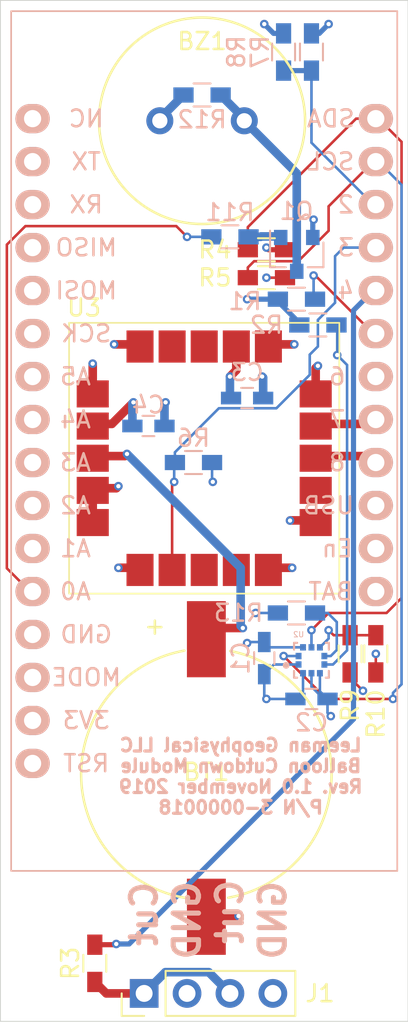
<source format=kicad_pcb>
(kicad_pcb (version 20171130) (host pcbnew "(5.1.4)-1")

  (general
    (thickness 1.6)
    (drawings 9)
    (tracks 218)
    (zones 0)
    (modules 24)
    (nets 19)
  )

  (page A4)
  (layers
    (0 F.Cu signal)
    (1 In1.Cu signal hide)
    (2 In2.Cu signal hide)
    (31 B.Cu signal)
    (32 B.Adhes user hide)
    (33 F.Adhes user hide)
    (34 B.Paste user hide)
    (35 F.Paste user hide)
    (36 B.SilkS user)
    (37 F.SilkS user)
    (38 B.Mask user hide)
    (39 F.Mask user hide)
    (40 Dwgs.User user hide)
    (41 Cmts.User user hide)
    (42 Eco1.User user hide)
    (43 Eco2.User user hide)
    (44 Edge.Cuts user)
    (45 Margin user hide)
    (46 B.CrtYd user)
    (47 F.CrtYd user)
    (48 B.Fab user hide)
    (49 F.Fab user hide)
  )

  (setup
    (last_trace_width 0.1524)
    (user_trace_width 0.1524)
    (user_trace_width 0.3048)
    (user_trace_width 0.508)
    (user_trace_width 0.635)
    (user_trace_width 1.27)
    (trace_clearance 0.1524)
    (zone_clearance 0.508)
    (zone_45_only no)
    (trace_min 0.1524)
    (via_size 0.508)
    (via_drill 0.254)
    (via_min_size 0.508)
    (via_min_drill 0.254)
    (user_via 0.508 0.254)
    (user_via 1.016 0.508)
    (uvia_size 0.508)
    (uvia_drill 0.254)
    (uvias_allowed no)
    (uvia_min_size 0.508)
    (uvia_min_drill 0.254)
    (edge_width 0.05)
    (segment_width 0.2)
    (pcb_text_width 0.3)
    (pcb_text_size 1.5 1.5)
    (mod_edge_width 0.12)
    (mod_text_size 1 1)
    (mod_text_width 0.15)
    (pad_size 1.524 1.524)
    (pad_drill 0.762)
    (pad_to_mask_clearance 0.0508)
    (aux_axis_origin 0 0)
    (visible_elements 7FFFFFFF)
    (pcbplotparams
      (layerselection 0x010fc_ffffffff)
      (usegerberextensions false)
      (usegerberattributes false)
      (usegerberadvancedattributes false)
      (creategerberjobfile false)
      (excludeedgelayer true)
      (linewidth 0.100000)
      (plotframeref false)
      (viasonmask false)
      (mode 1)
      (useauxorigin false)
      (hpglpennumber 1)
      (hpglpenspeed 20)
      (hpglpendiameter 15.000000)
      (psnegative false)
      (psa4output false)
      (plotreference true)
      (plotvalue true)
      (plotinvisibletext false)
      (padsonsilk false)
      (subtractmaskfromsilk false)
      (outputformat 1)
      (mirror false)
      (drillshape 0)
      (scaleselection 1)
      (outputdirectory "../../Production/GERBERS/"))
  )

  (net 0 "")
  (net 1 +BATT)
  (net 2 GND)
  (net 3 +3V3)
  (net 4 "Net-(BZ1-Pad2)")
  (net 5 "Net-(J1-Pad1)")
  (net 6 "Net-(Q1-Pad1)")
  (net 7 PIEZO_ELEMENT)
  (net 8 CUTOFF_LOGIC)
  (net 9 SDA)
  (net 10 SCL)
  (net 11 GPS_PPS)
  (net 12 BMP388_INT)
  (net 13 GPS_RX)
  (net 14 GPS_TX)
  (net 15 BMP388_SDO)
  (net 16 EXT_CUTDOWN)
  (net 17 "Net-(R10-Pad1)")
  (net 18 "Net-(R13-Pad2)")

  (net_class Default "This is the default net class."
    (clearance 0.1524)
    (trace_width 0.1524)
    (via_dia 0.508)
    (via_drill 0.254)
    (uvia_dia 0.508)
    (uvia_drill 0.254)
    (diff_pair_width 0.1524)
    (diff_pair_gap 0.254)
    (add_net +3V3)
    (add_net +BATT)
    (add_net BMP388_INT)
    (add_net BMP388_SDO)
    (add_net CUTOFF_LOGIC)
    (add_net EXT_CUTDOWN)
    (add_net GND)
    (add_net GPS_PPS)
    (add_net GPS_RX)
    (add_net GPS_TX)
    (add_net "Net-(BZ1-Pad2)")
    (add_net "Net-(J1-Pad1)")
    (add_net "Net-(Q1-Pad1)")
    (add_net "Net-(R10-Pad1)")
    (add_net "Net-(R13-Pad2)")
    (add_net PIEZO_ELEMENT)
    (add_net SCL)
    (add_net SDA)
  )

  (module Capacitors_SMD:C_0603_HandSoldering (layer B.Cu) (tedit 58AA848B) (tstamp 5DD475FD)
    (at 197.485 88.9 180)
    (descr "Capacitor SMD 0603, hand soldering")
    (tags "capacitor 0603")
    (path /5DE92E14/5DE9BB48)
    (attr smd)
    (fp_text reference C2 (at 0 -1.397) (layer B.SilkS)
      (effects (font (size 1 1) (thickness 0.15)) (justify mirror))
    )
    (fp_text value 0.1u (at 0 -1.5) (layer B.Fab)
      (effects (font (size 1 1) (thickness 0.15)) (justify mirror))
    )
    (fp_text user %R (at 0 1.25) (layer B.Fab)
      (effects (font (size 1 1) (thickness 0.15)) (justify mirror))
    )
    (fp_line (start -0.8 -0.4) (end -0.8 0.4) (layer B.Fab) (width 0.1))
    (fp_line (start 0.8 -0.4) (end -0.8 -0.4) (layer B.Fab) (width 0.1))
    (fp_line (start 0.8 0.4) (end 0.8 -0.4) (layer B.Fab) (width 0.1))
    (fp_line (start -0.8 0.4) (end 0.8 0.4) (layer B.Fab) (width 0.1))
    (fp_line (start -0.35 0.6) (end 0.35 0.6) (layer B.SilkS) (width 0.12))
    (fp_line (start 0.35 -0.6) (end -0.35 -0.6) (layer B.SilkS) (width 0.12))
    (fp_line (start -1.8 0.65) (end 1.8 0.65) (layer B.CrtYd) (width 0.05))
    (fp_line (start -1.8 0.65) (end -1.8 -0.65) (layer B.CrtYd) (width 0.05))
    (fp_line (start 1.8 -0.65) (end 1.8 0.65) (layer B.CrtYd) (width 0.05))
    (fp_line (start 1.8 -0.65) (end -1.8 -0.65) (layer B.CrtYd) (width 0.05))
    (pad 1 smd rect (at -0.95 0 180) (size 1.2 0.75) (layers B.Cu B.Paste B.Mask)
      (net 2 GND))
    (pad 2 smd rect (at 0.95 0 180) (size 1.2 0.75) (layers B.Cu B.Paste B.Mask)
      (net 3 +3V3))
    (model Capacitors_SMD.3dshapes/C_0603.wrl
      (at (xyz 0 0 0))
      (scale (xyz 1 1 1))
      (rotate (xyz 0 0 0))
    )
  )

  (module lib_fp:S8411-45R (layer F.Cu) (tedit 5D5F0B58) (tstamp 5DD475D4)
    (at 191.262 93.345 180)
    (path /5DE92E14/5DE9BBE1)
    (fp_text reference BT1 (at 0 0.127) (layer F.SilkS)
      (effects (font (size 1 1) (thickness 0.15)))
    )
    (fp_text value CR1220 (at 0 -0.1) (layer F.Fab)
      (effects (font (size 1 1) (thickness 0.15)))
    )
    (fp_arc (start 0 0) (end -1.3 -7.3) (angle -158.8989541) (layer F.SilkS) (width 0.15))
    (fp_arc (start 0 0) (end 1.299999 7.299999) (angle -159.8049912) (layer F.SilkS) (width 0.15))
    (fp_text user + (at 3.048 8.763) (layer F.SilkS)
      (effects (font (size 1 1) (thickness 0.15)))
    )
    (fp_line (start -11 -11) (end 11 -11) (layer F.CrtYd) (width 0.12))
    (fp_line (start 11 -11) (end 11 10) (layer F.CrtYd) (width 0.12))
    (fp_line (start 11 10) (end 11 11) (layer F.CrtYd) (width 0.12))
    (fp_line (start 11 11) (end -11 11) (layer F.CrtYd) (width 0.12))
    (fp_line (start -11 11) (end -11 -11) (layer F.CrtYd) (width 0.12))
    (pad 1 smd rect (at 0 7.975 180) (size 2.3 4.5) (layers F.Cu F.Paste F.Mask)
      (net 1 +BATT))
    (pad 2 smd rect (at 0 -8.425 180) (size 2.3 4.5) (layers F.Cu F.Paste F.Mask)
      (net 2 GND))
    (pad "" np_thru_hole circle (at 0 -3.725 180) (size 1.05 1.05) (drill 1.05) (layers *.Cu *.Mask))
    (pad "" np_thru_hole circle (at 0 3.725 180) (size 1.3 1.3) (drill 1.3) (layers *.Cu *.Mask))
  )

  (module lib_fp:PS1240P02BT (layer F.Cu) (tedit 5DCA311F) (tstamp 5DD475DB)
    (at 191.008 54.737)
    (path /5DE92E14/5DE9EB6F)
    (fp_text reference BZ1 (at 0 -4.699) (layer F.SilkS)
      (effects (font (size 1 1) (thickness 0.15)))
    )
    (fp_text value Buzzer (at 0 -0.5) (layer F.Fab)
      (effects (font (size 1 1) (thickness 0.15)))
    )
    (fp_circle (center 0 0) (end 6.1 0) (layer F.SilkS) (width 0.15))
    (pad 1 thru_hole circle (at -2.5 0) (size 1.6 1.6) (drill 0.9) (layers *.Cu *.Mask)
      (net 3 +3V3))
    (pad 2 thru_hole circle (at 2.5 0) (size 1.6 1.6) (drill 0.9) (layers *.Cu *.Mask)
      (net 4 "Net-(BZ1-Pad2)"))
  )

  (module Capacitors_SMD:C_0603_HandSoldering (layer B.Cu) (tedit 58AA848B) (tstamp 5DD475EC)
    (at 194.691 86.487 90)
    (descr "Capacitor SMD 0603, hand soldering")
    (tags "capacitor 0603")
    (path /5DE92E14/5DE9BB50)
    (attr smd)
    (fp_text reference C1 (at 0 -1.397 90) (layer B.SilkS)
      (effects (font (size 1 1) (thickness 0.15)) (justify mirror))
    )
    (fp_text value 0.1u (at 0 -1.5 90) (layer B.Fab)
      (effects (font (size 1 1) (thickness 0.15)) (justify mirror))
    )
    (fp_line (start 1.8 -0.65) (end -1.8 -0.65) (layer B.CrtYd) (width 0.05))
    (fp_line (start 1.8 -0.65) (end 1.8 0.65) (layer B.CrtYd) (width 0.05))
    (fp_line (start -1.8 0.65) (end -1.8 -0.65) (layer B.CrtYd) (width 0.05))
    (fp_line (start -1.8 0.65) (end 1.8 0.65) (layer B.CrtYd) (width 0.05))
    (fp_line (start 0.35 -0.6) (end -0.35 -0.6) (layer B.SilkS) (width 0.12))
    (fp_line (start -0.35 0.6) (end 0.35 0.6) (layer B.SilkS) (width 0.12))
    (fp_line (start -0.8 0.4) (end 0.8 0.4) (layer B.Fab) (width 0.1))
    (fp_line (start 0.8 0.4) (end 0.8 -0.4) (layer B.Fab) (width 0.1))
    (fp_line (start 0.8 -0.4) (end -0.8 -0.4) (layer B.Fab) (width 0.1))
    (fp_line (start -0.8 -0.4) (end -0.8 0.4) (layer B.Fab) (width 0.1))
    (fp_text user %R (at 0 1.25 90) (layer B.Fab)
      (effects (font (size 1 1) (thickness 0.15)) (justify mirror))
    )
    (pad 2 smd rect (at 0.95 0 90) (size 1.2 0.75) (layers B.Cu B.Paste B.Mask)
      (net 2 GND))
    (pad 1 smd rect (at -0.95 0 90) (size 1.2 0.75) (layers B.Cu B.Paste B.Mask)
      (net 3 +3V3))
    (model Capacitors_SMD.3dshapes/C_0603.wrl
      (at (xyz 0 0 0))
      (scale (xyz 1 1 1))
      (rotate (xyz 0 0 0))
    )
  )

  (module Capacitors_SMD:C_0603_HandSoldering (layer B.Cu) (tedit 58AA848B) (tstamp 5DD4760E)
    (at 193.675 71.12 180)
    (descr "Capacitor SMD 0603, hand soldering")
    (tags "capacitor 0603")
    (path /5DE92E14/5DE9BBB1)
    (attr smd)
    (fp_text reference C3 (at 0 1.524) (layer B.SilkS)
      (effects (font (size 1 1) (thickness 0.15)) (justify mirror))
    )
    (fp_text value 0.1u (at 0 -1.5) (layer B.Fab)
      (effects (font (size 1 1) (thickness 0.15)) (justify mirror))
    )
    (fp_text user %R (at 0 -1.397) (layer B.Fab)
      (effects (font (size 1 1) (thickness 0.15)) (justify mirror))
    )
    (fp_line (start -0.8 -0.4) (end -0.8 0.4) (layer B.Fab) (width 0.1))
    (fp_line (start 0.8 -0.4) (end -0.8 -0.4) (layer B.Fab) (width 0.1))
    (fp_line (start 0.8 0.4) (end 0.8 -0.4) (layer B.Fab) (width 0.1))
    (fp_line (start -0.8 0.4) (end 0.8 0.4) (layer B.Fab) (width 0.1))
    (fp_line (start -0.35 0.6) (end 0.35 0.6) (layer B.SilkS) (width 0.12))
    (fp_line (start 0.35 -0.6) (end -0.35 -0.6) (layer B.SilkS) (width 0.12))
    (fp_line (start -1.8 0.65) (end 1.8 0.65) (layer B.CrtYd) (width 0.05))
    (fp_line (start -1.8 0.65) (end -1.8 -0.65) (layer B.CrtYd) (width 0.05))
    (fp_line (start 1.8 -0.65) (end 1.8 0.65) (layer B.CrtYd) (width 0.05))
    (fp_line (start 1.8 -0.65) (end -1.8 -0.65) (layer B.CrtYd) (width 0.05))
    (pad 1 smd rect (at -0.95 0 180) (size 1.2 0.75) (layers B.Cu B.Paste B.Mask)
      (net 2 GND))
    (pad 2 smd rect (at 0.95 0 180) (size 1.2 0.75) (layers B.Cu B.Paste B.Mask)
      (net 3 +3V3))
    (model Capacitors_SMD.3dshapes/C_0603.wrl
      (at (xyz 0 0 0))
      (scale (xyz 1 1 1))
      (rotate (xyz 0 0 0))
    )
  )

  (module Capacitors_SMD:C_0603_HandSoldering (layer B.Cu) (tedit 58AA848B) (tstamp 5DD4761F)
    (at 187.833 72.771 180)
    (descr "Capacitor SMD 0603, hand soldering")
    (tags "capacitor 0603")
    (path /5DE92E14/5DE9BBC8)
    (attr smd)
    (fp_text reference C4 (at 0 1.25) (layer B.SilkS)
      (effects (font (size 1 1) (thickness 0.15)) (justify mirror))
    )
    (fp_text value 0.1u (at 0 -1.5) (layer B.Fab)
      (effects (font (size 1 1) (thickness 0.15)) (justify mirror))
    )
    (fp_line (start 1.8 -0.65) (end -1.8 -0.65) (layer B.CrtYd) (width 0.05))
    (fp_line (start 1.8 -0.65) (end 1.8 0.65) (layer B.CrtYd) (width 0.05))
    (fp_line (start -1.8 0.65) (end -1.8 -0.65) (layer B.CrtYd) (width 0.05))
    (fp_line (start -1.8 0.65) (end 1.8 0.65) (layer B.CrtYd) (width 0.05))
    (fp_line (start 0.35 -0.6) (end -0.35 -0.6) (layer B.SilkS) (width 0.12))
    (fp_line (start -0.35 0.6) (end 0.35 0.6) (layer B.SilkS) (width 0.12))
    (fp_line (start -0.8 0.4) (end 0.8 0.4) (layer B.Fab) (width 0.1))
    (fp_line (start 0.8 0.4) (end 0.8 -0.4) (layer B.Fab) (width 0.1))
    (fp_line (start 0.8 -0.4) (end -0.8 -0.4) (layer B.Fab) (width 0.1))
    (fp_line (start -0.8 -0.4) (end -0.8 0.4) (layer B.Fab) (width 0.1))
    (fp_text user %R (at 0 1.25) (layer B.Fab)
      (effects (font (size 1 1) (thickness 0.15)) (justify mirror))
    )
    (pad 2 smd rect (at 0.95 0 180) (size 1.2 0.75) (layers B.Cu B.Paste B.Mask)
      (net 3 +3V3))
    (pad 1 smd rect (at -0.95 0 180) (size 1.2 0.75) (layers B.Cu B.Paste B.Mask)
      (net 2 GND))
    (model Capacitors_SMD.3dshapes/C_0603.wrl
      (at (xyz 0 0 0))
      (scale (xyz 1 1 1))
      (rotate (xyz 0 0 0))
    )
  )

  (module Pin_Headers:Pin_Header_Straight_1x04_Pitch2.54mm (layer F.Cu) (tedit 59650532) (tstamp 5DD47637)
    (at 187.579 106.299 90)
    (descr "Through hole straight pin header, 1x04, 2.54mm pitch, single row")
    (tags "Through hole pin header THT 1x04 2.54mm single row")
    (path /5DCC9E8A)
    (fp_text reference J1 (at 0 10.414 180) (layer F.SilkS)
      (effects (font (size 1 1) (thickness 0.15)))
    )
    (fp_text value "Nichrome Wire" (at 0 9.95 90) (layer F.Fab)
      (effects (font (size 1 1) (thickness 0.15)))
    )
    (fp_text user %R (at 0 3.81) (layer F.Fab)
      (effects (font (size 1 1) (thickness 0.15)))
    )
    (fp_line (start 1.8 -1.8) (end -1.8 -1.8) (layer F.CrtYd) (width 0.05))
    (fp_line (start 1.8 9.4) (end 1.8 -1.8) (layer F.CrtYd) (width 0.05))
    (fp_line (start -1.8 9.4) (end 1.8 9.4) (layer F.CrtYd) (width 0.05))
    (fp_line (start -1.8 -1.8) (end -1.8 9.4) (layer F.CrtYd) (width 0.05))
    (fp_line (start -1.33 -1.33) (end 0 -1.33) (layer F.SilkS) (width 0.12))
    (fp_line (start -1.33 0) (end -1.33 -1.33) (layer F.SilkS) (width 0.12))
    (fp_line (start -1.33 1.27) (end 1.33 1.27) (layer F.SilkS) (width 0.12))
    (fp_line (start 1.33 1.27) (end 1.33 8.95) (layer F.SilkS) (width 0.12))
    (fp_line (start -1.33 1.27) (end -1.33 8.95) (layer F.SilkS) (width 0.12))
    (fp_line (start -1.33 8.95) (end 1.33 8.95) (layer F.SilkS) (width 0.12))
    (fp_line (start -1.27 -0.635) (end -0.635 -1.27) (layer F.Fab) (width 0.1))
    (fp_line (start -1.27 8.89) (end -1.27 -0.635) (layer F.Fab) (width 0.1))
    (fp_line (start 1.27 8.89) (end -1.27 8.89) (layer F.Fab) (width 0.1))
    (fp_line (start 1.27 -1.27) (end 1.27 8.89) (layer F.Fab) (width 0.1))
    (fp_line (start -0.635 -1.27) (end 1.27 -1.27) (layer F.Fab) (width 0.1))
    (pad 4 thru_hole oval (at 0 7.62 90) (size 1.7 1.7) (drill 1) (layers *.Cu *.Mask)
      (net 2 GND))
    (pad 3 thru_hole oval (at 0 5.08 90) (size 1.7 1.7) (drill 1) (layers *.Cu *.Mask)
      (net 5 "Net-(J1-Pad1)"))
    (pad 2 thru_hole oval (at 0 2.54 90) (size 1.7 1.7) (drill 1) (layers *.Cu *.Mask)
      (net 2 GND))
    (pad 1 thru_hole rect (at 0 0 90) (size 1.7 1.7) (drill 1) (layers *.Cu *.Mask)
      (net 5 "Net-(J1-Pad1)"))
    (model ${KISYS3DMOD}/Pin_Headers.3dshapes/Pin_Header_Straight_1x04_Pitch2.54mm.wrl
      (at (xyz 0 0 0))
      (scale (xyz 1 1 1))
      (rotate (xyz 0 0 0))
    )
  )

  (module TO_SOT_Packages_SMD:SOT-23 (layer B.Cu) (tedit 58CE4E7E) (tstamp 5DD4764C)
    (at 196.614001 62.630999 270)
    (descr "SOT-23, Standard")
    (tags SOT-23)
    (path /5DE92E14/5DE9EB7C)
    (attr smd)
    (fp_text reference Q1 (at -2.559999 0.018001) (layer B.SilkS)
      (effects (font (size 1 1) (thickness 0.15)) (justify mirror))
    )
    (fp_text value MMBT3904 (at 0 -2.5 270) (layer B.Fab)
      (effects (font (size 1 1) (thickness 0.15)) (justify mirror))
    )
    (fp_line (start 0.76 -1.58) (end -0.7 -1.58) (layer B.SilkS) (width 0.12))
    (fp_line (start 0.76 1.58) (end -1.4 1.58) (layer B.SilkS) (width 0.12))
    (fp_line (start -1.7 -1.75) (end -1.7 1.75) (layer B.CrtYd) (width 0.05))
    (fp_line (start 1.7 -1.75) (end -1.7 -1.75) (layer B.CrtYd) (width 0.05))
    (fp_line (start 1.7 1.75) (end 1.7 -1.75) (layer B.CrtYd) (width 0.05))
    (fp_line (start -1.7 1.75) (end 1.7 1.75) (layer B.CrtYd) (width 0.05))
    (fp_line (start 0.76 1.58) (end 0.76 0.65) (layer B.SilkS) (width 0.12))
    (fp_line (start 0.76 -1.58) (end 0.76 -0.65) (layer B.SilkS) (width 0.12))
    (fp_line (start -0.7 -1.52) (end 0.7 -1.52) (layer B.Fab) (width 0.1))
    (fp_line (start 0.7 1.52) (end 0.7 -1.52) (layer B.Fab) (width 0.1))
    (fp_line (start -0.7 0.95) (end -0.15 1.52) (layer B.Fab) (width 0.1))
    (fp_line (start -0.15 1.52) (end 0.7 1.52) (layer B.Fab) (width 0.1))
    (fp_line (start -0.7 0.95) (end -0.7 -1.5) (layer B.Fab) (width 0.1))
    (fp_text user %R (at 0 0) (layer B.Fab)
      (effects (font (size 0.5 0.5) (thickness 0.075)) (justify mirror))
    )
    (pad 3 smd rect (at 1 0 270) (size 0.9 0.8) (layers B.Cu B.Paste B.Mask)
      (net 4 "Net-(BZ1-Pad2)"))
    (pad 2 smd rect (at -1 -0.95 270) (size 0.9 0.8) (layers B.Cu B.Paste B.Mask)
      (net 2 GND))
    (pad 1 smd rect (at -1 0.95 270) (size 0.9 0.8) (layers B.Cu B.Paste B.Mask)
      (net 6 "Net-(Q1-Pad1)"))
    (model ${KISYS3DMOD}/TO_SOT_Packages_SMD.3dshapes/SOT-23.wrl
      (at (xyz 0 0 0))
      (scale (xyz 1 1 1))
      (rotate (xyz 0 0 0))
    )
  )

  (module Resistors_SMD:R_0603_HandSoldering (layer B.Cu) (tedit 58E0A804) (tstamp 5DD4765D)
    (at 196.596 65.278)
    (descr "Resistor SMD 0603, hand soldering")
    (tags "resistor 0603")
    (path /5DE89ED3)
    (attr smd)
    (fp_text reference R1 (at -3.048 0.127) (layer B.SilkS)
      (effects (font (size 1 1) (thickness 0.15)) (justify mirror))
    )
    (fp_text value 10k (at 0 -1.55) (layer B.Fab)
      (effects (font (size 1 1) (thickness 0.15)) (justify mirror))
    )
    (fp_line (start 1.95 -0.7) (end -1.96 -0.7) (layer B.CrtYd) (width 0.05))
    (fp_line (start 1.95 -0.7) (end 1.95 0.7) (layer B.CrtYd) (width 0.05))
    (fp_line (start -1.96 0.7) (end -1.96 -0.7) (layer B.CrtYd) (width 0.05))
    (fp_line (start -1.96 0.7) (end 1.95 0.7) (layer B.CrtYd) (width 0.05))
    (fp_line (start -0.5 0.68) (end 0.5 0.68) (layer B.SilkS) (width 0.12))
    (fp_line (start 0.5 -0.68) (end -0.5 -0.68) (layer B.SilkS) (width 0.12))
    (fp_line (start -0.8 0.4) (end 0.8 0.4) (layer B.Fab) (width 0.1))
    (fp_line (start 0.8 0.4) (end 0.8 -0.4) (layer B.Fab) (width 0.1))
    (fp_line (start 0.8 -0.4) (end -0.8 -0.4) (layer B.Fab) (width 0.1))
    (fp_line (start -0.8 -0.4) (end -0.8 0.4) (layer B.Fab) (width 0.1))
    (fp_text user %R (at 0 0) (layer B.Fab)
      (effects (font (size 0.4 0.4) (thickness 0.075)) (justify mirror))
    )
    (pad 2 smd rect (at 1.1 0) (size 1.2 0.9) (layers B.Cu B.Paste B.Mask)
      (net 15 BMP388_SDO))
    (pad 1 smd rect (at -1.1 0) (size 1.2 0.9) (layers B.Cu B.Paste B.Mask)
      (net 3 +3V3))
    (model ${KISYS3DMOD}/Resistors_SMD.3dshapes/R_0603.wrl
      (at (xyz 0 0 0))
      (scale (xyz 1 1 1))
      (rotate (xyz 0 0 0))
    )
  )

  (module Resistors_SMD:R_0603_HandSoldering (layer B.Cu) (tedit 58E0A804) (tstamp 5DD4766E)
    (at 197.866 66.802)
    (descr "Resistor SMD 0603, hand soldering")
    (tags "resistor 0603")
    (path /5DE8AF5D)
    (attr smd)
    (fp_text reference R2 (at -3.048 0) (layer B.SilkS)
      (effects (font (size 1 1) (thickness 0.15)) (justify mirror))
    )
    (fp_text value 10k (at 0 -1.55) (layer B.Fab)
      (effects (font (size 1 1) (thickness 0.15)) (justify mirror))
    )
    (fp_text user %R (at 0 0) (layer B.Fab)
      (effects (font (size 0.4 0.4) (thickness 0.075)) (justify mirror))
    )
    (fp_line (start -0.8 -0.4) (end -0.8 0.4) (layer B.Fab) (width 0.1))
    (fp_line (start 0.8 -0.4) (end -0.8 -0.4) (layer B.Fab) (width 0.1))
    (fp_line (start 0.8 0.4) (end 0.8 -0.4) (layer B.Fab) (width 0.1))
    (fp_line (start -0.8 0.4) (end 0.8 0.4) (layer B.Fab) (width 0.1))
    (fp_line (start 0.5 -0.68) (end -0.5 -0.68) (layer B.SilkS) (width 0.12))
    (fp_line (start -0.5 0.68) (end 0.5 0.68) (layer B.SilkS) (width 0.12))
    (fp_line (start -1.96 0.7) (end 1.95 0.7) (layer B.CrtYd) (width 0.05))
    (fp_line (start -1.96 0.7) (end -1.96 -0.7) (layer B.CrtYd) (width 0.05))
    (fp_line (start 1.95 -0.7) (end 1.95 0.7) (layer B.CrtYd) (width 0.05))
    (fp_line (start 1.95 -0.7) (end -1.96 -0.7) (layer B.CrtYd) (width 0.05))
    (pad 1 smd rect (at -1.1 0) (size 1.2 0.9) (layers B.Cu B.Paste B.Mask)
      (net 3 +3V3))
    (pad 2 smd rect (at 1.1 0) (size 1.2 0.9) (layers B.Cu B.Paste B.Mask)
      (net 12 BMP388_INT))
    (model ${KISYS3DMOD}/Resistors_SMD.3dshapes/R_0603.wrl
      (at (xyz 0 0 0))
      (scale (xyz 1 1 1))
      (rotate (xyz 0 0 0))
    )
  )

  (module Resistors_SMD:R_0603_HandSoldering (layer F.Cu) (tedit 58E0A804) (tstamp 5DD4767F)
    (at 184.658 104.521 90)
    (descr "Resistor SMD 0603, hand soldering")
    (tags "resistor 0603")
    (path /5DCA968E)
    (attr smd)
    (fp_text reference R3 (at 0 -1.45 90) (layer F.SilkS)
      (effects (font (size 1 1) (thickness 0.15)))
    )
    (fp_text value 0R0 (at 0 1.55 90) (layer F.Fab)
      (effects (font (size 1 1) (thickness 0.15)))
    )
    (fp_line (start 1.95 0.7) (end -1.96 0.7) (layer F.CrtYd) (width 0.05))
    (fp_line (start 1.95 0.7) (end 1.95 -0.7) (layer F.CrtYd) (width 0.05))
    (fp_line (start -1.96 -0.7) (end -1.96 0.7) (layer F.CrtYd) (width 0.05))
    (fp_line (start -1.96 -0.7) (end 1.95 -0.7) (layer F.CrtYd) (width 0.05))
    (fp_line (start -0.5 -0.68) (end 0.5 -0.68) (layer F.SilkS) (width 0.12))
    (fp_line (start 0.5 0.68) (end -0.5 0.68) (layer F.SilkS) (width 0.12))
    (fp_line (start -0.8 -0.4) (end 0.8 -0.4) (layer F.Fab) (width 0.1))
    (fp_line (start 0.8 -0.4) (end 0.8 0.4) (layer F.Fab) (width 0.1))
    (fp_line (start 0.8 0.4) (end -0.8 0.4) (layer F.Fab) (width 0.1))
    (fp_line (start -0.8 0.4) (end -0.8 -0.4) (layer F.Fab) (width 0.1))
    (fp_text user %R (at 0 0 90) (layer F.Fab)
      (effects (font (size 0.4 0.4) (thickness 0.075)))
    )
    (pad 2 smd rect (at 1.1 0 90) (size 1.2 0.9) (layers F.Cu F.Paste F.Mask)
      (net 8 CUTOFF_LOGIC))
    (pad 1 smd rect (at -1.1 0 90) (size 1.2 0.9) (layers F.Cu F.Paste F.Mask)
      (net 5 "Net-(J1-Pad1)"))
    (model ${KISYS3DMOD}/Resistors_SMD.3dshapes/R_0603.wrl
      (at (xyz 0 0 0))
      (scale (xyz 1 1 1))
      (rotate (xyz 0 0 0))
    )
  )

  (module Resistors_SMD:R_0603_HandSoldering (layer F.Cu) (tedit 58E0A804) (tstamp 5DD47E7C)
    (at 194.818 62.357 180)
    (descr "Resistor SMD 0603, hand soldering")
    (tags "resistor 0603")
    (path /5DE8B206)
    (attr smd)
    (fp_text reference R4 (at 3.048 0) (layer F.SilkS)
      (effects (font (size 1 1) (thickness 0.15)))
    )
    (fp_text value 10k (at 0 1.55) (layer F.Fab)
      (effects (font (size 1 1) (thickness 0.15)))
    )
    (fp_text user %R (at 0 0) (layer F.Fab)
      (effects (font (size 0.4 0.4) (thickness 0.075)))
    )
    (fp_line (start -0.8 0.4) (end -0.8 -0.4) (layer F.Fab) (width 0.1))
    (fp_line (start 0.8 0.4) (end -0.8 0.4) (layer F.Fab) (width 0.1))
    (fp_line (start 0.8 -0.4) (end 0.8 0.4) (layer F.Fab) (width 0.1))
    (fp_line (start -0.8 -0.4) (end 0.8 -0.4) (layer F.Fab) (width 0.1))
    (fp_line (start 0.5 0.68) (end -0.5 0.68) (layer F.SilkS) (width 0.12))
    (fp_line (start -0.5 -0.68) (end 0.5 -0.68) (layer F.SilkS) (width 0.12))
    (fp_line (start -1.96 -0.7) (end 1.95 -0.7) (layer F.CrtYd) (width 0.05))
    (fp_line (start -1.96 -0.7) (end -1.96 0.7) (layer F.CrtYd) (width 0.05))
    (fp_line (start 1.95 0.7) (end 1.95 -0.7) (layer F.CrtYd) (width 0.05))
    (fp_line (start 1.95 0.7) (end -1.96 0.7) (layer F.CrtYd) (width 0.05))
    (pad 1 smd rect (at -1.1 0 180) (size 1.2 0.9) (layers F.Cu F.Paste F.Mask)
      (net 3 +3V3))
    (pad 2 smd rect (at 1.1 0 180) (size 1.2 0.9) (layers F.Cu F.Paste F.Mask)
      (net 9 SDA))
    (model ${KISYS3DMOD}/Resistors_SMD.3dshapes/R_0603.wrl
      (at (xyz 0 0 0))
      (scale (xyz 1 1 1))
      (rotate (xyz 0 0 0))
    )
  )

  (module Resistors_SMD:R_0603_HandSoldering (layer F.Cu) (tedit 58E0A804) (tstamp 5DD476A1)
    (at 194.818 64.008 180)
    (descr "Resistor SMD 0603, hand soldering")
    (tags "resistor 0603")
    (path /5DE8B4DA)
    (attr smd)
    (fp_text reference R5 (at 3.048 0) (layer F.SilkS)
      (effects (font (size 1 1) (thickness 0.15)))
    )
    (fp_text value 10k (at 0 1.55) (layer F.Fab)
      (effects (font (size 1 1) (thickness 0.15)))
    )
    (fp_line (start 1.95 0.7) (end -1.96 0.7) (layer F.CrtYd) (width 0.05))
    (fp_line (start 1.95 0.7) (end 1.95 -0.7) (layer F.CrtYd) (width 0.05))
    (fp_line (start -1.96 -0.7) (end -1.96 0.7) (layer F.CrtYd) (width 0.05))
    (fp_line (start -1.96 -0.7) (end 1.95 -0.7) (layer F.CrtYd) (width 0.05))
    (fp_line (start -0.5 -0.68) (end 0.5 -0.68) (layer F.SilkS) (width 0.12))
    (fp_line (start 0.5 0.68) (end -0.5 0.68) (layer F.SilkS) (width 0.12))
    (fp_line (start -0.8 -0.4) (end 0.8 -0.4) (layer F.Fab) (width 0.1))
    (fp_line (start 0.8 -0.4) (end 0.8 0.4) (layer F.Fab) (width 0.1))
    (fp_line (start 0.8 0.4) (end -0.8 0.4) (layer F.Fab) (width 0.1))
    (fp_line (start -0.8 0.4) (end -0.8 -0.4) (layer F.Fab) (width 0.1))
    (fp_text user %R (at 0 0) (layer F.Fab)
      (effects (font (size 0.4 0.4) (thickness 0.075)))
    )
    (pad 2 smd rect (at 1.1 0 180) (size 1.2 0.9) (layers F.Cu F.Paste F.Mask)
      (net 10 SCL))
    (pad 1 smd rect (at -1.1 0 180) (size 1.2 0.9) (layers F.Cu F.Paste F.Mask)
      (net 3 +3V3))
    (model ${KISYS3DMOD}/Resistors_SMD.3dshapes/R_0603.wrl
      (at (xyz 0 0 0))
      (scale (xyz 1 1 1))
      (rotate (xyz 0 0 0))
    )
  )

  (module lib_fp:Particle (layer B.Cu) (tedit 5DCA1990) (tstamp 5DD476E6)
    (at 191.135 73.66 90)
    (path /5DCA1CC6)
    (fp_text reference U1 (at 24.384 0.127) (layer B.SilkS) hide
      (effects (font (size 1 1) (thickness 0.15)) (justify mirror))
    )
    (fp_text value Particle (at 0 0.2 -90) (layer B.Fab)
      (effects (font (size 1 1) (thickness 0.15)) (justify mirror))
    )
    (fp_text user SDA (at 19.05 7.493 180) (layer B.SilkS)
      (effects (font (size 1 1) (thickness 0.15)) (justify mirror))
    )
    (fp_text user SCL (at 16.51 7.493 180) (layer B.SilkS)
      (effects (font (size 1 1) (thickness 0.15)) (justify mirror))
    )
    (fp_text user 2 (at 13.97 8.382 180) (layer B.SilkS)
      (effects (font (size 1 1) (thickness 0.15)) (justify mirror))
    )
    (fp_text user 3 (at 11.43 8.382 180) (layer B.SilkS)
      (effects (font (size 1 1) (thickness 0.15)) (justify mirror))
    )
    (fp_text user 4 (at 8.89 8.382 180) (layer B.SilkS)
      (effects (font (size 1 1) (thickness 0.15)) (justify mirror))
    )
    (fp_text user 5 (at 6.35 7.874 180) (layer B.SilkS) hide
      (effects (font (size 1 1) (thickness 0.15)) (justify mirror))
    )
    (fp_text user 6 (at 3.81 7.874 180) (layer B.SilkS)
      (effects (font (size 1 1) (thickness 0.15)) (justify mirror))
    )
    (fp_text user 7 (at 1.27 7.874 180) (layer B.SilkS)
      (effects (font (size 1 1) (thickness 0.15)) (justify mirror))
    )
    (fp_text user 8 (at -1.27 7.874 180) (layer B.SilkS)
      (effects (font (size 1 1) (thickness 0.15)) (justify mirror))
    )
    (fp_text user USB (at -3.81 7.366 180) (layer B.SilkS)
      (effects (font (size 1 1) (thickness 0.15)) (justify mirror))
    )
    (fp_text user En (at -6.35 7.874 180) (layer B.SilkS)
      (effects (font (size 1 1) (thickness 0.15)) (justify mirror))
    )
    (fp_text user BAT (at -8.89 7.493 180) (layer B.SilkS)
      (effects (font (size 1 1) (thickness 0.15)) (justify mirror))
    )
    (fp_text user NC (at 19.05 -6.985 180) (layer B.SilkS)
      (effects (font (size 1 1) (thickness 0.15)) (justify mirror))
    )
    (fp_text user TX (at 16.51 -6.985 180) (layer B.SilkS)
      (effects (font (size 1 1) (thickness 0.15)) (justify mirror))
    )
    (fp_text user RX (at 13.97 -6.985 180) (layer B.SilkS)
      (effects (font (size 1 1) (thickness 0.15)) (justify mirror))
    )
    (fp_text user MISO (at 11.43 -6.985 180) (layer B.SilkS)
      (effects (font (size 1 1) (thickness 0.15)) (justify mirror))
    )
    (fp_text user MOSI (at 8.89 -6.985 180) (layer B.SilkS)
      (effects (font (size 1 1) (thickness 0.15)) (justify mirror))
    )
    (fp_text user SCK (at 6.35 -6.985 180) (layer B.SilkS)
      (effects (font (size 1 1) (thickness 0.15)) (justify mirror))
    )
    (fp_text user A5 (at 3.81 -7.62 180) (layer B.SilkS)
      (effects (font (size 1 1) (thickness 0.15)) (justify mirror))
    )
    (fp_text user A4 (at 1.27 -7.62 180) (layer B.SilkS)
      (effects (font (size 1 1) (thickness 0.15)) (justify mirror))
    )
    (fp_text user A3 (at -1.27 -7.62 180) (layer B.SilkS)
      (effects (font (size 1 1) (thickness 0.15)) (justify mirror))
    )
    (fp_text user A2 (at -3.81 -7.62 180) (layer B.SilkS)
      (effects (font (size 1 1) (thickness 0.15)) (justify mirror))
    )
    (fp_text user A1 (at -6.35 -7.62 180) (layer B.SilkS)
      (effects (font (size 1 1) (thickness 0.15)) (justify mirror))
    )
    (fp_text user A0 (at -8.89 -7.62 180) (layer B.SilkS)
      (effects (font (size 1 1) (thickness 0.15)) (justify mirror))
    )
    (fp_text user GND (at -11.43 -6.985 180) (layer B.SilkS)
      (effects (font (size 1 1) (thickness 0.15)) (justify mirror))
    )
    (fp_text user MODE (at -13.97 -6.985 180) (layer B.SilkS)
      (effects (font (size 1 1) (thickness 0.15)) (justify mirror))
    )
    (fp_text user 3V3 (at -16.51 -6.985 180) (layer B.SilkS)
      (effects (font (size 1 1) (thickness 0.15)) (justify mirror))
    )
    (fp_text user RST (at -19.05 -6.985 180) (layer B.SilkS)
      (effects (font (size 1 1) (thickness 0.15)) (justify mirror))
    )
    (fp_text user "Particle Boron" (at 0 0 -90) (layer B.SilkS) hide
      (effects (font (size 2 2) (thickness 0.15)) (justify mirror))
    )
    (fp_line (start -25.4 11.43) (end -25.4 -11.43) (layer B.SilkS) (width 0.1))
    (fp_line (start -25.4 -11.43) (end 25.4 -11.43) (layer B.SilkS) (width 0.1))
    (fp_line (start 25.4 11.43) (end 25.4 -11.43) (layer B.SilkS) (width 0.1))
    (fp_line (start -25.4 11.43) (end 25.4 11.43) (layer B.SilkS) (width 0.1))
    (pad 1 thru_hole oval (at -19.05 -10.16 90) (size 1.7272 2.032) (drill 1.016) (layers *.Cu *.Mask B.SilkS))
    (pad 2 thru_hole oval (at -16.51 -10.16 90) (size 1.7272 2.032) (drill 1.016) (layers *.Cu *.Mask B.SilkS)
      (net 3 +3V3))
    (pad 3 thru_hole oval (at -13.97 -10.16 90) (size 1.7272 2.032) (drill 1.016) (layers *.Cu *.Mask B.SilkS))
    (pad 4 thru_hole oval (at -11.43 -10.16 90) (size 1.7272 2.032) (drill 1.016) (layers *.Cu *.Mask B.SilkS)
      (net 2 GND))
    (pad 5 thru_hole oval (at -8.89 -10.16 90) (size 1.7272 2.032) (drill 1.016) (layers *.Cu *.Mask B.SilkS)
      (net 7 PIEZO_ELEMENT))
    (pad 6 thru_hole oval (at -6.35 -10.16 90) (size 1.7272 2.032) (drill 1.016) (layers *.Cu *.Mask B.SilkS))
    (pad 7 thru_hole oval (at -3.81 -10.16 90) (size 1.7272 2.032) (drill 1.016) (layers *.Cu *.Mask B.SilkS))
    (pad 8 thru_hole oval (at -1.27 -10.16 90) (size 1.7272 2.032) (drill 1.016) (layers *.Cu *.Mask B.SilkS))
    (pad 9 thru_hole oval (at 1.27 -10.16 90) (size 1.7272 2.032) (drill 1.016) (layers *.Cu *.Mask B.SilkS))
    (pad 10 thru_hole oval (at 3.81 -10.16 90) (size 1.7272 2.032) (drill 1.016) (layers *.Cu *.Mask B.SilkS))
    (pad 11 thru_hole oval (at 6.35 -10.16 90) (size 1.7272 2.032) (drill 1.016) (layers *.Cu *.Mask B.SilkS))
    (pad 12 thru_hole oval (at 8.89 -10.16 90) (size 1.7272 2.032) (drill 1.016) (layers *.Cu *.Mask B.SilkS))
    (pad 13 thru_hole oval (at 11.43 -10.16 90) (size 1.7272 2.032) (drill 1.016) (layers *.Cu *.Mask B.SilkS))
    (pad 14 thru_hole oval (at 13.97 -10.16 90) (size 1.7272 2.032) (drill 1.016) (layers *.Cu *.Mask B.SilkS))
    (pad 15 thru_hole oval (at 16.51 -10.16 90) (size 1.7272 2.032) (drill 1.016) (layers *.Cu *.Mask B.SilkS))
    (pad 16 thru_hole oval (at 19.05 -10.16 90) (size 1.7272 2.032) (drill 1.016) (layers *.Cu *.Mask B.SilkS))
    (pad 28 thru_hole oval (at 19.05 10.16 90) (size 1.7272 2.032) (drill 1.016) (layers *.Cu *.Mask B.SilkS)
      (net 9 SDA))
    (pad 27 thru_hole oval (at 16.51 10.16 90) (size 1.7272 2.032) (drill 1.016) (layers *.Cu *.Mask B.SilkS)
      (net 10 SCL))
    (pad 26 thru_hole oval (at 13.97 10.16 90) (size 1.7272 2.032) (drill 1.016) (layers *.Cu *.Mask B.SilkS)
      (net 16 EXT_CUTDOWN))
    (pad 25 thru_hole oval (at 11.43 10.16 90) (size 1.7272 2.032) (drill 1.016) (layers *.Cu *.Mask B.SilkS)
      (net 11 GPS_PPS))
    (pad 24 thru_hole oval (at 8.89 10.16 90) (size 1.7272 2.032) (drill 1.016) (layers *.Cu *.Mask B.SilkS)
      (net 8 CUTOFF_LOGIC))
    (pad 23 thru_hole oval (at 6.35 10.16 90) (size 1.7272 2.032) (drill 1.016) (layers *.Cu *.Mask B.SilkS)
      (net 15 BMP388_SDO))
    (pad 22 thru_hole oval (at 3.81 10.16 90) (size 1.7272 2.032) (drill 1.016) (layers *.Cu *.Mask B.SilkS)
      (net 12 BMP388_INT))
    (pad 21 thru_hole oval (at 1.27 10.16 90) (size 1.7272 2.032) (drill 1.016) (layers *.Cu *.Mask B.SilkS)
      (net 13 GPS_RX))
    (pad 20 thru_hole oval (at -1.27 10.16 90) (size 1.7272 2.032) (drill 1.016) (layers *.Cu *.Mask B.SilkS)
      (net 14 GPS_TX))
    (pad 19 thru_hole oval (at -3.81 10.16 90) (size 1.7272 2.032) (drill 1.016) (layers *.Cu *.Mask B.SilkS))
    (pad 18 thru_hole oval (at -6.35 10.16 90) (size 1.7272 2.032) (drill 1.016) (layers *.Cu *.Mask B.SilkS))
    (pad 17 thru_hole oval (at -8.89 10.16 90) (size 1.7272 2.032) (drill 1.016) (layers *.Cu *.Mask B.SilkS))
    (pad "" np_thru_hole circle (at -22.86 -8.89 90) (size 2.54 2.54) (drill 2.54) (layers *.Cu *.Mask))
    (pad "" np_thru_hole circle (at 22.86 -8.89 90) (size 2.54 2.54) (drill 2.54) (layers *.Cu *.Mask))
    (pad "" np_thru_hole circle (at 22.86 8.89 90) (size 2.54 2.54) (drill 2.54) (layers *.Cu *.Mask))
    (pad "" np_thru_hole circle (at -22.86 8.89 90) (size 2.54 2.54) (drill 2.54) (layers *.Cu *.Mask))
  )

  (module Resistors_SMD:R_0603_HandSoldering (layer B.Cu) (tedit 58E0A804) (tstamp 5DE6D06C)
    (at 190.5 74.93 180)
    (descr "Resistor SMD 0603, hand soldering")
    (tags "resistor 0603")
    (path /5DE8B753)
    (attr smd)
    (fp_text reference R6 (at 0 1.45) (layer B.SilkS)
      (effects (font (size 1 1) (thickness 0.15)) (justify mirror))
    )
    (fp_text value 10k (at 0 -1.55) (layer B.Fab)
      (effects (font (size 1 1) (thickness 0.15)) (justify mirror))
    )
    (fp_line (start 1.95 -0.7) (end -1.96 -0.7) (layer B.CrtYd) (width 0.05))
    (fp_line (start 1.95 -0.7) (end 1.95 0.7) (layer B.CrtYd) (width 0.05))
    (fp_line (start -1.96 0.7) (end -1.96 -0.7) (layer B.CrtYd) (width 0.05))
    (fp_line (start -1.96 0.7) (end 1.95 0.7) (layer B.CrtYd) (width 0.05))
    (fp_line (start -0.5 0.68) (end 0.5 0.68) (layer B.SilkS) (width 0.12))
    (fp_line (start 0.5 -0.68) (end -0.5 -0.68) (layer B.SilkS) (width 0.12))
    (fp_line (start -0.8 0.4) (end 0.8 0.4) (layer B.Fab) (width 0.1))
    (fp_line (start 0.8 0.4) (end 0.8 -0.4) (layer B.Fab) (width 0.1))
    (fp_line (start 0.8 -0.4) (end -0.8 -0.4) (layer B.Fab) (width 0.1))
    (fp_line (start -0.8 -0.4) (end -0.8 0.4) (layer B.Fab) (width 0.1))
    (fp_text user %R (at 0 0) (layer B.Fab)
      (effects (font (size 0.4 0.4) (thickness 0.075)) (justify mirror))
    )
    (pad 2 smd rect (at 1.1 0 180) (size 1.2 0.9) (layers B.Cu B.Paste B.Mask)
      (net 11 GPS_PPS))
    (pad 1 smd rect (at -1.1 0 180) (size 1.2 0.9) (layers B.Cu B.Paste B.Mask)
      (net 3 +3V3))
    (model ${KISYS3DMOD}/Resistors_SMD.3dshapes/R_0603.wrl
      (at (xyz 0 0 0))
      (scale (xyz 1 1 1))
      (rotate (xyz 0 0 0))
    )
  )

  (module Resistors_SMD:R_0603_HandSoldering (layer B.Cu) (tedit 58E0A804) (tstamp 5DE6D07D)
    (at 197.485 50.673 270)
    (descr "Resistor SMD 0603, hand soldering")
    (tags "resistor 0603")
    (path /5DED1438)
    (attr smd)
    (fp_text reference R7 (at 0 3.048 90) (layer B.SilkS)
      (effects (font (size 1 1) (thickness 0.15)) (justify mirror))
    )
    (fp_text value 10k (at 0 -1.55 90) (layer B.Fab)
      (effects (font (size 1 1) (thickness 0.15)) (justify mirror))
    )
    (fp_text user %R (at 0 0 90) (layer B.Fab)
      (effects (font (size 0.4 0.4) (thickness 0.075)) (justify mirror))
    )
    (fp_line (start -0.8 -0.4) (end -0.8 0.4) (layer B.Fab) (width 0.1))
    (fp_line (start 0.8 -0.4) (end -0.8 -0.4) (layer B.Fab) (width 0.1))
    (fp_line (start 0.8 0.4) (end 0.8 -0.4) (layer B.Fab) (width 0.1))
    (fp_line (start -0.8 0.4) (end 0.8 0.4) (layer B.Fab) (width 0.1))
    (fp_line (start 0.5 -0.68) (end -0.5 -0.68) (layer B.SilkS) (width 0.12))
    (fp_line (start -0.5 0.68) (end 0.5 0.68) (layer B.SilkS) (width 0.12))
    (fp_line (start -1.96 0.7) (end 1.95 0.7) (layer B.CrtYd) (width 0.05))
    (fp_line (start -1.96 0.7) (end -1.96 -0.7) (layer B.CrtYd) (width 0.05))
    (fp_line (start 1.95 -0.7) (end 1.95 0.7) (layer B.CrtYd) (width 0.05))
    (fp_line (start 1.95 -0.7) (end -1.96 -0.7) (layer B.CrtYd) (width 0.05))
    (pad 1 smd rect (at -1.1 0 270) (size 1.2 0.9) (layers B.Cu B.Paste B.Mask)
      (net 3 +3V3))
    (pad 2 smd rect (at 1.1 0 270) (size 1.2 0.9) (layers B.Cu B.Paste B.Mask)
      (net 16 EXT_CUTDOWN))
    (model ${KISYS3DMOD}/Resistors_SMD.3dshapes/R_0603.wrl
      (at (xyz 0 0 0))
      (scale (xyz 1 1 1))
      (rotate (xyz 0 0 0))
    )
  )

  (module Resistors_SMD:R_0603_HandSoldering (layer B.Cu) (tedit 58E0A804) (tstamp 5DE6D08E)
    (at 195.834 50.673 270)
    (descr "Resistor SMD 0603, hand soldering")
    (tags "resistor 0603")
    (path /5DED1B07)
    (attr smd)
    (fp_text reference R8 (at 0 2.794 90) (layer B.SilkS)
      (effects (font (size 1 1) (thickness 0.15)) (justify mirror))
    )
    (fp_text value NP (at 0 -1.55 90) (layer B.Fab)
      (effects (font (size 1 1) (thickness 0.15)) (justify mirror))
    )
    (fp_line (start 1.95 -0.7) (end -1.96 -0.7) (layer B.CrtYd) (width 0.05))
    (fp_line (start 1.95 -0.7) (end 1.95 0.7) (layer B.CrtYd) (width 0.05))
    (fp_line (start -1.96 0.7) (end -1.96 -0.7) (layer B.CrtYd) (width 0.05))
    (fp_line (start -1.96 0.7) (end 1.95 0.7) (layer B.CrtYd) (width 0.05))
    (fp_line (start -0.5 0.68) (end 0.5 0.68) (layer B.SilkS) (width 0.12))
    (fp_line (start 0.5 -0.68) (end -0.5 -0.68) (layer B.SilkS) (width 0.12))
    (fp_line (start -0.8 0.4) (end 0.8 0.4) (layer B.Fab) (width 0.1))
    (fp_line (start 0.8 0.4) (end 0.8 -0.4) (layer B.Fab) (width 0.1))
    (fp_line (start 0.8 -0.4) (end -0.8 -0.4) (layer B.Fab) (width 0.1))
    (fp_line (start -0.8 -0.4) (end -0.8 0.4) (layer B.Fab) (width 0.1))
    (fp_text user %R (at 0 0 90) (layer B.Fab)
      (effects (font (size 0.4 0.4) (thickness 0.075)) (justify mirror))
    )
    (pad 2 smd rect (at 1.1 0 270) (size 1.2 0.9) (layers B.Cu B.Paste B.Mask)
      (net 16 EXT_CUTDOWN))
    (pad 1 smd rect (at -1.1 0 270) (size 1.2 0.9) (layers B.Cu B.Paste B.Mask)
      (net 2 GND))
    (model ${KISYS3DMOD}/Resistors_SMD.3dshapes/R_0603.wrl
      (at (xyz 0 0 0))
      (scale (xyz 1 1 1))
      (rotate (xyz 0 0 0))
    )
  )

  (module Resistors_SMD:R_0603_HandSoldering (layer F.Cu) (tedit 58E0A804) (tstamp 5DE6D09F)
    (at 199.771 86.233 90)
    (descr "Resistor SMD 0603, hand soldering")
    (tags "resistor 0603")
    (path /5DE92E14/5DE9BB83)
    (attr smd)
    (fp_text reference R9 (at -3.048 0 90) (layer F.SilkS)
      (effects (font (size 1 1) (thickness 0.15)))
    )
    (fp_text value 10k (at 0 1.55 90) (layer F.Fab)
      (effects (font (size 1 1) (thickness 0.15)))
    )
    (fp_line (start 1.95 0.7) (end -1.96 0.7) (layer F.CrtYd) (width 0.05))
    (fp_line (start 1.95 0.7) (end 1.95 -0.7) (layer F.CrtYd) (width 0.05))
    (fp_line (start -1.96 -0.7) (end -1.96 0.7) (layer F.CrtYd) (width 0.05))
    (fp_line (start -1.96 -0.7) (end 1.95 -0.7) (layer F.CrtYd) (width 0.05))
    (fp_line (start -0.5 -0.68) (end 0.5 -0.68) (layer F.SilkS) (width 0.12))
    (fp_line (start 0.5 0.68) (end -0.5 0.68) (layer F.SilkS) (width 0.12))
    (fp_line (start -0.8 -0.4) (end 0.8 -0.4) (layer F.Fab) (width 0.1))
    (fp_line (start 0.8 -0.4) (end 0.8 0.4) (layer F.Fab) (width 0.1))
    (fp_line (start 0.8 0.4) (end -0.8 0.4) (layer F.Fab) (width 0.1))
    (fp_line (start -0.8 0.4) (end -0.8 -0.4) (layer F.Fab) (width 0.1))
    (fp_text user %R (at 0 0 90) (layer F.Fab)
      (effects (font (size 0.4 0.4) (thickness 0.075)))
    )
    (pad 2 smd rect (at 1.1 0 90) (size 1.2 0.9) (layers F.Cu F.Paste F.Mask)
      (net 17 "Net-(R10-Pad1)"))
    (pad 1 smd rect (at -1.1 0 90) (size 1.2 0.9) (layers F.Cu F.Paste F.Mask)
      (net 3 +3V3))
    (model ${KISYS3DMOD}/Resistors_SMD.3dshapes/R_0603.wrl
      (at (xyz 0 0 0))
      (scale (xyz 1 1 1))
      (rotate (xyz 0 0 0))
    )
  )

  (module Resistors_SMD:R_0603_HandSoldering (layer F.Cu) (tedit 58E0A804) (tstamp 5DE6D0B0)
    (at 201.295 86.233 270)
    (descr "Resistor SMD 0603, hand soldering")
    (tags "resistor 0603")
    (path /5DE92E14/5DE9BB8B)
    (attr smd)
    (fp_text reference R10 (at 3.556 0 90) (layer F.SilkS)
      (effects (font (size 1 1) (thickness 0.15)))
    )
    (fp_text value 10k (at 0 1.55 90) (layer F.Fab)
      (effects (font (size 1 1) (thickness 0.15)))
    )
    (fp_text user %R (at 0 0 90) (layer F.Fab)
      (effects (font (size 0.4 0.4) (thickness 0.075)))
    )
    (fp_line (start -0.8 0.4) (end -0.8 -0.4) (layer F.Fab) (width 0.1))
    (fp_line (start 0.8 0.4) (end -0.8 0.4) (layer F.Fab) (width 0.1))
    (fp_line (start 0.8 -0.4) (end 0.8 0.4) (layer F.Fab) (width 0.1))
    (fp_line (start -0.8 -0.4) (end 0.8 -0.4) (layer F.Fab) (width 0.1))
    (fp_line (start 0.5 0.68) (end -0.5 0.68) (layer F.SilkS) (width 0.12))
    (fp_line (start -0.5 -0.68) (end 0.5 -0.68) (layer F.SilkS) (width 0.12))
    (fp_line (start -1.96 -0.7) (end 1.95 -0.7) (layer F.CrtYd) (width 0.05))
    (fp_line (start -1.96 -0.7) (end -1.96 0.7) (layer F.CrtYd) (width 0.05))
    (fp_line (start 1.95 0.7) (end 1.95 -0.7) (layer F.CrtYd) (width 0.05))
    (fp_line (start 1.95 0.7) (end -1.96 0.7) (layer F.CrtYd) (width 0.05))
    (pad 1 smd rect (at -1.1 0 270) (size 1.2 0.9) (layers F.Cu F.Paste F.Mask)
      (net 17 "Net-(R10-Pad1)"))
    (pad 2 smd rect (at 1.1 0 270) (size 1.2 0.9) (layers F.Cu F.Paste F.Mask)
      (net 2 GND))
    (model ${KISYS3DMOD}/Resistors_SMD.3dshapes/R_0603.wrl
      (at (xyz 0 0 0))
      (scale (xyz 1 1 1))
      (rotate (xyz 0 0 0))
    )
  )

  (module Resistors_SMD:R_0603_HandSoldering (layer B.Cu) (tedit 58E0A804) (tstamp 5DE6D0C1)
    (at 192.659 61.595 180)
    (descr "Resistor SMD 0603, hand soldering")
    (tags "resistor 0603")
    (path /5DE92E14/5DE9EB8E)
    (attr smd)
    (fp_text reference R11 (at 0 1.45) (layer B.SilkS)
      (effects (font (size 1 1) (thickness 0.15)) (justify mirror))
    )
    (fp_text value 1k (at 0 -1.55) (layer B.Fab)
      (effects (font (size 1 1) (thickness 0.15)) (justify mirror))
    )
    (fp_line (start 1.95 -0.7) (end -1.96 -0.7) (layer B.CrtYd) (width 0.05))
    (fp_line (start 1.95 -0.7) (end 1.95 0.7) (layer B.CrtYd) (width 0.05))
    (fp_line (start -1.96 0.7) (end -1.96 -0.7) (layer B.CrtYd) (width 0.05))
    (fp_line (start -1.96 0.7) (end 1.95 0.7) (layer B.CrtYd) (width 0.05))
    (fp_line (start -0.5 0.68) (end 0.5 0.68) (layer B.SilkS) (width 0.12))
    (fp_line (start 0.5 -0.68) (end -0.5 -0.68) (layer B.SilkS) (width 0.12))
    (fp_line (start -0.8 0.4) (end 0.8 0.4) (layer B.Fab) (width 0.1))
    (fp_line (start 0.8 0.4) (end 0.8 -0.4) (layer B.Fab) (width 0.1))
    (fp_line (start 0.8 -0.4) (end -0.8 -0.4) (layer B.Fab) (width 0.1))
    (fp_line (start -0.8 -0.4) (end -0.8 0.4) (layer B.Fab) (width 0.1))
    (fp_text user %R (at 0 0) (layer B.Fab)
      (effects (font (size 0.4 0.4) (thickness 0.075)) (justify mirror))
    )
    (pad 2 smd rect (at 1.1 0 180) (size 1.2 0.9) (layers B.Cu B.Paste B.Mask)
      (net 7 PIEZO_ELEMENT))
    (pad 1 smd rect (at -1.1 0 180) (size 1.2 0.9) (layers B.Cu B.Paste B.Mask)
      (net 6 "Net-(Q1-Pad1)"))
    (model ${KISYS3DMOD}/Resistors_SMD.3dshapes/R_0603.wrl
      (at (xyz 0 0 0))
      (scale (xyz 1 1 1))
      (rotate (xyz 0 0 0))
    )
  )

  (module Resistors_SMD:R_0603_HandSoldering (layer B.Cu) (tedit 58E0A804) (tstamp 5DE6D0D2)
    (at 191.008 53.213)
    (descr "Resistor SMD 0603, hand soldering")
    (tags "resistor 0603")
    (path /5DE92E14/5DE9EB88)
    (attr smd)
    (fp_text reference R12 (at 0 1.45) (layer B.SilkS)
      (effects (font (size 1 1) (thickness 0.15)) (justify mirror))
    )
    (fp_text value 1k (at 0 -1.55) (layer B.Fab)
      (effects (font (size 1 1) (thickness 0.15)) (justify mirror))
    )
    (fp_text user %R (at 0 0) (layer B.Fab)
      (effects (font (size 0.4 0.4) (thickness 0.075)) (justify mirror))
    )
    (fp_line (start -0.8 -0.4) (end -0.8 0.4) (layer B.Fab) (width 0.1))
    (fp_line (start 0.8 -0.4) (end -0.8 -0.4) (layer B.Fab) (width 0.1))
    (fp_line (start 0.8 0.4) (end 0.8 -0.4) (layer B.Fab) (width 0.1))
    (fp_line (start -0.8 0.4) (end 0.8 0.4) (layer B.Fab) (width 0.1))
    (fp_line (start 0.5 -0.68) (end -0.5 -0.68) (layer B.SilkS) (width 0.12))
    (fp_line (start -0.5 0.68) (end 0.5 0.68) (layer B.SilkS) (width 0.12))
    (fp_line (start -1.96 0.7) (end 1.95 0.7) (layer B.CrtYd) (width 0.05))
    (fp_line (start -1.96 0.7) (end -1.96 -0.7) (layer B.CrtYd) (width 0.05))
    (fp_line (start 1.95 -0.7) (end 1.95 0.7) (layer B.CrtYd) (width 0.05))
    (fp_line (start 1.95 -0.7) (end -1.96 -0.7) (layer B.CrtYd) (width 0.05))
    (pad 1 smd rect (at -1.1 0) (size 1.2 0.9) (layers B.Cu B.Paste B.Mask)
      (net 3 +3V3))
    (pad 2 smd rect (at 1.1 0) (size 1.2 0.9) (layers B.Cu B.Paste B.Mask)
      (net 4 "Net-(BZ1-Pad2)"))
    (model ${KISYS3DMOD}/Resistors_SMD.3dshapes/R_0603.wrl
      (at (xyz 0 0 0))
      (scale (xyz 1 1 1))
      (rotate (xyz 0 0 0))
    )
  )

  (module lib_fp:PQFN50P200X200X80-10N (layer B.Cu) (tedit 0) (tstamp 5DE6D0D3)
    (at 197.485 86.614)
    (path /5DE92E14/5DE9BB3A)
    (attr smd)
    (fp_text reference U2 (at -0.762 -1.524) (layer B.SilkS)
      (effects (font (size 0.320434 0.320434) (thickness 0.05)) (justify mirror))
    )
    (fp_text value BMP388 (at -0.184282 -1.49908) (layer B.SilkS) hide
      (effects (font (size 0.320487 0.320487) (thickness 0.05)) (justify mirror))
    )
    (fp_line (start 1.21 -1.21) (end -1.21 -1.21) (layer Eco1.User) (width 0.05))
    (fp_line (start -1.21 -1.21) (end -1.21 1.21) (layer Eco1.User) (width 0.05))
    (fp_line (start -1.21 1.21) (end 1.21 1.21) (layer Eco1.User) (width 0.05))
    (fp_line (start 1.21 1.21) (end 1.21 -1.21) (layer Eco1.User) (width 0.05))
    (fp_line (start 1.03 -1.03) (end -1.03 -1.03) (layer Eco2.User) (width 0.127))
    (fp_line (start -1.03 -1.03) (end -1.03 1.03) (layer Eco2.User) (width 0.127))
    (fp_line (start -1.03 1.03) (end 1.03 1.03) (layer Eco2.User) (width 0.127))
    (fp_line (start 1.03 1.03) (end 1.03 -1.03) (layer Eco2.User) (width 0.127))
    (fp_line (start -0.85 -1.03) (end -1.03 -1.03) (layer B.SilkS) (width 0.127))
    (fp_line (start -1.03 -1.03) (end -1.03 -0.63) (layer B.SilkS) (width 0.127))
    (fp_line (start -1.03 0.63) (end -1.03 1.03) (layer B.SilkS) (width 0.127))
    (fp_line (start -1.03 1.03) (end -0.85 1.03) (layer B.SilkS) (width 0.127))
    (fp_line (start 0.85 1.03) (end 1.03 1.03) (layer B.SilkS) (width 0.127))
    (fp_line (start 1.03 1.03) (end 1.03 0.63) (layer B.SilkS) (width 0.127))
    (fp_line (start 0.85 -1.03) (end 1.03 -1.03) (layer B.SilkS) (width 0.127))
    (fp_line (start 1.03 -1.03) (end 1.03 -0.63) (layer B.SilkS) (width 0.127))
    (fp_circle (center -1.5 0.3) (end -1.4 0.3) (layer Eco2.User) (width 0.2))
    (fp_circle (center -1.5 0.3) (end -1.4 0.3) (layer B.SilkS) (width 0.2))
    (pad 1 smd rect (at -0.765 0.25 270) (size 0.38 0.35) (layers B.Cu B.Paste B.Mask)
      (net 3 +3V3))
    (pad 2 smd rect (at -0.765 -0.25 270) (size 0.38 0.35) (layers B.Cu B.Paste B.Mask)
      (net 10 SCL))
    (pad 3 smd rect (at -0.5 -0.765 270) (size 0.38 0.35) (layers B.Cu B.Paste B.Mask)
      (net 2 GND))
    (pad 4 smd rect (at 0 -0.765 270) (size 0.38 0.35) (layers B.Cu B.Paste B.Mask)
      (net 9 SDA))
    (pad 5 smd rect (at 0.5 -0.765 270) (size 0.38 0.35) (layers B.Cu B.Paste B.Mask)
      (net 17 "Net-(R10-Pad1)"))
    (pad 6 smd rect (at 0.765 -0.25 270) (size 0.38 0.35) (layers B.Cu B.Paste B.Mask)
      (net 18 "Net-(R13-Pad2)"))
    (pad 7 smd rect (at 0.765 0.25 270) (size 0.38 0.35) (layers B.Cu B.Paste B.Mask)
      (net 12 BMP388_INT))
    (pad 8 smd rect (at 0.5 0.765 270) (size 0.38 0.35) (layers B.Cu B.Paste B.Mask)
      (net 2 GND))
    (pad 9 smd rect (at 0 0.765 270) (size 0.38 0.35) (layers B.Cu B.Paste B.Mask)
      (net 2 GND))
    (pad 10 smd rect (at -0.5 0.765 270) (size 0.38 0.35) (layers B.Cu B.Paste B.Mask)
      (net 3 +3V3))
  )

  (module lib_fp:SAM-M8Q (layer F.Cu) (tedit 59E391A6) (tstamp 5DE6D0F2)
    (at 191.135 74.676)
    (path /5DE92E14/5DE9BBA4)
    (fp_text reference U3 (at -7.112 -8.89) (layer F.SilkS)
      (effects (font (size 1 1) (thickness 0.15)))
    )
    (fp_text value ublox_SAM-M8Q (at -0.1 -0.1) (layer F.Fab)
      (effects (font (size 1 1) (thickness 0.15)))
    )
    (fp_line (start -8 -8) (end 8 -8) (layer F.SilkS) (width 0.1))
    (fp_line (start 8 -8) (end 8 8) (layer F.SilkS) (width 0.1))
    (fp_line (start 8 8) (end -8 8) (layer F.SilkS) (width 0.1))
    (fp_line (start -8 8) (end -8 -8) (layer F.SilkS) (width 0.1))
    (pad 20 smd rect (at -3.8 -6.6) (size 1.6 1.9) (layers F.Cu F.Paste F.Mask)
      (net 2 GND))
    (pad 1 smd rect (at -6.6 -3.8) (size 1.9 1.6) (layers F.Cu F.Paste F.Mask)
      (net 2 GND))
    (pad 2 smd rect (at -6.6 -1.9) (size 1.9 1.6) (layers F.Cu F.Paste F.Mask)
      (net 3 +3V3))
    (pad 3 smd rect (at -6.6 0) (size 1.9 1.6) (layers F.Cu F.Paste F.Mask)
      (net 1 +BATT))
    (pad 4 smd rect (at -6.6 1.9) (size 1.9 1.6) (layers F.Cu F.Paste F.Mask)
      (net 2 GND))
    (pad 5 smd rect (at -6.6 3.8) (size 1.9 1.6) (layers F.Cu F.Paste F.Mask)
      (net 2 GND))
    (pad 11 smd rect (at 6.6 3.8) (size 1.9 1.6) (layers F.Cu F.Paste F.Mask)
      (net 2 GND))
    (pad 12 smd rect (at 6.6 1.9) (size 1.9 1.6) (layers F.Cu F.Paste F.Mask))
    (pad 13 smd rect (at 6.6 0) (size 1.9 1.6) (layers F.Cu F.Paste F.Mask)
      (net 14 GPS_TX))
    (pad 14 smd rect (at 6.6 -1.9) (size 1.9 1.6) (layers F.Cu F.Paste F.Mask)
      (net 13 GPS_RX))
    (pad 15 smd rect (at 6.6 -3.8) (size 1.9 1.6) (layers F.Cu F.Paste F.Mask)
      (net 2 GND))
    (pad 6 smd rect (at -3.8 6.6) (size 1.6 1.9) (layers F.Cu F.Paste F.Mask)
      (net 2 GND))
    (pad 7 smd rect (at -1.9 6.6) (size 1.6 1.9) (layers F.Cu F.Paste F.Mask)
      (net 11 GPS_PPS))
    (pad 8 smd rect (at 0 6.6) (size 1.6 1.9) (layers F.Cu F.Paste F.Mask))
    (pad 9 smd rect (at 1.9 6.6) (size 1.6 1.9) (layers F.Cu F.Paste F.Mask))
    (pad 10 smd rect (at 3.8 6.6) (size 1.6 1.9) (layers F.Cu F.Paste F.Mask)
      (net 2 GND))
    (pad 16 smd rect (at 3.8 -6.6) (size 1.6 1.9) (layers F.Cu F.Paste F.Mask)
      (net 2 GND))
    (pad 17 smd rect (at 1.9 -6.6) (size 1.6 1.9) (layers F.Cu F.Paste F.Mask)
      (net 3 +3V3))
    (pad 18 smd rect (at 0 -6.6) (size 1.6 1.9) (layers F.Cu F.Paste F.Mask))
    (pad 19 smd rect (at -1.9 -6.6) (size 1.6 1.9) (layers F.Cu F.Paste F.Mask))
  )

  (module Resistors_SMD:R_0603_HandSoldering (layer B.Cu) (tedit 58E0A804) (tstamp 5DE6EFE0)
    (at 196.596 83.82)
    (descr "Resistor SMD 0603, hand soldering")
    (tags "resistor 0603")
    (path /5DE92E14/5DE7F4ED)
    (attr smd)
    (fp_text reference R13 (at -3.429 0) (layer B.SilkS)
      (effects (font (size 1 1) (thickness 0.15)) (justify mirror))
    )
    (fp_text value 10k (at 0 -1.55) (layer B.Fab)
      (effects (font (size 1 1) (thickness 0.15)) (justify mirror))
    )
    (fp_line (start 1.95 -0.7) (end -1.96 -0.7) (layer B.CrtYd) (width 0.05))
    (fp_line (start 1.95 -0.7) (end 1.95 0.7) (layer B.CrtYd) (width 0.05))
    (fp_line (start -1.96 0.7) (end -1.96 -0.7) (layer B.CrtYd) (width 0.05))
    (fp_line (start -1.96 0.7) (end 1.95 0.7) (layer B.CrtYd) (width 0.05))
    (fp_line (start -0.5 0.68) (end 0.5 0.68) (layer B.SilkS) (width 0.12))
    (fp_line (start 0.5 -0.68) (end -0.5 -0.68) (layer B.SilkS) (width 0.12))
    (fp_line (start -0.8 0.4) (end 0.8 0.4) (layer B.Fab) (width 0.1))
    (fp_line (start 0.8 0.4) (end 0.8 -0.4) (layer B.Fab) (width 0.1))
    (fp_line (start 0.8 -0.4) (end -0.8 -0.4) (layer B.Fab) (width 0.1))
    (fp_line (start -0.8 -0.4) (end -0.8 0.4) (layer B.Fab) (width 0.1))
    (fp_text user %R (at 0 0) (layer B.Fab)
      (effects (font (size 0.4 0.4) (thickness 0.075)) (justify mirror))
    )
    (pad 2 smd rect (at 1.1 0) (size 1.2 0.9) (layers B.Cu B.Paste B.Mask)
      (net 18 "Net-(R13-Pad2)"))
    (pad 1 smd rect (at -1.1 0) (size 1.2 0.9) (layers B.Cu B.Paste B.Mask)
      (net 3 +3V3))
    (model ${KISYS3DMOD}/Resistors_SMD.3dshapes/R_0603.wrl
      (at (xyz 0 0 0))
      (scale (xyz 1 1 1))
      (rotate (xyz 0 0 0))
    )
  )

  (gr_text "Leeman Geophysical LLC\nBalloon Cutdown Module\nRev. 1.0 November 2019\nP/N 3-0000018" (at 193.294 93.472) (layer B.SilkS)
    (effects (font (size 0.762 0.762) (thickness 0.1905)) (justify mirror))
  )
  (gr_text GND (at 195.199 101.981 90) (layer B.SilkS) (tstamp 5DD4917A)
    (effects (font (size 1.5 1.5) (thickness 0.3)) (justify mirror))
  )
  (gr_text GND (at 190.119 101.981 90) (layer B.SilkS) (tstamp 5DD49162)
    (effects (font (size 1.5 1.5) (thickness 0.3)) (justify mirror))
  )
  (gr_text Cut (at 192.659 101.473 90) (layer B.SilkS) (tstamp 5DD49160)
    (effects (font (size 1.5 1.5) (thickness 0.3)) (justify mirror))
  )
  (gr_text Cut (at 187.579 101.6 90) (layer B.SilkS)
    (effects (font (size 1.5 1.5) (thickness 0.3)) (justify mirror))
  )
  (gr_line (start 179.07 107.95) (end 179.07 47.625) (layer Edge.Cuts) (width 0.05) (tstamp 5DD48FA6))
  (gr_line (start 203.2 107.95) (end 179.07 107.95) (layer Edge.Cuts) (width 0.05))
  (gr_line (start 203.2 47.625) (end 203.2 107.95) (layer Edge.Cuts) (width 0.05))
  (gr_line (start 179.07 47.625) (end 203.2 47.625) (layer Edge.Cuts) (width 0.05))

  (via (at 186.563 74.422) (size 0.508) (drill 0.254) (layers F.Cu B.Cu) (net 1))
  (segment (start 184.535 74.549) (end 186.436 74.549) (width 0.508) (layer F.Cu) (net 1) (status 10))
  (segment (start 186.436 74.549) (end 186.563 74.422) (width 0.508) (layer F.Cu) (net 1))
  (segment (start 186.563 74.422) (end 193.294 81.153) (width 0.508) (layer B.Cu) (net 1))
  (via (at 193.421 84.709) (size 0.508) (drill 0.254) (layers F.Cu B.Cu) (net 1))
  (segment (start 193.294 81.153) (end 193.294 84.582) (width 0.508) (layer B.Cu) (net 1))
  (segment (start 193.294 84.582) (end 193.421 84.709) (width 0.508) (layer B.Cu) (net 1))
  (segment (start 191.923 84.709) (end 191.262 85.37) (width 0.508) (layer F.Cu) (net 1) (status 30))
  (segment (start 193.421 84.709) (end 191.923 84.709) (width 0.508) (layer F.Cu) (net 1) (status 20))
  (via (at 197.866 69.215) (size 0.508) (drill 0.254) (layers F.Cu B.Cu) (net 2))
  (segment (start 197.735 70.749) (end 197.735 69.346) (width 0.508) (layer F.Cu) (net 2) (status 10))
  (segment (start 197.735 69.346) (end 197.866 69.215) (width 0.508) (layer F.Cu) (net 2))
  (via (at 196.469 67.945) (size 0.508) (drill 0.254) (layers F.Cu B.Cu) (net 2))
  (segment (start 194.935 67.949) (end 196.465 67.949) (width 0.508) (layer F.Cu) (net 2) (status 10))
  (segment (start 196.465 67.949) (end 196.469 67.945) (width 0.508) (layer F.Cu) (net 2))
  (via (at 185.801 67.945) (size 0.508) (drill 0.254) (layers F.Cu B.Cu) (net 2))
  (segment (start 187.335 67.949) (end 185.805 67.949) (width 0.508) (layer F.Cu) (net 2) (status 10))
  (segment (start 185.805 67.949) (end 185.801 67.945) (width 0.508) (layer F.Cu) (net 2))
  (via (at 184.531 69.088) (size 0.508) (drill 0.254) (layers F.Cu B.Cu) (net 2))
  (segment (start 184.535 70.749) (end 184.535 69.092) (width 0.508) (layer F.Cu) (net 2) (status 10))
  (segment (start 184.535 69.092) (end 184.531 69.088) (width 0.508) (layer F.Cu) (net 2))
  (via (at 188.849 71.374) (size 0.508) (drill 0.254) (layers F.Cu B.Cu) (net 2))
  (segment (start 188.783 72.644) (end 188.783 71.44) (width 0.508) (layer B.Cu) (net 2) (status 10))
  (segment (start 188.783 71.44) (end 188.849 71.374) (width 0.508) (layer B.Cu) (net 2))
  (via (at 186.055 81.153) (size 0.508) (drill 0.254) (layers F.Cu B.Cu) (net 2))
  (segment (start 187.335 81.149) (end 186.059 81.149) (width 0.508) (layer F.Cu) (net 2) (status 10))
  (segment (start 186.059 81.149) (end 186.055 81.153) (width 0.508) (layer F.Cu) (net 2))
  (segment (start 184.535 78.349) (end 184.535 76.449) (width 0.508) (layer F.Cu) (net 2) (status 30))
  (via (at 186.055 76.327) (size 0.508) (drill 0.254) (layers F.Cu B.Cu) (net 2))
  (segment (start 184.535 76.449) (end 185.933 76.449) (width 0.508) (layer F.Cu) (net 2) (status 10))
  (segment (start 185.933 76.449) (end 186.055 76.327) (width 0.508) (layer F.Cu) (net 2))
  (via (at 196.342 81.153) (size 0.508) (drill 0.254) (layers F.Cu B.Cu) (net 2))
  (segment (start 194.935 81.149) (end 196.338 81.149) (width 0.508) (layer F.Cu) (net 2) (status 10))
  (segment (start 196.338 81.149) (end 196.342 81.153) (width 0.508) (layer F.Cu) (net 2))
  (via (at 196.215 78.359) (size 0.508) (drill 0.254) (layers F.Cu B.Cu) (net 2))
  (segment (start 197.735 78.349) (end 196.225 78.349) (width 0.508) (layer F.Cu) (net 2) (status 10))
  (segment (start 196.225 78.349) (end 196.215 78.359) (width 0.508) (layer F.Cu) (net 2))
  (via (at 194.564 69.85) (size 0.508) (drill 0.254) (layers F.Cu B.Cu) (net 2))
  (segment (start 194.625 70.866) (end 194.625 69.911) (width 0.508) (layer B.Cu) (net 2) (status 10))
  (segment (start 194.625 69.911) (end 194.564 69.85) (width 0.508) (layer B.Cu) (net 2))
  (via (at 193.167 101.727) (size 0.508) (drill 0.254) (layers F.Cu B.Cu) (net 2))
  (segment (start 191.262 101.77) (end 193.124 101.77) (width 0.508) (layer F.Cu) (net 2) (status 10))
  (segment (start 193.124 101.77) (end 193.167 101.727) (width 0.508) (layer F.Cu) (net 2))
  (via (at 194.691 49.022) (size 0.508) (drill 0.254) (layers F.Cu B.Cu) (net 2))
  (segment (start 195.834 49.573) (end 195.242 49.573) (width 0.3048) (layer B.Cu) (net 2) (status 10))
  (segment (start 195.242 49.573) (end 194.691 49.022) (width 0.3048) (layer B.Cu) (net 2))
  (via (at 201.295 86.233) (size 0.508) (drill 0.254) (layers F.Cu B.Cu) (net 2))
  (segment (start 201.295 87.333) (end 201.295 86.233) (width 0.1524) (layer F.Cu) (net 2) (status 10))
  (segment (start 198.21 88.9) (end 198.435 88.9) (width 0.1524) (layer B.Cu) (net 2) (status 30))
  (segment (start 197.485 88.175) (end 198.21 88.9) (width 0.1524) (layer B.Cu) (net 2) (status 20))
  (segment (start 197.485 87.379) (end 197.485 88.175) (width 0.1524) (layer B.Cu) (net 2) (status 10))
  (segment (start 197.985 88.45) (end 198.435 88.9) (width 0.1524) (layer B.Cu) (net 2) (status 20))
  (segment (start 197.985 87.379) (end 197.985 88.45) (width 0.1524) (layer B.Cu) (net 2) (status 10))
  (segment (start 195.003 85.849) (end 194.691 85.537) (width 0.1524) (layer B.Cu) (net 2) (status 30))
  (segment (start 196.985 85.849) (end 195.003 85.849) (width 0.1524) (layer B.Cu) (net 2) (status 30))
  (via (at 193.675 85.598) (size 0.508) (drill 0.254) (layers F.Cu B.Cu) (net 2))
  (segment (start 194.691 85.537) (end 193.736 85.537) (width 0.1524) (layer B.Cu) (net 2) (status 10))
  (segment (start 193.736 85.537) (end 193.675 85.598) (width 0.1524) (layer B.Cu) (net 2))
  (via (at 198.628 89.916) (size 0.508) (drill 0.254) (layers F.Cu B.Cu) (net 2))
  (segment (start 198.435 88.9) (end 198.435 89.723) (width 0.1524) (layer B.Cu) (net 2) (status 10))
  (segment (start 198.435 89.723) (end 198.628 89.916) (width 0.1524) (layer B.Cu) (net 2))
  (via (at 197.612 60.579) (size 0.508) (drill 0.254) (layers F.Cu B.Cu) (net 2))
  (segment (start 197.564001 61.630999) (end 197.564001 60.626999) (width 0.3048) (layer B.Cu) (net 2) (status 10))
  (segment (start 197.564001 60.626999) (end 197.612 60.579) (width 0.3048) (layer B.Cu) (net 2))
  (via (at 186.944 71.374) (size 0.508) (drill 0.254) (layers F.Cu B.Cu) (net 3))
  (segment (start 186.883 72.644) (end 186.883 71.435) (width 0.508) (layer B.Cu) (net 3) (status 10))
  (segment (start 186.883 71.435) (end 186.944 71.374) (width 0.508) (layer B.Cu) (net 3))
  (segment (start 185.669 72.649) (end 184.535 72.649) (width 0.508) (layer F.Cu) (net 3) (status 20))
  (segment (start 186.944 71.374) (end 185.669 72.649) (width 0.508) (layer F.Cu) (net 3))
  (via (at 194.818 62.23) (size 0.508) (drill 0.254) (layers F.Cu B.Cu) (net 3))
  (segment (start 195.918 62.357) (end 194.945 62.357) (width 0.3048) (layer F.Cu) (net 3) (status 10))
  (segment (start 194.945 62.357) (end 194.818 62.23) (width 0.3048) (layer F.Cu) (net 3))
  (segment (start 188.508 54.613) (end 189.908 53.213) (width 0.508) (layer B.Cu) (net 3) (status 30))
  (segment (start 188.508 54.737) (end 188.508 54.613) (width 0.508) (layer B.Cu) (net 3) (status 30))
  (via (at 192.659 69.85) (size 0.508) (drill 0.254) (layers F.Cu B.Cu) (net 3))
  (segment (start 193.035 68.076) (end 193.035 69.474) (width 0.508) (layer F.Cu) (net 3) (status 10))
  (segment (start 193.035 69.474) (end 192.659 69.85) (width 0.508) (layer F.Cu) (net 3))
  (segment (start 192.659 71.054) (end 192.725 71.12) (width 0.508) (layer B.Cu) (net 3) (status 30))
  (segment (start 192.659 69.85) (end 192.659 71.054) (width 0.508) (layer B.Cu) (net 3) (status 20))
  (via (at 191.643 76.073) (size 0.508) (drill 0.254) (layers F.Cu B.Cu) (net 3))
  (segment (start 191.6 74.93) (end 191.6 76.03) (width 0.1524) (layer B.Cu) (net 3) (status 10))
  (segment (start 191.6 76.03) (end 191.643 76.073) (width 0.1524) (layer B.Cu) (net 3))
  (segment (start 195.496 65.278) (end 193.675 65.278) (width 0.3048) (layer B.Cu) (net 3) (status 10))
  (segment (start 193.675 64.051) (end 193.718 64.008) (width 0.3048) (layer F.Cu) (net 10) (status 30))
  (via (at 198.501 49.022) (size 0.508) (drill 0.254) (layers F.Cu B.Cu) (net 3))
  (segment (start 197.485 49.573) (end 197.95 49.573) (width 0.3048) (layer B.Cu) (net 3) (status 10))
  (segment (start 197.95 49.573) (end 198.501 49.022) (width 0.3048) (layer B.Cu) (net 3))
  (via (at 194.818 64.008) (size 0.508) (drill 0.254) (layers F.Cu B.Cu) (net 3))
  (segment (start 195.918 64.008) (end 194.818 64.008) (width 0.1524) (layer F.Cu) (net 3) (status 10))
  (via (at 194.818 88.9) (size 0.508) (drill 0.254) (layers F.Cu B.Cu) (net 3))
  (segment (start 196.535 88.9) (end 194.818 88.9) (width 0.1524) (layer B.Cu) (net 3) (status 10))
  (segment (start 194.691 88.773) (end 194.818 88.9) (width 0.1524) (layer B.Cu) (net 3))
  (segment (start 194.691 87.437) (end 194.691 88.773) (width 0.1524) (layer B.Cu) (net 3) (status 10))
  (segment (start 195.264 86.864) (end 194.691 87.437) (width 0.1524) (layer B.Cu) (net 3) (status 20))
  (segment (start 196.72 86.864) (end 195.264 86.864) (width 0.1524) (layer B.Cu) (net 3) (status 10))
  (segment (start 196.985 88.45) (end 196.535 88.9) (width 0.1524) (layer B.Cu) (net 3) (status 20))
  (segment (start 196.985 87.379) (end 196.985 88.45) (width 0.1524) (layer B.Cu) (net 3) (status 10))
  (via (at 193.675 65.278) (size 0.508) (drill 0.254) (layers F.Cu B.Cu) (net 3))
  (segment (start 195.496 65.405) (end 196.766 66.675) (width 0.3048) (layer B.Cu) (net 3) (status 30))
  (segment (start 195.496 65.278) (end 195.496 65.405) (width 0.3048) (layer B.Cu) (net 3) (status 30))
  (via (at 200.53299 88.4174) (size 0.508) (drill 0.254) (layers F.Cu B.Cu) (net 3))
  (segment (start 199.771 87.333) (end 199.771 87.65541) (width 0.1524) (layer F.Cu) (net 3))
  (segment (start 199.771 87.65541) (end 200.53299 88.4174) (width 0.1524) (layer F.Cu) (net 3))
  (via (at 194.183 83.82) (size 0.508) (drill 0.254) (layers F.Cu B.Cu) (net 3))
  (segment (start 195.496 83.82) (end 194.183 83.82) (width 0.1524) (layer B.Cu) (net 3))
  (segment (start 196.614001 57.843001) (end 196.614001 61.195999) (width 0.508) (layer B.Cu) (net 4))
  (segment (start 193.508 54.737) (end 196.614001 57.843001) (width 0.508) (layer B.Cu) (net 4) (status 10))
  (segment (start 196.614001 63.630999) (end 196.614001 61.195999) (width 0.508) (layer B.Cu) (net 4) (status 10))
  (segment (start 196.614001 61.195999) (end 196.614001 61.062001) (width 0.508) (layer B.Cu) (net 4))
  (segment (start 193.508 54.613) (end 192.108 53.213) (width 0.508) (layer B.Cu) (net 4) (status 30))
  (segment (start 193.508 54.737) (end 193.508 54.613) (width 0.508) (layer B.Cu) (net 4) (status 30))
  (segment (start 188.835401 105.042599) (end 187.579 106.299) (width 0.508) (layer B.Cu) (net 5) (status 20))
  (segment (start 191.402599 105.042599) (end 188.835401 105.042599) (width 0.508) (layer B.Cu) (net 5))
  (segment (start 192.659 106.299) (end 191.402599 105.042599) (width 0.508) (layer B.Cu) (net 5) (status 10))
  (segment (start 185.336 106.299) (end 184.658 105.621) (width 0.508) (layer F.Cu) (net 5) (status 20))
  (segment (start 187.579 106.299) (end 185.336 106.299) (width 0.508) (layer F.Cu) (net 5) (status 10))
  (segment (start 195.602601 61.569599) (end 195.664001 61.630999) (width 0.508) (layer B.Cu) (net 6) (status 30))
  (segment (start 194.501007 61.569599) (end 195.602601 61.569599) (width 0.508) (layer B.Cu) (net 6) (status 20))
  (segment (start 194.475606 61.595) (end 194.501007 61.569599) (width 0.508) (layer B.Cu) (net 6))
  (segment (start 193.759 61.595) (end 194.475606 61.595) (width 0.508) (layer B.Cu) (net 6) (status 10))
  (segment (start 180.8226 82.55) (end 179.451 81.1784) (width 0.1524) (layer F.Cu) (net 7) (status 10))
  (segment (start 180.975 82.55) (end 180.8226 82.55) (width 0.1524) (layer F.Cu) (net 7) (status 30))
  (segment (start 179.451 62.056982) (end 180.547982 60.96) (width 0.1524) (layer F.Cu) (net 7))
  (segment (start 179.451 81.1784) (end 179.451 62.056982) (width 0.1524) (layer F.Cu) (net 7))
  (segment (start 180.547982 60.96) (end 189.484 60.96) (width 0.1524) (layer F.Cu) (net 7))
  (via (at 190.119 61.595) (size 0.508) (drill 0.254) (layers F.Cu B.Cu) (net 7))
  (segment (start 189.484 60.96) (end 190.119 61.595) (width 0.1524) (layer F.Cu) (net 7))
  (segment (start 190.119 61.595) (end 191.559 61.595) (width 0.1524) (layer B.Cu) (net 7) (status 20))
  (via (at 185.928 103.378) (size 0.508) (drill 0.254) (layers F.Cu B.Cu) (net 8))
  (segment (start 184.658 103.421) (end 185.885 103.421) (width 0.3048) (layer F.Cu) (net 8) (status 10))
  (segment (start 185.885 103.421) (end 185.928 103.378) (width 0.3048) (layer F.Cu) (net 8))
  (segment (start 201.1426 64.77) (end 201.295 64.77) (width 0.3048) (layer B.Cu) (net 8) (status 30))
  (segment (start 199.97419 65.93841) (end 201.1426 64.77) (width 0.3048) (layer B.Cu) (net 8) (status 20))
  (segment (start 199.97419 90.09381) (end 199.97419 65.93841) (width 0.3048) (layer B.Cu) (net 8))
  (segment (start 186.69 103.378) (end 199.97419 90.09381) (width 0.3048) (layer B.Cu) (net 8))
  (segment (start 185.928 103.378) (end 186.69 103.378) (width 0.3048) (layer B.Cu) (net 8))
  (segment (start 193.718 61.7546) (end 193.718 62.357) (width 0.1524) (layer F.Cu) (net 9) (status 20))
  (segment (start 193.718 61.0186) (end 193.718 61.7546) (width 0.1524) (layer F.Cu) (net 9))
  (segment (start 200.1266 54.61) (end 193.718 61.0186) (width 0.1524) (layer F.Cu) (net 9))
  (segment (start 201.295 54.61) (end 200.1266 54.61) (width 0.1524) (layer F.Cu) (net 9) (status 10))
  (via (at 197.485 84.836) (size 0.508) (drill 0.254) (layers F.Cu B.Cu) (net 9))
  (segment (start 197.485 85.849) (end 197.485 84.836) (width 0.1524) (layer B.Cu) (net 9) (status 10))
  (segment (start 201.93 83.82) (end 202.819 82.931) (width 0.1524) (layer F.Cu) (net 9))
  (segment (start 197.485 84.836) (end 198.501 83.82) (width 0.1524) (layer F.Cu) (net 9))
  (segment (start 198.501 83.82) (end 201.93 83.82) (width 0.1524) (layer F.Cu) (net 9))
  (segment (start 201.4474 54.61) (end 201.295 54.61) (width 0.1524) (layer F.Cu) (net 9) (status 30))
  (segment (start 202.819 55.9816) (end 201.4474 54.61) (width 0.1524) (layer F.Cu) (net 9) (status 20))
  (segment (start 202.819 82.931) (end 202.819 55.9816) (width 0.1524) (layer F.Cu) (net 9))
  (segment (start 196.700881 63.035601) (end 198.501 61.235482) (width 0.1524) (layer F.Cu) (net 10))
  (segment (start 194.087999 63.035601) (end 196.700881 63.035601) (width 0.1524) (layer F.Cu) (net 10))
  (segment (start 193.718 64.008) (end 193.718 63.4056) (width 0.1524) (layer F.Cu) (net 10) (status 10))
  (segment (start 193.718 63.4056) (end 194.087999 63.035601) (width 0.1524) (layer F.Cu) (net 10))
  (segment (start 201.1426 57.15) (end 201.295 57.15) (width 0.1524) (layer F.Cu) (net 10) (status 30))
  (segment (start 198.501 59.7916) (end 201.1426 57.15) (width 0.1524) (layer F.Cu) (net 10) (status 20))
  (segment (start 198.501 61.235482) (end 198.501 59.7916) (width 0.1524) (layer F.Cu) (net 10))
  (segment (start 196.72 86.364) (end 195.838 86.364) (width 0.1524) (layer B.Cu) (net 10) (status 10))
  (via (at 195.838 86.364) (size 0.508) (drill 0.254) (layers F.Cu B.Cu) (net 10))
  (segment (start 195.838 86.364) (end 198.374 88.9) (width 0.1524) (layer F.Cu) (net 10))
  (via (at 202.311 88.9) (size 0.508) (drill 0.254) (layers F.Cu B.Cu) (net 10))
  (segment (start 198.374 88.9) (end 202.311 88.9) (width 0.1524) (layer F.Cu) (net 10))
  (segment (start 202.311 88.54079) (end 202.819 88.03279) (width 0.1524) (layer B.Cu) (net 10))
  (segment (start 202.311 88.9) (end 202.311 88.54079) (width 0.1524) (layer B.Cu) (net 10))
  (segment (start 201.4474 57.15) (end 201.295 57.15) (width 0.1524) (layer B.Cu) (net 10) (status 30))
  (segment (start 202.819 58.5216) (end 201.4474 57.15) (width 0.1524) (layer B.Cu) (net 10) (status 20))
  (segment (start 202.819 88.03279) (end 202.819 58.5216) (width 0.1524) (layer B.Cu) (net 10))
  (segment (start 189.235 81.149) (end 189.235 76.703) (width 0.1524) (layer F.Cu) (net 11) (status 10))
  (segment (start 199.39 62.23) (end 201.295 62.23) (width 0.1524) (layer B.Cu) (net 11) (status 20))
  (segment (start 198.882 62.738) (end 199.39 62.23) (width 0.1524) (layer B.Cu) (net 11))
  (segment (start 198.882 65.485982) (end 198.882 62.738) (width 0.1524) (layer B.Cu) (net 11))
  (segment (start 197.866 68.072) (end 197.866 66.501982) (width 0.1524) (layer B.Cu) (net 11))
  (segment (start 197.866 66.501982) (end 198.882 65.485982) (width 0.1524) (layer B.Cu) (net 11))
  (via (at 189.357 76.073) (size 0.508) (drill 0.254) (layers F.Cu B.Cu) (net 11))
  (segment (start 189.235 76.703) (end 189.235 76.195) (width 0.1524) (layer F.Cu) (net 11))
  (segment (start 189.235 76.195) (end 189.357 76.073) (width 0.1524) (layer F.Cu) (net 11))
  (segment (start 189.357 74.973) (end 189.4 74.93) (width 0.1524) (layer B.Cu) (net 11) (status 30))
  (segment (start 189.357 76.073) (end 189.357 74.973) (width 0.1524) (layer B.Cu) (net 11) (status 20))
  (segment (start 197.383399 68.554601) (end 197.866 68.072) (width 0.1524) (layer B.Cu) (net 11))
  (segment (start 197.383399 69.748083) (end 197.383399 68.554601) (width 0.1524) (layer B.Cu) (net 11))
  (segment (start 195.407881 71.723601) (end 197.383399 69.748083) (width 0.1524) (layer B.Cu) (net 11))
  (segment (start 192.003999 71.723601) (end 195.407881 71.723601) (width 0.1524) (layer B.Cu) (net 11))
  (segment (start 189.4 74.3276) (end 192.003999 71.723601) (width 0.1524) (layer B.Cu) (net 11))
  (segment (start 189.4 74.93) (end 189.4 74.3276) (width 0.1524) (layer B.Cu) (net 11) (status 10))
  (via (at 199.009 68.58) (size 0.508) (drill 0.254) (layers F.Cu B.Cu) (net 12))
  (segment (start 199.009 68.58) (end 199.009 68.961) (width 0.1524) (layer In1.Cu) (net 12))
  (segment (start 199.898 69.85) (end 201.295 69.85) (width 0.1524) (layer In1.Cu) (net 12) (status 20))
  (segment (start 199.009 68.961) (end 199.898 69.85) (width 0.1524) (layer In1.Cu) (net 12))
  (segment (start 199.009 66.718) (end 198.966 66.675) (width 0.1524) (layer B.Cu) (net 12) (status 30))
  (segment (start 199.009 68.58) (end 199.009 66.718) (width 0.1524) (layer B.Cu) (net 12) (status 20))
  (segment (start 198.25 86.864) (end 198.759 86.864) (width 0.1524) (layer B.Cu) (net 12))
  (segment (start 198.759 86.864) (end 199.59318 86.02982) (width 0.1524) (layer B.Cu) (net 12))
  (segment (start 199.59318 69.16418) (end 199.009 68.58) (width 0.1524) (layer B.Cu) (net 12))
  (segment (start 199.59318 86.02982) (end 199.59318 69.16418) (width 0.1524) (layer B.Cu) (net 12))
  (segment (start 201.036 72.649) (end 201.295 72.39) (width 0.508) (layer F.Cu) (net 13) (status 30))
  (segment (start 197.735 72.649) (end 201.036 72.649) (width 0.508) (layer F.Cu) (net 13) (status 30))
  (segment (start 200.914 74.549) (end 201.295 74.93) (width 0.508) (layer F.Cu) (net 14) (status 30))
  (segment (start 197.735 74.549) (end 200.914 74.549) (width 0.508) (layer F.Cu) (net 14) (status 30))
  (via (at 197.612 63.881) (size 0.508) (drill 0.254) (layers F.Cu B.Cu) (net 15))
  (segment (start 197.7136 63.881) (end 197.612 63.881) (width 0.1524) (layer F.Cu) (net 15))
  (segment (start 201.295 67.31) (end 201.1426 67.31) (width 0.1524) (layer F.Cu) (net 15) (status 30))
  (segment (start 201.1426 67.31) (end 197.7136 63.881) (width 0.1524) (layer F.Cu) (net 15) (status 10))
  (segment (start 197.612 65.194) (end 197.696 65.278) (width 0.1524) (layer B.Cu) (net 15) (status 30))
  (segment (start 197.612 63.881) (end 197.612 65.194) (width 0.1524) (layer B.Cu) (net 15) (status 20))
  (segment (start 195.834 51.773) (end 197.485 51.773) (width 0.3048) (layer B.Cu) (net 16) (status 30))
  (segment (start 201.1426 59.69) (end 201.295 59.69) (width 0.1524) (layer B.Cu) (net 16) (status 30))
  (segment (start 197.485 56.0324) (end 201.1426 59.69) (width 0.1524) (layer B.Cu) (net 16) (status 20))
  (segment (start 197.485 51.773) (end 197.485 56.0324) (width 0.1524) (layer B.Cu) (net 16) (status 10))
  (segment (start 200.6926 85.133) (end 199.771 85.133) (width 0.1524) (layer F.Cu) (net 17) (status 20))
  (segment (start 201.295 85.133) (end 200.6926 85.133) (width 0.1524) (layer F.Cu) (net 17) (status 10))
  (via (at 198.501 84.836) (size 0.508) (drill 0.254) (layers F.Cu B.Cu) (net 17))
  (segment (start 199.771 85.133) (end 198.798 85.133) (width 0.1524) (layer F.Cu) (net 17) (status 10))
  (segment (start 198.798 85.133) (end 198.501 84.836) (width 0.1524) (layer F.Cu) (net 17))
  (segment (start 198.501 85.333) (end 197.985 85.849) (width 0.1524) (layer B.Cu) (net 17) (status 20))
  (segment (start 198.501 84.836) (end 198.501 85.333) (width 0.1524) (layer B.Cu) (net 17))
  (segment (start 198.983601 84.355201) (end 198.983601 86.004399) (width 0.1524) (layer B.Cu) (net 18))
  (segment (start 197.696 83.82) (end 198.4484 83.82) (width 0.1524) (layer B.Cu) (net 18))
  (segment (start 198.4484 83.82) (end 198.983601 84.355201) (width 0.1524) (layer B.Cu) (net 18))
  (segment (start 198.624 86.364) (end 198.25 86.364) (width 0.1524) (layer B.Cu) (net 18))
  (segment (start 198.983601 86.004399) (end 198.624 86.364) (width 0.1524) (layer B.Cu) (net 18))

  (zone (net 3) (net_name +3V3) (layer In1.Cu) (tstamp 5DE6F263) (hatch edge 0.508)
    (connect_pads (clearance 0.508))
    (min_thickness 0.254)
    (fill yes (arc_segments 32) (thermal_gap 0.508) (thermal_bridge_width 0.508))
    (polygon
      (pts
        (xy 178.435 46.99) (xy 203.835 46.99) (xy 203.835 108.585) (xy 178.435 108.585)
      )
    )
    (filled_polygon
      (pts
        (xy 194.124296 48.331469) (xy 194.000469 48.455296) (xy 193.903179 48.600901) (xy 193.836164 48.762688) (xy 193.802 48.934441)
        (xy 193.802 49.109559) (xy 193.836164 49.281312) (xy 193.903179 49.443099) (xy 194.000469 49.588704) (xy 194.124296 49.712531)
        (xy 194.269901 49.809821) (xy 194.431688 49.876836) (xy 194.603441 49.911) (xy 194.778559 49.911) (xy 194.950312 49.876836)
        (xy 195.112099 49.809821) (xy 195.257704 49.712531) (xy 195.381531 49.588704) (xy 195.478821 49.443099) (xy 195.545836 49.281312)
        (xy 195.58 49.109559) (xy 195.58 48.934441) (xy 195.545836 48.762688) (xy 195.478821 48.600901) (xy 195.381531 48.455296)
        (xy 195.257704 48.331469) (xy 195.188158 48.285) (xy 202.54 48.285) (xy 202.54 53.579081) (xy 202.512197 53.545203)
        (xy 202.284006 53.357931) (xy 202.023664 53.218775) (xy 201.741177 53.133084) (xy 201.521019 53.1114) (xy 201.068981 53.1114)
        (xy 200.848823 53.133084) (xy 200.566336 53.218775) (xy 200.305994 53.357931) (xy 200.077803 53.545203) (xy 199.890531 53.773394)
        (xy 199.751375 54.033736) (xy 199.665684 54.316223) (xy 199.636749 54.61) (xy 199.665684 54.903777) (xy 199.751375 55.186264)
        (xy 199.890531 55.446606) (xy 200.077803 55.674797) (xy 200.305994 55.862069) (xy 200.33954 55.88) (xy 200.305994 55.897931)
        (xy 200.077803 56.085203) (xy 199.890531 56.313394) (xy 199.751375 56.573736) (xy 199.665684 56.856223) (xy 199.636749 57.15)
        (xy 199.665684 57.443777) (xy 199.751375 57.726264) (xy 199.890531 57.986606) (xy 200.077803 58.214797) (xy 200.305994 58.402069)
        (xy 200.33954 58.42) (xy 200.305994 58.437931) (xy 200.077803 58.625203) (xy 199.890531 58.853394) (xy 199.751375 59.113736)
        (xy 199.665684 59.396223) (xy 199.636749 59.69) (xy 199.665684 59.983777) (xy 199.751375 60.266264) (xy 199.890531 60.526606)
        (xy 200.077803 60.754797) (xy 200.305994 60.942069) (xy 200.33954 60.96) (xy 200.305994 60.977931) (xy 200.077803 61.165203)
        (xy 199.890531 61.393394) (xy 199.751375 61.653736) (xy 199.665684 61.936223) (xy 199.636749 62.23) (xy 199.665684 62.523777)
        (xy 199.751375 62.806264) (xy 199.890531 63.066606) (xy 200.077803 63.294797) (xy 200.305994 63.482069) (xy 200.33954 63.5)
        (xy 200.305994 63.517931) (xy 200.077803 63.705203) (xy 199.890531 63.933394) (xy 199.751375 64.193736) (xy 199.665684 64.476223)
        (xy 199.636749 64.77) (xy 199.665684 65.063777) (xy 199.751375 65.346264) (xy 199.890531 65.606606) (xy 200.077803 65.834797)
        (xy 200.305994 66.022069) (xy 200.33954 66.04) (xy 200.305994 66.057931) (xy 200.077803 66.245203) (xy 199.890531 66.473394)
        (xy 199.751375 66.733736) (xy 199.665684 67.016223) (xy 199.636749 67.31) (xy 199.665684 67.603777) (xy 199.751375 67.886264)
        (xy 199.890531 68.146606) (xy 200.077803 68.374797) (xy 200.305994 68.562069) (xy 200.33954 68.58) (xy 200.305994 68.597931)
        (xy 200.077803 68.785203) (xy 199.970157 68.91637) (xy 199.868691 68.814904) (xy 199.898 68.667559) (xy 199.898 68.492441)
        (xy 199.863836 68.320688) (xy 199.796821 68.158901) (xy 199.699531 68.013296) (xy 199.575704 67.889469) (xy 199.430099 67.792179)
        (xy 199.268312 67.725164) (xy 199.096559 67.691) (xy 198.921441 67.691) (xy 198.749688 67.725164) (xy 198.587901 67.792179)
        (xy 198.442296 67.889469) (xy 198.318469 68.013296) (xy 198.221179 68.158901) (xy 198.154164 68.320688) (xy 198.144713 68.3682)
        (xy 198.125312 68.360164) (xy 197.953559 68.326) (xy 197.778441 68.326) (xy 197.606688 68.360164) (xy 197.444901 68.427179)
        (xy 197.299296 68.524469) (xy 197.175469 68.648296) (xy 197.078179 68.793901) (xy 197.011164 68.955688) (xy 196.977 69.127441)
        (xy 196.977 69.302559) (xy 197.011164 69.474312) (xy 197.078179 69.636099) (xy 197.175469 69.781704) (xy 197.299296 69.905531)
        (xy 197.444901 70.002821) (xy 197.606688 70.069836) (xy 197.778441 70.104) (xy 197.953559 70.104) (xy 198.125312 70.069836)
        (xy 198.287099 70.002821) (xy 198.432704 69.905531) (xy 198.556531 69.781704) (xy 198.653821 69.636099) (xy 198.660994 69.618781)
        (xy 199.370403 70.32819) (xy 199.392673 70.355327) (xy 199.500967 70.444202) (xy 199.624519 70.510242) (xy 199.75858 70.550909)
        (xy 199.821301 70.557087) (xy 199.890531 70.686606) (xy 200.077803 70.914797) (xy 200.305994 71.102069) (xy 200.33954 71.12)
        (xy 200.305994 71.137931) (xy 200.077803 71.325203) (xy 199.890531 71.553394) (xy 199.751375 71.813736) (xy 199.665684 72.096223)
        (xy 199.636749 72.39) (xy 199.665684 72.683777) (xy 199.751375 72.966264) (xy 199.890531 73.226606) (xy 200.077803 73.454797)
        (xy 200.305994 73.642069) (xy 200.33954 73.66) (xy 200.305994 73.677931) (xy 200.077803 73.865203) (xy 199.890531 74.093394)
        (xy 199.751375 74.353736) (xy 199.665684 74.636223) (xy 199.636749 74.93) (xy 199.665684 75.223777) (xy 199.751375 75.506264)
        (xy 199.890531 75.766606) (xy 200.077803 75.994797) (xy 200.305994 76.182069) (xy 200.33954 76.2) (xy 200.305994 76.217931)
        (xy 200.077803 76.405203) (xy 199.890531 76.633394) (xy 199.751375 76.893736) (xy 199.665684 77.176223) (xy 199.636749 77.47)
        (xy 199.665684 77.763777) (xy 199.751375 78.046264) (xy 199.890531 78.306606) (xy 200.077803 78.534797) (xy 200.305994 78.722069)
        (xy 200.33954 78.74) (xy 200.305994 78.757931) (xy 200.077803 78.945203) (xy 199.890531 79.173394) (xy 199.751375 79.433736)
        (xy 199.665684 79.716223) (xy 199.636749 80.01) (xy 199.665684 80.303777) (xy 199.751375 80.586264) (xy 199.890531 80.846606)
        (xy 200.077803 81.074797) (xy 200.305994 81.262069) (xy 200.33954 81.28) (xy 200.305994 81.297931) (xy 200.077803 81.485203)
        (xy 199.890531 81.713394) (xy 199.751375 81.973736) (xy 199.665684 82.256223) (xy 199.636749 82.55) (xy 199.665684 82.843777)
        (xy 199.751375 83.126264) (xy 199.890531 83.386606) (xy 200.077803 83.614797) (xy 200.305994 83.802069) (xy 200.566336 83.941225)
        (xy 200.848823 84.026916) (xy 201.068981 84.0486) (xy 201.521019 84.0486) (xy 201.741177 84.026916) (xy 202.023664 83.941225)
        (xy 202.284006 83.802069) (xy 202.512197 83.614797) (xy 202.540001 83.580918) (xy 202.540001 88.039135) (xy 202.398559 88.011)
        (xy 202.223441 88.011) (xy 202.051688 88.045164) (xy 201.889901 88.112179) (xy 201.744296 88.209469) (xy 201.620469 88.333296)
        (xy 201.523179 88.478901) (xy 201.456164 88.640688) (xy 201.422 88.812441) (xy 201.422 88.987559) (xy 201.456164 89.159312)
        (xy 201.523179 89.321099) (xy 201.620469 89.466704) (xy 201.744296 89.590531) (xy 201.889901 89.687821) (xy 202.051688 89.754836)
        (xy 202.223441 89.789) (xy 202.398559 89.789) (xy 202.540001 89.760865) (xy 202.540001 107.29) (xy 196.306767 107.29)
        (xy 196.439706 107.128014) (xy 196.577599 106.870034) (xy 196.662513 106.590111) (xy 196.691185 106.299) (xy 196.662513 106.007889)
        (xy 196.577599 105.727966) (xy 196.439706 105.469986) (xy 196.254134 105.243866) (xy 196.028014 105.058294) (xy 195.770034 104.920401)
        (xy 195.490111 104.835487) (xy 195.27195 104.814) (xy 195.12605 104.814) (xy 194.907889 104.835487) (xy 194.627966 104.920401)
        (xy 194.369986 105.058294) (xy 194.143866 105.243866) (xy 193.958294 105.469986) (xy 193.929 105.524791) (xy 193.899706 105.469986)
        (xy 193.714134 105.243866) (xy 193.488014 105.058294) (xy 193.230034 104.920401) (xy 192.950111 104.835487) (xy 192.73195 104.814)
        (xy 192.58605 104.814) (xy 192.367889 104.835487) (xy 192.087966 104.920401) (xy 191.829986 105.058294) (xy 191.603866 105.243866)
        (xy 191.418294 105.469986) (xy 191.389 105.524791) (xy 191.359706 105.469986) (xy 191.174134 105.243866) (xy 190.948014 105.058294)
        (xy 190.690034 104.920401) (xy 190.410111 104.835487) (xy 190.19195 104.814) (xy 190.04605 104.814) (xy 189.827889 104.835487)
        (xy 189.547966 104.920401) (xy 189.289986 105.058294) (xy 189.063866 105.243866) (xy 189.039393 105.273687) (xy 189.018502 105.20482)
        (xy 188.959537 105.094506) (xy 188.880185 104.997815) (xy 188.783494 104.918463) (xy 188.67318 104.859498) (xy 188.553482 104.823188)
        (xy 188.429 104.810928) (xy 186.729 104.810928) (xy 186.604518 104.823188) (xy 186.48482 104.859498) (xy 186.374506 104.918463)
        (xy 186.277815 104.997815) (xy 186.198463 105.094506) (xy 186.139498 105.20482) (xy 186.103188 105.324518) (xy 186.090928 105.449)
        (xy 186.090928 107.149) (xy 186.103188 107.273482) (xy 186.108199 107.29) (xy 179.73 107.29) (xy 179.73 103.290441)
        (xy 185.039 103.290441) (xy 185.039 103.465559) (xy 185.073164 103.637312) (xy 185.140179 103.799099) (xy 185.237469 103.944704)
        (xy 185.361296 104.068531) (xy 185.506901 104.165821) (xy 185.668688 104.232836) (xy 185.840441 104.267) (xy 186.015559 104.267)
        (xy 186.187312 104.232836) (xy 186.349099 104.165821) (xy 186.494704 104.068531) (xy 186.618531 103.944704) (xy 186.715821 103.799099)
        (xy 186.782836 103.637312) (xy 186.817 103.465559) (xy 186.817 103.290441) (xy 186.782836 103.118688) (xy 186.715821 102.956901)
        (xy 186.618531 102.811296) (xy 186.494704 102.687469) (xy 186.349099 102.590179) (xy 186.187312 102.523164) (xy 186.015559 102.489)
        (xy 185.840441 102.489) (xy 185.668688 102.523164) (xy 185.506901 102.590179) (xy 185.361296 102.687469) (xy 185.237469 102.811296)
        (xy 185.140179 102.956901) (xy 185.073164 103.118688) (xy 185.039 103.290441) (xy 179.73 103.290441) (xy 179.73 101.639441)
        (xy 192.278 101.639441) (xy 192.278 101.814559) (xy 192.312164 101.986312) (xy 192.379179 102.148099) (xy 192.476469 102.293704)
        (xy 192.600296 102.417531) (xy 192.745901 102.514821) (xy 192.907688 102.581836) (xy 193.079441 102.616) (xy 193.254559 102.616)
        (xy 193.426312 102.581836) (xy 193.588099 102.514821) (xy 193.733704 102.417531) (xy 193.857531 102.293704) (xy 193.954821 102.148099)
        (xy 194.021836 101.986312) (xy 194.056 101.814559) (xy 194.056 101.639441) (xy 194.021836 101.467688) (xy 193.954821 101.305901)
        (xy 193.857531 101.160296) (xy 193.733704 101.036469) (xy 193.588099 100.939179) (xy 193.426312 100.872164) (xy 193.254559 100.838)
        (xy 193.079441 100.838) (xy 192.907688 100.872164) (xy 192.745901 100.939179) (xy 192.600296 101.036469) (xy 192.476469 101.160296)
        (xy 192.379179 101.305901) (xy 192.312164 101.467688) (xy 192.278 101.639441) (xy 179.73 101.639441) (xy 179.73 96.332374)
        (xy 180.34 96.332374) (xy 180.34 96.707626) (xy 180.413209 97.075668) (xy 180.556811 97.422356) (xy 180.76529 97.734366)
        (xy 181.030634 97.99971) (xy 181.342644 98.208189) (xy 181.689332 98.351791) (xy 182.057374 98.425) (xy 182.432626 98.425)
        (xy 182.800668 98.351791) (xy 183.147356 98.208189) (xy 183.459366 97.99971) (xy 183.72471 97.734366) (xy 183.933189 97.422356)
        (xy 184.076791 97.075668) (xy 184.100644 96.95575) (xy 190.102 96.95575) (xy 190.102 97.18425) (xy 190.146578 97.40836)
        (xy 190.234021 97.619466) (xy 190.360969 97.809457) (xy 190.522543 97.971031) (xy 190.712534 98.097979) (xy 190.92364 98.185422)
        (xy 191.14775 98.23) (xy 191.37625 98.23) (xy 191.60036 98.185422) (xy 191.811466 98.097979) (xy 192.001457 97.971031)
        (xy 192.163031 97.809457) (xy 192.289979 97.619466) (xy 192.377422 97.40836) (xy 192.422 97.18425) (xy 192.422 96.95575)
        (xy 192.377422 96.73164) (xy 192.289979 96.520534) (xy 192.164255 96.332374) (xy 198.12 96.332374) (xy 198.12 96.707626)
        (xy 198.193209 97.075668) (xy 198.336811 97.422356) (xy 198.54529 97.734366) (xy 198.810634 97.99971) (xy 199.122644 98.208189)
        (xy 199.469332 98.351791) (xy 199.837374 98.425) (xy 200.212626 98.425) (xy 200.580668 98.351791) (xy 200.927356 98.208189)
        (xy 201.239366 97.99971) (xy 201.50471 97.734366) (xy 201.713189 97.422356) (xy 201.856791 97.075668) (xy 201.93 96.707626)
        (xy 201.93 96.332374) (xy 201.856791 95.964332) (xy 201.713189 95.617644) (xy 201.50471 95.305634) (xy 201.239366 95.04029)
        (xy 200.927356 94.831811) (xy 200.580668 94.688209) (xy 200.212626 94.615) (xy 199.837374 94.615) (xy 199.469332 94.688209)
        (xy 199.122644 94.831811) (xy 198.810634 95.04029) (xy 198.54529 95.305634) (xy 198.336811 95.617644) (xy 198.193209 95.964332)
        (xy 198.12 96.332374) (xy 192.164255 96.332374) (xy 192.163031 96.330543) (xy 192.001457 96.168969) (xy 191.811466 96.042021)
        (xy 191.60036 95.954578) (xy 191.37625 95.91) (xy 191.14775 95.91) (xy 190.92364 95.954578) (xy 190.712534 96.042021)
        (xy 190.522543 96.168969) (xy 190.360969 96.330543) (xy 190.234021 96.520534) (xy 190.146578 96.73164) (xy 190.102 96.95575)
        (xy 184.100644 96.95575) (xy 184.15 96.707626) (xy 184.15 96.332374) (xy 184.076791 95.964332) (xy 183.933189 95.617644)
        (xy 183.72471 95.305634) (xy 183.459366 95.04029) (xy 183.147356 94.831811) (xy 182.800668 94.688209) (xy 182.432626 94.615)
        (xy 182.057374 94.615) (xy 181.689332 94.688209) (xy 181.342644 94.831811) (xy 181.030634 95.04029) (xy 180.76529 95.305634)
        (xy 180.556811 95.617644) (xy 180.413209 95.964332) (xy 180.34 96.332374) (xy 179.73 96.332374) (xy 179.73 93.740919)
        (xy 179.757803 93.774797) (xy 179.985994 93.962069) (xy 180.246336 94.101225) (xy 180.528823 94.186916) (xy 180.748981 94.2086)
        (xy 181.201019 94.2086) (xy 181.421177 94.186916) (xy 181.703664 94.101225) (xy 181.964006 93.962069) (xy 182.192197 93.774797)
        (xy 182.379469 93.546606) (xy 182.518625 93.286264) (xy 182.604316 93.003777) (xy 182.633251 92.71) (xy 182.604316 92.416223)
        (xy 182.518625 92.133736) (xy 182.379469 91.873394) (xy 182.192197 91.645203) (xy 181.964006 91.457931) (xy 181.924053 91.436576)
        (xy 182.126729 91.288486) (xy 182.325733 91.072035) (xy 182.478686 90.820919) (xy 182.579709 90.544789) (xy 182.582358 90.529026)
        (xy 182.461217 90.297) (xy 181.102 90.297) (xy 181.102 90.317) (xy 180.848 90.317) (xy 180.848 90.297)
        (xy 180.828 90.297) (xy 180.828 90.043) (xy 180.848 90.043) (xy 180.848 90.023) (xy 181.102 90.023)
        (xy 181.102 90.043) (xy 182.461217 90.043) (xy 182.582358 89.810974) (xy 182.579709 89.795211) (xy 182.478686 89.519081)
        (xy 182.463068 89.493439) (xy 189.977 89.493439) (xy 189.977 89.746561) (xy 190.026381 89.994821) (xy 190.123247 90.228676)
        (xy 190.263875 90.43914) (xy 190.44286 90.618125) (xy 190.653324 90.758753) (xy 190.887179 90.855619) (xy 191.135439 90.905)
        (xy 191.388561 90.905) (xy 191.636821 90.855619) (xy 191.870676 90.758753) (xy 192.08114 90.618125) (xy 192.260125 90.43914)
        (xy 192.400753 90.228676) (xy 192.497619 89.994821) (xy 192.530713 89.828441) (xy 197.739 89.828441) (xy 197.739 90.003559)
        (xy 197.773164 90.175312) (xy 197.840179 90.337099) (xy 197.937469 90.482704) (xy 198.061296 90.606531) (xy 198.206901 90.703821)
        (xy 198.368688 90.770836) (xy 198.540441 90.805) (xy 198.715559 90.805) (xy 198.887312 90.770836) (xy 199.049099 90.703821)
        (xy 199.194704 90.606531) (xy 199.318531 90.482704) (xy 199.415821 90.337099) (xy 199.482836 90.175312) (xy 199.517 90.003559)
        (xy 199.517 89.828441) (xy 199.482836 89.656688) (xy 199.415821 89.494901) (xy 199.318531 89.349296) (xy 199.194704 89.225469)
        (xy 199.049099 89.128179) (xy 198.887312 89.061164) (xy 198.715559 89.027) (xy 198.540441 89.027) (xy 198.368688 89.061164)
        (xy 198.206901 89.128179) (xy 198.061296 89.225469) (xy 197.937469 89.349296) (xy 197.840179 89.494901) (xy 197.773164 89.656688)
        (xy 197.739 89.828441) (xy 192.530713 89.828441) (xy 192.547 89.746561) (xy 192.547 89.493439) (xy 192.497619 89.245179)
        (xy 192.400753 89.011324) (xy 192.260125 88.80086) (xy 192.08114 88.621875) (xy 191.870676 88.481247) (xy 191.636821 88.384381)
        (xy 191.388561 88.335) (xy 191.135439 88.335) (xy 190.887179 88.384381) (xy 190.653324 88.481247) (xy 190.44286 88.621875)
        (xy 190.263875 88.80086) (xy 190.123247 89.011324) (xy 190.026381 89.245179) (xy 189.977 89.493439) (xy 182.463068 89.493439)
        (xy 182.325733 89.267965) (xy 182.126729 89.051514) (xy 181.924053 88.903424) (xy 181.964006 88.882069) (xy 182.192197 88.694797)
        (xy 182.379469 88.466606) (xy 182.518625 88.206264) (xy 182.604316 87.923777) (xy 182.633251 87.63) (xy 182.604316 87.336223)
        (xy 182.518625 87.053736) (xy 182.379469 86.793394) (xy 182.192197 86.565203) (xy 181.964006 86.377931) (xy 181.93046 86.36)
        (xy 181.964006 86.342069) (xy 182.192197 86.154797) (xy 182.379469 85.926606) (xy 182.518625 85.666264) (xy 182.604316 85.383777)
        (xy 182.633251 85.09) (xy 182.604316 84.796223) (xy 182.551297 84.621441) (xy 192.532 84.621441) (xy 192.532 84.796559)
        (xy 192.566164 84.968312) (xy 192.633179 85.130099) (xy 192.730469 85.275704) (xy 192.815732 85.360967) (xy 192.786 85.510441)
        (xy 192.786 85.685559) (xy 192.820164 85.857312) (xy 192.887179 86.019099) (xy 192.984469 86.164704) (xy 193.108296 86.288531)
        (xy 193.253901 86.385821) (xy 193.415688 86.452836) (xy 193.587441 86.487) (xy 193.762559 86.487) (xy 193.934312 86.452836)
        (xy 194.096099 86.385821) (xy 194.241704 86.288531) (xy 194.253794 86.276441) (xy 194.949 86.276441) (xy 194.949 86.451559)
        (xy 194.983164 86.623312) (xy 195.050179 86.785099) (xy 195.147469 86.930704) (xy 195.271296 87.054531) (xy 195.416901 87.151821)
        (xy 195.578688 87.218836) (xy 195.750441 87.253) (xy 195.925559 87.253) (xy 196.097312 87.218836) (xy 196.259099 87.151821)
        (xy 196.404704 87.054531) (xy 196.528531 86.930704) (xy 196.625821 86.785099) (xy 196.692836 86.623312) (xy 196.727 86.451559)
        (xy 196.727 86.276441) (xy 196.700943 86.145441) (xy 200.406 86.145441) (xy 200.406 86.320559) (xy 200.440164 86.492312)
        (xy 200.507179 86.654099) (xy 200.604469 86.799704) (xy 200.728296 86.923531) (xy 200.873901 87.020821) (xy 201.035688 87.087836)
        (xy 201.207441 87.122) (xy 201.382559 87.122) (xy 201.554312 87.087836) (xy 201.716099 87.020821) (xy 201.861704 86.923531)
        (xy 201.985531 86.799704) (xy 202.082821 86.654099) (xy 202.149836 86.492312) (xy 202.184 86.320559) (xy 202.184 86.145441)
        (xy 202.149836 85.973688) (xy 202.082821 85.811901) (xy 201.985531 85.666296) (xy 201.861704 85.542469) (xy 201.716099 85.445179)
        (xy 201.554312 85.378164) (xy 201.382559 85.344) (xy 201.207441 85.344) (xy 201.035688 85.378164) (xy 200.873901 85.445179)
        (xy 200.728296 85.542469) (xy 200.604469 85.666296) (xy 200.507179 85.811901) (xy 200.440164 85.973688) (xy 200.406 86.145441)
        (xy 196.700943 86.145441) (xy 196.692836 86.104688) (xy 196.625821 85.942901) (xy 196.528531 85.797296) (xy 196.404704 85.673469)
        (xy 196.259099 85.576179) (xy 196.097312 85.509164) (xy 195.925559 85.475) (xy 195.750441 85.475) (xy 195.578688 85.509164)
        (xy 195.416901 85.576179) (xy 195.271296 85.673469) (xy 195.147469 85.797296) (xy 195.050179 85.942901) (xy 194.983164 86.104688)
        (xy 194.949 86.276441) (xy 194.253794 86.276441) (xy 194.365531 86.164704) (xy 194.462821 86.019099) (xy 194.529836 85.857312)
        (xy 194.564 85.685559) (xy 194.564 85.510441) (xy 194.529836 85.338688) (xy 194.462821 85.176901) (xy 194.365531 85.031296)
        (xy 194.280268 84.946033) (xy 194.31 84.796559) (xy 194.31 84.748441) (xy 196.596 84.748441) (xy 196.596 84.923559)
        (xy 196.630164 85.095312) (xy 196.697179 85.257099) (xy 196.794469 85.402704) (xy 196.918296 85.526531) (xy 197.063901 85.623821)
        (xy 197.225688 85.690836) (xy 197.397441 85.725) (xy 197.572559 85.725) (xy 197.744312 85.690836) (xy 197.906099 85.623821)
        (xy 197.993 85.565756) (xy 198.079901 85.623821) (xy 198.241688 85.690836) (xy 198.413441 85.725) (xy 198.588559 85.725)
        (xy 198.760312 85.690836) (xy 198.922099 85.623821) (xy 199.067704 85.526531) (xy 199.191531 85.402704) (xy 199.288821 85.257099)
        (xy 199.355836 85.095312) (xy 199.39 84.923559) (xy 199.39 84.748441) (xy 199.355836 84.576688) (xy 199.288821 84.414901)
        (xy 199.191531 84.269296) (xy 199.067704 84.145469) (xy 198.922099 84.048179) (xy 198.760312 83.981164) (xy 198.588559 83.947)
        (xy 198.413441 83.947) (xy 198.241688 83.981164) (xy 198.079901 84.048179) (xy 197.993 84.106244) (xy 197.906099 84.048179)
        (xy 197.744312 83.981164) (xy 197.572559 83.947) (xy 197.397441 83.947) (xy 197.225688 83.981164) (xy 197.063901 84.048179)
        (xy 196.918296 84.145469) (xy 196.794469 84.269296) (xy 196.697179 84.414901) (xy 196.630164 84.576688) (xy 196.596 84.748441)
        (xy 194.31 84.748441) (xy 194.31 84.621441) (xy 194.275836 84.449688) (xy 194.208821 84.287901) (xy 194.111531 84.142296)
        (xy 193.987704 84.018469) (xy 193.842099 83.921179) (xy 193.680312 83.854164) (xy 193.508559 83.82) (xy 193.333441 83.82)
        (xy 193.161688 83.854164) (xy 192.999901 83.921179) (xy 192.854296 84.018469) (xy 192.730469 84.142296) (xy 192.633179 84.287901)
        (xy 192.566164 84.449688) (xy 192.532 84.621441) (xy 182.551297 84.621441) (xy 182.518625 84.513736) (xy 182.379469 84.253394)
        (xy 182.192197 84.025203) (xy 181.964006 83.837931) (xy 181.93046 83.82) (xy 181.964006 83.802069) (xy 182.192197 83.614797)
        (xy 182.379469 83.386606) (xy 182.518625 83.126264) (xy 182.604316 82.843777) (xy 182.633251 82.55) (xy 182.604316 82.256223)
        (xy 182.518625 81.973736) (xy 182.379469 81.713394) (xy 182.192197 81.485203) (xy 181.964006 81.297931) (xy 181.93046 81.28)
        (xy 181.964006 81.262069) (xy 182.192197 81.074797) (xy 182.199875 81.065441) (xy 185.166 81.065441) (xy 185.166 81.240559)
        (xy 185.200164 81.412312) (xy 185.267179 81.574099) (xy 185.364469 81.719704) (xy 185.488296 81.843531) (xy 185.633901 81.940821)
        (xy 185.795688 82.007836) (xy 185.967441 82.042) (xy 186.142559 82.042) (xy 186.314312 82.007836) (xy 186.476099 81.940821)
        (xy 186.621704 81.843531) (xy 186.745531 81.719704) (xy 186.842821 81.574099) (xy 186.909836 81.412312) (xy 186.944 81.240559)
        (xy 186.944 81.065441) (xy 195.453 81.065441) (xy 195.453 81.240559) (xy 195.487164 81.412312) (xy 195.554179 81.574099)
        (xy 195.651469 81.719704) (xy 195.775296 81.843531) (xy 195.920901 81.940821) (xy 196.082688 82.007836) (xy 196.254441 82.042)
        (xy 196.429559 82.042) (xy 196.601312 82.007836) (xy 196.763099 81.940821) (xy 196.908704 81.843531) (xy 197.032531 81.719704)
        (xy 197.129821 81.574099) (xy 197.196836 81.412312) (xy 197.231 81.240559) (xy 197.231 81.065441) (xy 197.196836 80.893688)
        (xy 197.129821 80.731901) (xy 197.032531 80.586296) (xy 196.908704 80.462469) (xy 196.763099 80.365179) (xy 196.601312 80.298164)
        (xy 196.429559 80.264) (xy 196.254441 80.264) (xy 196.082688 80.298164) (xy 195.920901 80.365179) (xy 195.775296 80.462469)
        (xy 195.651469 80.586296) (xy 195.554179 80.731901) (xy 195.487164 80.893688) (xy 195.453 81.065441) (xy 186.944 81.065441)
        (xy 186.909836 80.893688) (xy 186.842821 80.731901) (xy 186.745531 80.586296) (xy 186.621704 80.462469) (xy 186.476099 80.365179)
        (xy 186.314312 80.298164) (xy 186.142559 80.264) (xy 185.967441 80.264) (xy 185.795688 80.298164) (xy 185.633901 80.365179)
        (xy 185.488296 80.462469) (xy 185.364469 80.586296) (xy 185.267179 80.731901) (xy 185.200164 80.893688) (xy 185.166 81.065441)
        (xy 182.199875 81.065441) (xy 182.379469 80.846606) (xy 182.518625 80.586264) (xy 182.604316 80.303777) (xy 182.633251 80.01)
        (xy 182.604316 79.716223) (xy 182.518625 79.433736) (xy 182.379469 79.173394) (xy 182.192197 78.945203) (xy 181.964006 78.757931)
        (xy 181.93046 78.74) (xy 181.964006 78.722069) (xy 182.192197 78.534797) (xy 182.379469 78.306606) (xy 182.398265 78.271441)
        (xy 195.326 78.271441) (xy 195.326 78.446559) (xy 195.360164 78.618312) (xy 195.427179 78.780099) (xy 195.524469 78.925704)
        (xy 195.648296 79.049531) (xy 195.793901 79.146821) (xy 195.955688 79.213836) (xy 196.127441 79.248) (xy 196.302559 79.248)
        (xy 196.474312 79.213836) (xy 196.636099 79.146821) (xy 196.781704 79.049531) (xy 196.905531 78.925704) (xy 197.002821 78.780099)
        (xy 197.069836 78.618312) (xy 197.104 78.446559) (xy 197.104 78.271441) (xy 197.069836 78.099688) (xy 197.002821 77.937901)
        (xy 196.905531 77.792296) (xy 196.781704 77.668469) (xy 196.636099 77.571179) (xy 196.474312 77.504164) (xy 196.302559 77.47)
        (xy 196.127441 77.47) (xy 195.955688 77.504164) (xy 195.793901 77.571179) (xy 195.648296 77.668469) (xy 195.524469 77.792296)
        (xy 195.427179 77.937901) (xy 195.360164 78.099688) (xy 195.326 78.271441) (xy 182.398265 78.271441) (xy 182.518625 78.046264)
        (xy 182.604316 77.763777) (xy 182.633251 77.47) (xy 182.604316 77.176223) (xy 182.518625 76.893736) (xy 182.379469 76.633394)
        (xy 182.192197 76.405203) (xy 181.990216 76.239441) (xy 185.166 76.239441) (xy 185.166 76.414559) (xy 185.200164 76.586312)
        (xy 185.267179 76.748099) (xy 185.364469 76.893704) (xy 185.488296 77.017531) (xy 185.633901 77.114821) (xy 185.795688 77.181836)
        (xy 185.967441 77.216) (xy 186.142559 77.216) (xy 186.314312 77.181836) (xy 186.476099 77.114821) (xy 186.621704 77.017531)
        (xy 186.745531 76.893704) (xy 186.842821 76.748099) (xy 186.909836 76.586312) (xy 186.944 76.414559) (xy 186.944 76.239441)
        (xy 186.909836 76.067688) (xy 186.875768 75.985441) (xy 188.468 75.985441) (xy 188.468 76.160559) (xy 188.502164 76.332312)
        (xy 188.569179 76.494099) (xy 188.666469 76.639704) (xy 188.790296 76.763531) (xy 188.935901 76.860821) (xy 189.097688 76.927836)
        (xy 189.269441 76.962) (xy 189.444559 76.962) (xy 189.616312 76.927836) (xy 189.778099 76.860821) (xy 189.923704 76.763531)
        (xy 190.047531 76.639704) (xy 190.144821 76.494099) (xy 190.211836 76.332312) (xy 190.246 76.160559) (xy 190.246 75.985441)
        (xy 190.211836 75.813688) (xy 190.144821 75.651901) (xy 190.047531 75.506296) (xy 189.923704 75.382469) (xy 189.778099 75.285179)
        (xy 189.616312 75.218164) (xy 189.444559 75.184) (xy 189.269441 75.184) (xy 189.097688 75.218164) (xy 188.935901 75.285179)
        (xy 188.790296 75.382469) (xy 188.666469 75.506296) (xy 188.569179 75.651901) (xy 188.502164 75.813688) (xy 188.468 75.985441)
        (xy 186.875768 75.985441) (xy 186.842821 75.905901) (xy 186.745531 75.760296) (xy 186.621704 75.636469) (xy 186.476099 75.539179)
        (xy 186.314312 75.472164) (xy 186.142559 75.438) (xy 185.967441 75.438) (xy 185.795688 75.472164) (xy 185.633901 75.539179)
        (xy 185.488296 75.636469) (xy 185.364469 75.760296) (xy 185.267179 75.905901) (xy 185.200164 76.067688) (xy 185.166 76.239441)
        (xy 181.990216 76.239441) (xy 181.964006 76.217931) (xy 181.93046 76.2) (xy 181.964006 76.182069) (xy 182.192197 75.994797)
        (xy 182.379469 75.766606) (xy 182.518625 75.506264) (xy 182.604316 75.223777) (xy 182.633251 74.93) (xy 182.604316 74.636223)
        (xy 182.518625 74.353736) (xy 182.508312 74.334441) (xy 185.674 74.334441) (xy 185.674 74.509559) (xy 185.708164 74.681312)
        (xy 185.775179 74.843099) (xy 185.872469 74.988704) (xy 185.996296 75.112531) (xy 186.141901 75.209821) (xy 186.303688 75.276836)
        (xy 186.475441 75.311) (xy 186.650559 75.311) (xy 186.822312 75.276836) (xy 186.984099 75.209821) (xy 187.129704 75.112531)
        (xy 187.253531 74.988704) (xy 187.350821 74.843099) (xy 187.417836 74.681312) (xy 187.452 74.509559) (xy 187.452 74.334441)
        (xy 187.417836 74.162688) (xy 187.350821 74.000901) (xy 187.253531 73.855296) (xy 187.129704 73.731469) (xy 186.984099 73.634179)
        (xy 186.822312 73.567164) (xy 186.650559 73.533) (xy 186.475441 73.533) (xy 186.303688 73.567164) (xy 186.141901 73.634179)
        (xy 185.996296 73.731469) (xy 185.872469 73.855296) (xy 185.775179 74.000901) (xy 185.708164 74.162688) (xy 185.674 74.334441)
        (xy 182.508312 74.334441) (xy 182.379469 74.093394) (xy 182.192197 73.865203) (xy 181.964006 73.677931) (xy 181.93046 73.66)
        (xy 181.964006 73.642069) (xy 182.192197 73.454797) (xy 182.379469 73.226606) (xy 182.518625 72.966264) (xy 182.604316 72.683777)
        (xy 182.633251 72.39) (xy 182.604316 72.096223) (xy 182.518625 71.813736) (xy 182.379469 71.553394) (xy 182.192197 71.325203)
        (xy 182.144966 71.286441) (xy 187.96 71.286441) (xy 187.96 71.461559) (xy 187.994164 71.633312) (xy 188.061179 71.795099)
        (xy 188.158469 71.940704) (xy 188.282296 72.064531) (xy 188.427901 72.161821) (xy 188.589688 72.228836) (xy 188.761441 72.263)
        (xy 188.936559 72.263) (xy 189.108312 72.228836) (xy 189.270099 72.161821) (xy 189.415704 72.064531) (xy 189.539531 71.940704)
        (xy 189.636821 71.795099) (xy 189.703836 71.633312) (xy 189.738 71.461559) (xy 189.738 71.286441) (xy 189.703836 71.114688)
        (xy 189.636821 70.952901) (xy 189.539531 70.807296) (xy 189.415704 70.683469) (xy 189.270099 70.586179) (xy 189.108312 70.519164)
        (xy 188.936559 70.485) (xy 188.761441 70.485) (xy 188.589688 70.519164) (xy 188.427901 70.586179) (xy 188.282296 70.683469)
        (xy 188.158469 70.807296) (xy 188.061179 70.952901) (xy 187.994164 71.114688) (xy 187.96 71.286441) (xy 182.144966 71.286441)
        (xy 181.964006 71.137931) (xy 181.93046 71.12) (xy 181.964006 71.102069) (xy 182.192197 70.914797) (xy 182.379469 70.686606)
        (xy 182.518625 70.426264) (xy 182.604316 70.143777) (xy 182.633251 69.85) (xy 182.604316 69.556223) (xy 182.518625 69.273736)
        (xy 182.379469 69.013394) (xy 182.368839 69.000441) (xy 183.642 69.000441) (xy 183.642 69.175559) (xy 183.676164 69.347312)
        (xy 183.743179 69.509099) (xy 183.840469 69.654704) (xy 183.964296 69.778531) (xy 184.109901 69.875821) (xy 184.271688 69.942836)
        (xy 184.443441 69.977) (xy 184.618559 69.977) (xy 184.790312 69.942836) (xy 184.952099 69.875821) (xy 185.097704 69.778531)
        (xy 185.113794 69.762441) (xy 193.675 69.762441) (xy 193.675 69.937559) (xy 193.709164 70.109312) (xy 193.776179 70.271099)
        (xy 193.873469 70.416704) (xy 193.997296 70.540531) (xy 194.142901 70.637821) (xy 194.304688 70.704836) (xy 194.476441 70.739)
        (xy 194.651559 70.739) (xy 194.823312 70.704836) (xy 194.985099 70.637821) (xy 195.130704 70.540531) (xy 195.254531 70.416704)
        (xy 195.351821 70.271099) (xy 195.418836 70.109312) (xy 195.453 69.937559) (xy 195.453 69.762441) (xy 195.418836 69.590688)
        (xy 195.351821 69.428901) (xy 195.254531 69.283296) (xy 195.130704 69.159469) (xy 194.985099 69.062179) (xy 194.823312 68.995164)
        (xy 194.651559 68.961) (xy 194.476441 68.961) (xy 194.304688 68.995164) (xy 194.142901 69.062179) (xy 193.997296 69.159469)
        (xy 193.873469 69.283296) (xy 193.776179 69.428901) (xy 193.709164 69.590688) (xy 193.675 69.762441) (xy 185.113794 69.762441)
        (xy 185.221531 69.654704) (xy 185.318821 69.509099) (xy 185.385836 69.347312) (xy 185.42 69.175559) (xy 185.42 69.000441)
        (xy 185.385836 68.828688) (xy 185.333201 68.701617) (xy 185.379901 68.732821) (xy 185.541688 68.799836) (xy 185.713441 68.834)
        (xy 185.888559 68.834) (xy 186.060312 68.799836) (xy 186.222099 68.732821) (xy 186.367704 68.635531) (xy 186.491531 68.511704)
        (xy 186.588821 68.366099) (xy 186.655836 68.204312) (xy 186.69 68.032559) (xy 186.69 67.857441) (xy 195.58 67.857441)
        (xy 195.58 68.032559) (xy 195.614164 68.204312) (xy 195.681179 68.366099) (xy 195.778469 68.511704) (xy 195.902296 68.635531)
        (xy 196.047901 68.732821) (xy 196.209688 68.799836) (xy 196.381441 68.834) (xy 196.556559 68.834) (xy 196.728312 68.799836)
        (xy 196.890099 68.732821) (xy 197.035704 68.635531) (xy 197.159531 68.511704) (xy 197.256821 68.366099) (xy 197.323836 68.204312)
        (xy 197.358 68.032559) (xy 197.358 67.857441) (xy 197.323836 67.685688) (xy 197.256821 67.523901) (xy 197.159531 67.378296)
        (xy 197.035704 67.254469) (xy 196.890099 67.157179) (xy 196.728312 67.090164) (xy 196.556559 67.056) (xy 196.381441 67.056)
        (xy 196.209688 67.090164) (xy 196.047901 67.157179) (xy 195.902296 67.254469) (xy 195.778469 67.378296) (xy 195.681179 67.523901)
        (xy 195.614164 67.685688) (xy 195.58 67.857441) (xy 186.69 67.857441) (xy 186.655836 67.685688) (xy 186.588821 67.523901)
        (xy 186.491531 67.378296) (xy 186.367704 67.254469) (xy 186.222099 67.157179) (xy 186.060312 67.090164) (xy 185.888559 67.056)
        (xy 185.713441 67.056) (xy 185.541688 67.090164) (xy 185.379901 67.157179) (xy 185.234296 67.254469) (xy 185.110469 67.378296)
        (xy 185.013179 67.523901) (xy 184.946164 67.685688) (xy 184.912 67.857441) (xy 184.912 68.032559) (xy 184.946164 68.204312)
        (xy 184.998799 68.331383) (xy 184.952099 68.300179) (xy 184.790312 68.233164) (xy 184.618559 68.199) (xy 184.443441 68.199)
        (xy 184.271688 68.233164) (xy 184.109901 68.300179) (xy 183.964296 68.397469) (xy 183.840469 68.521296) (xy 183.743179 68.666901)
        (xy 183.676164 68.828688) (xy 183.642 69.000441) (xy 182.368839 69.000441) (xy 182.192197 68.785203) (xy 181.964006 68.597931)
        (xy 181.93046 68.58) (xy 181.964006 68.562069) (xy 182.192197 68.374797) (xy 182.379469 68.146606) (xy 182.518625 67.886264)
        (xy 182.604316 67.603777) (xy 182.633251 67.31) (xy 182.604316 67.016223) (xy 182.518625 66.733736) (xy 182.379469 66.473394)
        (xy 182.192197 66.245203) (xy 181.964006 66.057931) (xy 181.93046 66.04) (xy 181.964006 66.022069) (xy 182.192197 65.834797)
        (xy 182.379469 65.606606) (xy 182.518625 65.346264) (xy 182.604316 65.063777) (xy 182.633251 64.77) (xy 182.604316 64.476223)
        (xy 182.518625 64.193736) (xy 182.379469 63.933394) (xy 182.264613 63.793441) (xy 196.723 63.793441) (xy 196.723 63.968559)
        (xy 196.757164 64.140312) (xy 196.824179 64.302099) (xy 196.921469 64.447704) (xy 197.045296 64.571531) (xy 197.190901 64.668821)
        (xy 197.352688 64.735836) (xy 197.524441 64.77) (xy 197.699559 64.77) (xy 197.871312 64.735836) (xy 198.033099 64.668821)
        (xy 198.178704 64.571531) (xy 198.302531 64.447704) (xy 198.399821 64.302099) (xy 198.466836 64.140312) (xy 198.501 63.968559)
        (xy 198.501 63.793441) (xy 198.466836 63.621688) (xy 198.399821 63.459901) (xy 198.302531 63.314296) (xy 198.178704 63.190469)
        (xy 198.033099 63.093179) (xy 197.871312 63.026164) (xy 197.699559 62.992) (xy 197.524441 62.992) (xy 197.352688 63.026164)
        (xy 197.190901 63.093179) (xy 197.045296 63.190469) (xy 196.921469 63.314296) (xy 196.824179 63.459901) (xy 196.757164 63.621688)
        (xy 196.723 63.793441) (xy 182.264613 63.793441) (xy 182.192197 63.705203) (xy 181.964006 63.517931) (xy 181.93046 63.5)
        (xy 181.964006 63.482069) (xy 182.192197 63.294797) (xy 182.379469 63.066606) (xy 182.518625 62.806264) (xy 182.604316 62.523777)
        (xy 182.633251 62.23) (xy 182.604316 61.936223) (xy 182.518625 61.653736) (xy 182.440429 61.507441) (xy 189.23 61.507441)
        (xy 189.23 61.682559) (xy 189.264164 61.854312) (xy 189.331179 62.016099) (xy 189.428469 62.161704) (xy 189.552296 62.285531)
        (xy 189.697901 62.382821) (xy 189.859688 62.449836) (xy 190.031441 62.484) (xy 190.206559 62.484) (xy 190.378312 62.449836)
        (xy 190.540099 62.382821) (xy 190.685704 62.285531) (xy 190.809531 62.161704) (xy 190.906821 62.016099) (xy 190.973836 61.854312)
        (xy 191.008 61.682559) (xy 191.008 61.507441) (xy 190.973836 61.335688) (xy 190.906821 61.173901) (xy 190.809531 61.028296)
        (xy 190.685704 60.904469) (xy 190.540099 60.807179) (xy 190.378312 60.740164) (xy 190.206559 60.706) (xy 190.031441 60.706)
        (xy 189.859688 60.740164) (xy 189.697901 60.807179) (xy 189.552296 60.904469) (xy 189.428469 61.028296) (xy 189.331179 61.173901)
        (xy 189.264164 61.335688) (xy 189.23 61.507441) (xy 182.440429 61.507441) (xy 182.379469 61.393394) (xy 182.192197 61.165203)
        (xy 181.964006 60.977931) (xy 181.93046 60.96) (xy 181.964006 60.942069) (xy 182.192197 60.754797) (xy 182.379469 60.526606)
        (xy 182.398265 60.491441) (xy 196.723 60.491441) (xy 196.723 60.666559) (xy 196.757164 60.838312) (xy 196.824179 61.000099)
        (xy 196.921469 61.145704) (xy 197.045296 61.269531) (xy 197.190901 61.366821) (xy 197.352688 61.433836) (xy 197.524441 61.468)
        (xy 197.699559 61.468) (xy 197.871312 61.433836) (xy 198.033099 61.366821) (xy 198.178704 61.269531) (xy 198.302531 61.145704)
        (xy 198.399821 61.000099) (xy 198.466836 60.838312) (xy 198.501 60.666559) (xy 198.501 60.491441) (xy 198.466836 60.319688)
        (xy 198.399821 60.157901) (xy 198.302531 60.012296) (xy 198.178704 59.888469) (xy 198.033099 59.791179) (xy 197.871312 59.724164)
        (xy 197.699559 59.69) (xy 197.524441 59.69) (xy 197.352688 59.724164) (xy 197.190901 59.791179) (xy 197.045296 59.888469)
        (xy 196.921469 60.012296) (xy 196.824179 60.157901) (xy 196.757164 60.319688) (xy 196.723 60.491441) (xy 182.398265 60.491441)
        (xy 182.518625 60.266264) (xy 182.604316 59.983777) (xy 182.633251 59.69) (xy 182.604316 59.396223) (xy 182.518625 59.113736)
        (xy 182.379469 58.853394) (xy 182.192197 58.625203) (xy 181.964006 58.437931) (xy 181.93046 58.42) (xy 181.964006 58.402069)
        (xy 182.192197 58.214797) (xy 182.379469 57.986606) (xy 182.518625 57.726264) (xy 182.604316 57.443777) (xy 182.633251 57.15)
        (xy 182.604316 56.856223) (xy 182.518625 56.573736) (xy 182.379469 56.313394) (xy 182.192197 56.085203) (xy 181.964006 55.897931)
        (xy 181.93046 55.88) (xy 181.964006 55.862069) (xy 182.125295 55.729702) (xy 187.694903 55.729702) (xy 187.766486 55.973671)
        (xy 188.021996 56.094571) (xy 188.296184 56.1633) (xy 188.578512 56.177217) (xy 188.85813 56.135787) (xy 189.124292 56.040603)
        (xy 189.249514 55.973671) (xy 189.321097 55.729702) (xy 188.508 54.916605) (xy 187.694903 55.729702) (xy 182.125295 55.729702)
        (xy 182.192197 55.674797) (xy 182.379469 55.446606) (xy 182.518625 55.186264) (xy 182.604316 54.903777) (xy 182.613797 54.807512)
        (xy 187.067783 54.807512) (xy 187.109213 55.08713) (xy 187.204397 55.353292) (xy 187.271329 55.478514) (xy 187.515298 55.550097)
        (xy 188.328395 54.737) (xy 188.687605 54.737) (xy 189.500702 55.550097) (xy 189.744671 55.478514) (xy 189.865571 55.223004)
        (xy 189.9343 54.948816) (xy 189.948217 54.666488) (xy 189.937724 54.595665) (xy 192.073 54.595665) (xy 192.073 54.878335)
        (xy 192.128147 55.155574) (xy 192.23632 55.416727) (xy 192.393363 55.651759) (xy 192.593241 55.851637) (xy 192.828273 56.00868)
        (xy 193.089426 56.116853) (xy 193.366665 56.172) (xy 193.649335 56.172) (xy 193.926574 56.116853) (xy 194.187727 56.00868)
        (xy 194.422759 55.851637) (xy 194.622637 55.651759) (xy 194.77968 55.416727) (xy 194.887853 55.155574) (xy 194.943 54.878335)
        (xy 194.943 54.595665) (xy 194.887853 54.318426) (xy 194.77968 54.057273) (xy 194.622637 53.822241) (xy 194.422759 53.622363)
        (xy 194.187727 53.46532) (xy 193.926574 53.357147) (xy 193.649335 53.302) (xy 193.366665 53.302) (xy 193.089426 53.357147)
        (xy 192.828273 53.46532) (xy 192.593241 53.622363) (xy 192.393363 53.822241) (xy 192.23632 54.057273) (xy 192.128147 54.318426)
        (xy 192.073 54.595665) (xy 189.937724 54.595665) (xy 189.906787 54.38687) (xy 189.811603 54.120708) (xy 189.744671 53.995486)
        (xy 189.500702 53.923903) (xy 188.687605 54.737) (xy 188.328395 54.737) (xy 187.515298 53.923903) (xy 187.271329 53.995486)
        (xy 187.150429 54.250996) (xy 187.0817 54.525184) (xy 187.067783 54.807512) (xy 182.613797 54.807512) (xy 182.633251 54.61)
        (xy 182.604316 54.316223) (xy 182.518625 54.033736) (xy 182.379469 53.773394) (xy 182.355591 53.744298) (xy 187.694903 53.744298)
        (xy 188.508 54.557395) (xy 189.321097 53.744298) (xy 189.249514 53.500329) (xy 188.994004 53.379429) (xy 188.719816 53.3107)
        (xy 188.437488 53.296783) (xy 188.15787 53.338213) (xy 187.891708 53.433397) (xy 187.766486 53.500329) (xy 187.694903 53.744298)
        (xy 182.355591 53.744298) (xy 182.192197 53.545203) (xy 181.964006 53.357931) (xy 181.703664 53.218775) (xy 181.421177 53.133084)
        (xy 181.201019 53.1114) (xy 180.748981 53.1114) (xy 180.528823 53.133084) (xy 180.246336 53.218775) (xy 179.985994 53.357931)
        (xy 179.757803 53.545203) (xy 179.73 53.579081) (xy 179.73 50.612374) (xy 180.34 50.612374) (xy 180.34 50.987626)
        (xy 180.413209 51.355668) (xy 180.556811 51.702356) (xy 180.76529 52.014366) (xy 181.030634 52.27971) (xy 181.342644 52.488189)
        (xy 181.689332 52.631791) (xy 182.057374 52.705) (xy 182.432626 52.705) (xy 182.800668 52.631791) (xy 183.147356 52.488189)
        (xy 183.459366 52.27971) (xy 183.72471 52.014366) (xy 183.933189 51.702356) (xy 184.076791 51.355668) (xy 184.15 50.987626)
        (xy 184.15 50.612374) (xy 198.12 50.612374) (xy 198.12 50.987626) (xy 198.193209 51.355668) (xy 198.336811 51.702356)
        (xy 198.54529 52.014366) (xy 198.810634 52.27971) (xy 199.122644 52.488189) (xy 199.469332 52.631791) (xy 199.837374 52.705)
        (xy 200.212626 52.705) (xy 200.580668 52.631791) (xy 200.927356 52.488189) (xy 201.239366 52.27971) (xy 201.50471 52.014366)
        (xy 201.713189 51.702356) (xy 201.856791 51.355668) (xy 201.93 50.987626) (xy 201.93 50.612374) (xy 201.856791 50.244332)
        (xy 201.713189 49.897644) (xy 201.50471 49.585634) (xy 201.239366 49.32029) (xy 200.927356 49.111811) (xy 200.580668 48.968209)
        (xy 200.212626 48.895) (xy 199.837374 48.895) (xy 199.469332 48.968209) (xy 199.122644 49.111811) (xy 198.810634 49.32029)
        (xy 198.54529 49.585634) (xy 198.336811 49.897644) (xy 198.193209 50.244332) (xy 198.12 50.612374) (xy 184.15 50.612374)
        (xy 184.076791 50.244332) (xy 183.933189 49.897644) (xy 183.72471 49.585634) (xy 183.459366 49.32029) (xy 183.147356 49.111811)
        (xy 182.800668 48.968209) (xy 182.432626 48.895) (xy 182.057374 48.895) (xy 181.689332 48.968209) (xy 181.342644 49.111811)
        (xy 181.030634 49.32029) (xy 180.76529 49.585634) (xy 180.556811 49.897644) (xy 180.413209 50.244332) (xy 180.34 50.612374)
        (xy 179.73 50.612374) (xy 179.73 48.285) (xy 194.193842 48.285)
      )
    )
  )
  (zone (net 2) (net_name GND) (layer In2.Cu) (tstamp 5DE6F260) (hatch edge 0.508)
    (connect_pads (clearance 0.508))
    (min_thickness 0.254)
    (fill yes (arc_segments 32) (thermal_gap 0.508) (thermal_bridge_width 0.508))
    (polygon
      (pts
        (xy 178.435 46.99) (xy 203.835 46.99) (xy 203.835 108.585) (xy 178.435 108.585)
      )
    )
    (filled_polygon
      (pts
        (xy 197.934296 48.331469) (xy 197.810469 48.455296) (xy 197.713179 48.600901) (xy 197.646164 48.762688) (xy 197.612 48.934441)
        (xy 197.612 49.109559) (xy 197.646164 49.281312) (xy 197.713179 49.443099) (xy 197.810469 49.588704) (xy 197.934296 49.712531)
        (xy 198.079901 49.809821) (xy 198.241688 49.876836) (xy 198.337924 49.895979) (xy 198.336811 49.897644) (xy 198.193209 50.244332)
        (xy 198.12 50.612374) (xy 198.12 50.987626) (xy 198.193209 51.355668) (xy 198.336811 51.702356) (xy 198.54529 52.014366)
        (xy 198.810634 52.27971) (xy 199.122644 52.488189) (xy 199.469332 52.631791) (xy 199.837374 52.705) (xy 200.212626 52.705)
        (xy 200.580668 52.631791) (xy 200.927356 52.488189) (xy 201.239366 52.27971) (xy 201.50471 52.014366) (xy 201.713189 51.702356)
        (xy 201.856791 51.355668) (xy 201.93 50.987626) (xy 201.93 50.612374) (xy 201.856791 50.244332) (xy 201.713189 49.897644)
        (xy 201.50471 49.585634) (xy 201.239366 49.32029) (xy 200.927356 49.111811) (xy 200.580668 48.968209) (xy 200.212626 48.895)
        (xy 199.837374 48.895) (xy 199.469332 48.968209) (xy 199.39 49.001069) (xy 199.39 48.934441) (xy 199.355836 48.762688)
        (xy 199.288821 48.600901) (xy 199.191531 48.455296) (xy 199.067704 48.331469) (xy 198.998158 48.285) (xy 202.54 48.285)
        (xy 202.54 53.579081) (xy 202.512197 53.545203) (xy 202.284006 53.357931) (xy 202.023664 53.218775) (xy 201.741177 53.133084)
        (xy 201.521019 53.1114) (xy 201.068981 53.1114) (xy 200.848823 53.133084) (xy 200.566336 53.218775) (xy 200.305994 53.357931)
        (xy 200.077803 53.545203) (xy 199.890531 53.773394) (xy 199.751375 54.033736) (xy 199.665684 54.316223) (xy 199.636749 54.61)
        (xy 199.665684 54.903777) (xy 199.751375 55.186264) (xy 199.890531 55.446606) (xy 200.077803 55.674797) (xy 200.305994 55.862069)
        (xy 200.33954 55.88) (xy 200.305994 55.897931) (xy 200.077803 56.085203) (xy 199.890531 56.313394) (xy 199.751375 56.573736)
        (xy 199.665684 56.856223) (xy 199.636749 57.15) (xy 199.665684 57.443777) (xy 199.751375 57.726264) (xy 199.890531 57.986606)
        (xy 200.077803 58.214797) (xy 200.305994 58.402069) (xy 200.33954 58.42) (xy 200.305994 58.437931) (xy 200.077803 58.625203)
        (xy 199.890531 58.853394) (xy 199.751375 59.113736) (xy 199.665684 59.396223) (xy 199.636749 59.69) (xy 199.665684 59.983777)
        (xy 199.751375 60.266264) (xy 199.890531 60.526606) (xy 200.077803 60.754797) (xy 200.305994 60.942069) (xy 200.33954 60.96)
        (xy 200.305994 60.977931) (xy 200.077803 61.165203) (xy 199.890531 61.393394) (xy 199.751375 61.653736) (xy 199.665684 61.936223)
        (xy 199.636749 62.23) (xy 199.665684 62.523777) (xy 199.751375 62.806264) (xy 199.890531 63.066606) (xy 200.077803 63.294797)
        (xy 200.305994 63.482069) (xy 200.33954 63.5) (xy 200.305994 63.517931) (xy 200.077803 63.705203) (xy 199.890531 63.933394)
        (xy 199.751375 64.193736) (xy 199.665684 64.476223) (xy 199.636749 64.77) (xy 199.665684 65.063777) (xy 199.751375 65.346264)
        (xy 199.890531 65.606606) (xy 200.077803 65.834797) (xy 200.305994 66.022069) (xy 200.33954 66.04) (xy 200.305994 66.057931)
        (xy 200.077803 66.245203) (xy 199.890531 66.473394) (xy 199.751375 66.733736) (xy 199.665684 67.016223) (xy 199.636749 67.31)
        (xy 199.665684 67.603777) (xy 199.751375 67.886264) (xy 199.890531 68.146606) (xy 200.077803 68.374797) (xy 200.305994 68.562069)
        (xy 200.33954 68.58) (xy 200.305994 68.597931) (xy 200.077803 68.785203) (xy 199.890531 69.013394) (xy 199.751375 69.273736)
        (xy 199.665684 69.556223) (xy 199.636749 69.85) (xy 199.665684 70.143777) (xy 199.751375 70.426264) (xy 199.890531 70.686606)
        (xy 200.077803 70.914797) (xy 200.305994 71.102069) (xy 200.33954 71.12) (xy 200.305994 71.137931) (xy 200.077803 71.325203)
        (xy 199.890531 71.553394) (xy 199.751375 71.813736) (xy 199.665684 72.096223) (xy 199.636749 72.39) (xy 199.665684 72.683777)
        (xy 199.751375 72.966264) (xy 199.890531 73.226606) (xy 200.077803 73.454797) (xy 200.305994 73.642069) (xy 200.33954 73.66)
        (xy 200.305994 73.677931) (xy 200.077803 73.865203) (xy 199.890531 74.093394) (xy 199.751375 74.353736) (xy 199.665684 74.636223)
        (xy 199.636749 74.93) (xy 199.665684 75.223777) (xy 199.751375 75.506264) (xy 199.890531 75.766606) (xy 200.077803 75.994797)
        (xy 200.305994 76.182069) (xy 200.33954 76.2) (xy 200.305994 76.217931) (xy 200.077803 76.405203) (xy 199.890531 76.633394)
        (xy 199.751375 76.893736) (xy 199.665684 77.176223) (xy 199.636749 77.47) (xy 199.665684 77.763777) (xy 199.751375 78.046264)
        (xy 199.890531 78.306606) (xy 200.077803 78.534797) (xy 200.305994 78.722069) (xy 200.33954 78.74) (xy 200.305994 78.757931)
        (xy 200.077803 78.945203) (xy 199.890531 79.173394) (xy 199.751375 79.433736) (xy 199.665684 79.716223) (xy 199.636749 80.01)
        (xy 199.665684 80.303777) (xy 199.751375 80.586264) (xy 199.890531 80.846606) (xy 200.077803 81.074797) (xy 200.305994 81.262069)
        (xy 200.33954 81.28) (xy 200.305994 81.297931) (xy 200.077803 81.485203) (xy 199.890531 81.713394) (xy 199.751375 81.973736)
        (xy 199.665684 82.256223) (xy 199.636749 82.55) (xy 199.665684 82.843777) (xy 199.751375 83.126264) (xy 199.890531 83.386606)
        (xy 200.077803 83.614797) (xy 200.305994 83.802069) (xy 200.566336 83.941225) (xy 200.848823 84.026916) (xy 201.068981 84.0486)
        (xy 201.521019 84.0486) (xy 201.741177 84.026916) (xy 202.023664 83.941225) (xy 202.284006 83.802069) (xy 202.512197 83.614797)
        (xy 202.540001 83.580918) (xy 202.540001 88.039135) (xy 202.398559 88.011) (xy 202.223441 88.011) (xy 202.051688 88.045164)
        (xy 201.889901 88.112179) (xy 201.744296 88.209469) (xy 201.620469 88.333296) (xy 201.523179 88.478901) (xy 201.456164 88.640688)
        (xy 201.422 88.812441) (xy 201.422 88.987559) (xy 201.456164 89.159312) (xy 201.523179 89.321099) (xy 201.620469 89.466704)
        (xy 201.744296 89.590531) (xy 201.889901 89.687821) (xy 202.051688 89.754836) (xy 202.223441 89.789) (xy 202.398559 89.789)
        (xy 202.540001 89.760865) (xy 202.540001 107.29) (xy 196.295346 107.29) (xy 196.394178 107.180355) (xy 196.543157 106.930252)
        (xy 196.640481 106.655891) (xy 196.519814 106.426) (xy 195.326 106.426) (xy 195.326 106.446) (xy 195.072 106.446)
        (xy 195.072 106.426) (xy 195.052 106.426) (xy 195.052 106.172) (xy 195.072 106.172) (xy 195.072 104.978845)
        (xy 195.326 104.978845) (xy 195.326 106.172) (xy 196.519814 106.172) (xy 196.640481 105.942109) (xy 196.543157 105.667748)
        (xy 196.394178 105.417645) (xy 196.199269 105.201412) (xy 195.96592 105.027359) (xy 195.703099 104.902175) (xy 195.55589 104.857524)
        (xy 195.326 104.978845) (xy 195.072 104.978845) (xy 194.84211 104.857524) (xy 194.694901 104.902175) (xy 194.43208 105.027359)
        (xy 194.198731 105.201412) (xy 194.003822 105.417645) (xy 193.934201 105.534523) (xy 193.899706 105.469986) (xy 193.714134 105.243866)
        (xy 193.488014 105.058294) (xy 193.230034 104.920401) (xy 192.950111 104.835487) (xy 192.73195 104.814) (xy 192.58605 104.814)
        (xy 192.367889 104.835487) (xy 192.087966 104.920401) (xy 191.829986 105.058294) (xy 191.603866 105.243866) (xy 191.418294 105.469986)
        (xy 191.383799 105.534523) (xy 191.314178 105.417645) (xy 191.119269 105.201412) (xy 190.88592 105.027359) (xy 190.623099 104.902175)
        (xy 190.47589 104.857524) (xy 190.246 104.978845) (xy 190.246 106.172) (xy 190.266 106.172) (xy 190.266 106.426)
        (xy 190.246 106.426) (xy 190.246 106.446) (xy 189.992 106.446) (xy 189.992 106.426) (xy 189.972 106.426)
        (xy 189.972 106.172) (xy 189.992 106.172) (xy 189.992 104.978845) (xy 189.76211 104.857524) (xy 189.614901 104.902175)
        (xy 189.35208 105.027359) (xy 189.118731 105.201412) (xy 189.042966 105.285466) (xy 189.018502 105.20482) (xy 188.959537 105.094506)
        (xy 188.880185 104.997815) (xy 188.783494 104.918463) (xy 188.67318 104.859498) (xy 188.553482 104.823188) (xy 188.429 104.810928)
        (xy 186.729 104.810928) (xy 186.604518 104.823188) (xy 186.48482 104.859498) (xy 186.374506 104.918463) (xy 186.277815 104.997815)
        (xy 186.198463 105.094506) (xy 186.139498 105.20482) (xy 186.103188 105.324518) (xy 186.090928 105.449) (xy 186.090928 107.149)
        (xy 186.103188 107.273482) (xy 186.108199 107.29) (xy 179.73 107.29) (xy 179.73 103.290441) (xy 185.039 103.290441)
        (xy 185.039 103.465559) (xy 185.073164 103.637312) (xy 185.140179 103.799099) (xy 185.237469 103.944704) (xy 185.361296 104.068531)
        (xy 185.506901 104.165821) (xy 185.668688 104.232836) (xy 185.840441 104.267) (xy 186.015559 104.267) (xy 186.187312 104.232836)
        (xy 186.349099 104.165821) (xy 186.494704 104.068531) (xy 186.618531 103.944704) (xy 186.715821 103.799099) (xy 186.782836 103.637312)
        (xy 186.817 103.465559) (xy 186.817 103.290441) (xy 186.782836 103.118688) (xy 186.715821 102.956901) (xy 186.618531 102.811296)
        (xy 186.494704 102.687469) (xy 186.349099 102.590179) (xy 186.187312 102.523164) (xy 186.015559 102.489) (xy 185.840441 102.489)
        (xy 185.668688 102.523164) (xy 185.506901 102.590179) (xy 185.361296 102.687469) (xy 185.237469 102.811296) (xy 185.140179 102.956901)
        (xy 185.073164 103.118688) (xy 185.039 103.290441) (xy 179.73 103.290441) (xy 179.73 96.332374) (xy 180.34 96.332374)
        (xy 180.34 96.707626) (xy 180.413209 97.075668) (xy 180.556811 97.422356) (xy 180.76529 97.734366) (xy 181.030634 97.99971)
        (xy 181.342644 98.208189) (xy 181.689332 98.351791) (xy 182.057374 98.425) (xy 182.432626 98.425) (xy 182.800668 98.351791)
        (xy 183.147356 98.208189) (xy 183.459366 97.99971) (xy 183.72471 97.734366) (xy 183.933189 97.422356) (xy 184.076791 97.075668)
        (xy 184.100644 96.95575) (xy 190.102 96.95575) (xy 190.102 97.18425) (xy 190.146578 97.40836) (xy 190.234021 97.619466)
        (xy 190.360969 97.809457) (xy 190.522543 97.971031) (xy 190.712534 98.097979) (xy 190.92364 98.185422) (xy 191.14775 98.23)
        (xy 191.37625 98.23) (xy 191.60036 98.185422) (xy 191.811466 98.097979) (xy 192.001457 97.971031) (xy 192.163031 97.809457)
        (xy 192.289979 97.619466) (xy 192.377422 97.40836) (xy 192.422 97.18425) (xy 192.422 96.95575) (xy 192.377422 96.73164)
        (xy 192.289979 96.520534) (xy 192.164255 96.332374) (xy 198.12 96.332374) (xy 198.12 96.707626) (xy 198.193209 97.075668)
        (xy 198.336811 97.422356) (xy 198.54529 97.734366) (xy 198.810634 97.99971) (xy 199.122644 98.208189) (xy 199.469332 98.351791)
        (xy 199.837374 98.425) (xy 200.212626 98.425) (xy 200.580668 98.351791) (xy 200.927356 98.208189) (xy 201.239366 97.99971)
        (xy 201.50471 97.734366) (xy 201.713189 97.422356) (xy 201.856791 97.075668) (xy 201.93 96.707626) (xy 201.93 96.332374)
        (xy 201.856791 95.964332) (xy 201.713189 95.617644) (xy 201.50471 95.305634) (xy 201.239366 95.04029) (xy 200.927356 94.831811)
        (xy 200.580668 94.688209) (xy 200.212626 94.615) (xy 199.837374 94.615) (xy 199.469332 94.688209) (xy 199.122644 94.831811)
        (xy 198.810634 95.04029) (xy 198.54529 95.305634) (xy 198.336811 95.617644) (xy 198.193209 95.964332) (xy 198.12 96.332374)
        (xy 192.164255 96.332374) (xy 192.163031 96.330543) (xy 192.001457 96.168969) (xy 191.811466 96.042021) (xy 191.60036 95.954578)
        (xy 191.37625 95.91) (xy 191.14775 95.91) (xy 190.92364 95.954578) (xy 190.712534 96.042021) (xy 190.522543 96.168969)
        (xy 190.360969 96.330543) (xy 190.234021 96.520534) (xy 190.146578 96.73164) (xy 190.102 96.95575) (xy 184.100644 96.95575)
        (xy 184.15 96.707626) (xy 184.15 96.332374) (xy 184.076791 95.964332) (xy 183.933189 95.617644) (xy 183.72471 95.305634)
        (xy 183.459366 95.04029) (xy 183.147356 94.831811) (xy 182.800668 94.688209) (xy 182.432626 94.615) (xy 182.057374 94.615)
        (xy 181.689332 94.688209) (xy 181.342644 94.831811) (xy 181.030634 95.04029) (xy 180.76529 95.305634) (xy 180.556811 95.617644)
        (xy 180.413209 95.964332) (xy 180.34 96.332374) (xy 179.73 96.332374) (xy 179.73 93.740919) (xy 179.757803 93.774797)
        (xy 179.985994 93.962069) (xy 180.246336 94.101225) (xy 180.528823 94.186916) (xy 180.748981 94.2086) (xy 181.201019 94.2086)
        (xy 181.421177 94.186916) (xy 181.703664 94.101225) (xy 181.964006 93.962069) (xy 182.192197 93.774797) (xy 182.379469 93.546606)
        (xy 182.518625 93.286264) (xy 182.604316 93.003777) (xy 182.633251 92.71) (xy 182.604316 92.416223) (xy 182.518625 92.133736)
        (xy 182.379469 91.873394) (xy 182.192197 91.645203) (xy 181.964006 91.457931) (xy 181.93046 91.44) (xy 181.964006 91.422069)
        (xy 182.192197 91.234797) (xy 182.379469 91.006606) (xy 182.518625 90.746264) (xy 182.604316 90.463777) (xy 182.633251 90.17)
        (xy 182.604316 89.876223) (xy 182.518625 89.593736) (xy 182.465016 89.493439) (xy 189.977 89.493439) (xy 189.977 89.746561)
        (xy 190.026381 89.994821) (xy 190.123247 90.228676) (xy 190.263875 90.43914) (xy 190.44286 90.618125) (xy 190.653324 90.758753)
        (xy 190.887179 90.855619) (xy 191.135439 90.905) (xy 191.388561 90.905) (xy 191.636821 90.855619) (xy 191.870676 90.758753)
        (xy 192.08114 90.618125) (xy 192.260125 90.43914) (xy 192.400753 90.228676) (xy 192.497619 89.994821) (xy 192.547 89.746561)
        (xy 192.547 89.493439) (xy 192.497619 89.245179) (xy 192.400753 89.011324) (xy 192.267864 88.812441) (xy 193.929 88.812441)
        (xy 193.929 88.987559) (xy 193.963164 89.159312) (xy 194.030179 89.321099) (xy 194.127469 89.466704) (xy 194.251296 89.590531)
        (xy 194.396901 89.687821) (xy 194.558688 89.754836) (xy 194.730441 89.789) (xy 194.905559 89.789) (xy 195.077312 89.754836)
        (xy 195.239099 89.687821) (xy 195.384704 89.590531) (xy 195.508531 89.466704) (xy 195.605821 89.321099) (xy 195.672836 89.159312)
        (xy 195.707 88.987559) (xy 195.707 88.812441) (xy 195.672836 88.640688) (xy 195.605821 88.478901) (xy 195.508531 88.333296)
        (xy 195.505076 88.329841) (xy 199.64399 88.329841) (xy 199.64399 88.504959) (xy 199.678154 88.676712) (xy 199.745169 88.838499)
        (xy 199.842459 88.984104) (xy 199.966286 89.107931) (xy 200.111891 89.205221) (xy 200.273678 89.272236) (xy 200.445431 89.3064)
        (xy 200.620549 89.3064) (xy 200.792302 89.272236) (xy 200.954089 89.205221) (xy 201.099694 89.107931) (xy 201.223521 88.984104)
        (xy 201.320811 88.838499) (xy 201.387826 88.676712) (xy 201.42199 88.504959) (xy 201.42199 88.329841) (xy 201.387826 88.158088)
        (xy 201.320811 87.996301) (xy 201.223521 87.850696) (xy 201.099694 87.726869) (xy 200.954089 87.629579) (xy 200.792302 87.562564)
        (xy 200.620549 87.5284) (xy 200.445431 87.5284) (xy 200.273678 87.562564) (xy 200.111891 87.629579) (xy 199.966286 87.726869)
        (xy 199.842459 87.850696) (xy 199.745169 87.996301) (xy 199.678154 88.158088) (xy 199.64399 88.329841) (xy 195.505076 88.329841)
        (xy 195.384704 88.209469) (xy 195.239099 88.112179) (xy 195.077312 88.045164) (xy 194.905559 88.011) (xy 194.730441 88.011)
        (xy 194.558688 88.045164) (xy 194.396901 88.112179) (xy 194.251296 88.209469) (xy 194.127469 88.333296) (xy 194.030179 88.478901)
        (xy 193.963164 88.640688) (xy 193.929 88.812441) (xy 192.267864 88.812441) (xy 192.260125 88.80086) (xy 192.08114 88.621875)
        (xy 191.870676 88.481247) (xy 191.636821 88.384381) (xy 191.388561 88.335) (xy 191.135439 88.335) (xy 190.887179 88.384381)
        (xy 190.653324 88.481247) (xy 190.44286 88.621875) (xy 190.263875 88.80086) (xy 190.123247 89.011324) (xy 190.026381 89.245179)
        (xy 189.977 89.493439) (xy 182.465016 89.493439) (xy 182.379469 89.333394) (xy 182.192197 89.105203) (xy 181.964006 88.917931)
        (xy 181.93046 88.9) (xy 181.964006 88.882069) (xy 182.192197 88.694797) (xy 182.379469 88.466606) (xy 182.518625 88.206264)
        (xy 182.604316 87.923777) (xy 182.633251 87.63) (xy 182.604316 87.336223) (xy 182.518625 87.053736) (xy 182.379469 86.793394)
        (xy 182.192197 86.565203) (xy 181.964006 86.377931) (xy 181.924053 86.356576) (xy 182.033725 86.276441) (xy 194.949 86.276441)
        (xy 194.949 86.451559) (xy 194.983164 86.623312) (xy 195.050179 86.785099) (xy 195.147469 86.930704) (xy 195.271296 87.054531)
        (xy 195.416901 87.151821) (xy 195.578688 87.218836) (xy 195.750441 87.253) (xy 195.925559 87.253) (xy 196.097312 87.218836)
        (xy 196.259099 87.151821) (xy 196.404704 87.054531) (xy 196.528531 86.930704) (xy 196.625821 86.785099) (xy 196.692836 86.623312)
        (xy 196.727 86.451559) (xy 196.727 86.276441) (xy 196.692836 86.104688) (xy 196.625821 85.942901) (xy 196.528531 85.797296)
        (xy 196.404704 85.673469) (xy 196.259099 85.576179) (xy 196.097312 85.509164) (xy 195.925559 85.475) (xy 195.750441 85.475)
        (xy 195.578688 85.509164) (xy 195.416901 85.576179) (xy 195.271296 85.673469) (xy 195.147469 85.797296) (xy 195.050179 85.942901)
        (xy 194.983164 86.104688) (xy 194.949 86.276441) (xy 182.033725 86.276441) (xy 182.126729 86.208486) (xy 182.325733 85.992035)
        (xy 182.478686 85.740919) (xy 182.579709 85.464789) (xy 182.582358 85.449026) (xy 182.461217 85.217) (xy 181.102 85.217)
        (xy 181.102 85.237) (xy 180.848 85.237) (xy 180.848 85.217) (xy 180.828 85.217) (xy 180.828 84.963)
        (xy 180.848 84.963) (xy 180.848 84.943) (xy 181.102 84.943) (xy 181.102 84.963) (xy 182.461217 84.963)
        (xy 182.582358 84.730974) (xy 182.579709 84.715211) (xy 182.545403 84.621441) (xy 192.532 84.621441) (xy 192.532 84.796559)
        (xy 192.566164 84.968312) (xy 192.633179 85.130099) (xy 192.730469 85.275704) (xy 192.854296 85.399531) (xy 192.999901 85.496821)
        (xy 193.161688 85.563836) (xy 193.333441 85.598) (xy 193.508559 85.598) (xy 193.680312 85.563836) (xy 193.842099 85.496821)
        (xy 193.987704 85.399531) (xy 194.111531 85.275704) (xy 194.208821 85.130099) (xy 194.275836 84.968312) (xy 194.31 84.796559)
        (xy 194.31 84.748441) (xy 196.596 84.748441) (xy 196.596 84.923559) (xy 196.630164 85.095312) (xy 196.697179 85.257099)
        (xy 196.794469 85.402704) (xy 196.918296 85.526531) (xy 197.063901 85.623821) (xy 197.225688 85.690836) (xy 197.397441 85.725)
        (xy 197.572559 85.725) (xy 197.744312 85.690836) (xy 197.906099 85.623821) (xy 197.993 85.565756) (xy 198.079901 85.623821)
        (xy 198.241688 85.690836) (xy 198.413441 85.725) (xy 198.588559 85.725) (xy 198.760312 85.690836) (xy 198.922099 85.623821)
        (xy 199.067704 85.526531) (xy 199.191531 85.402704) (xy 199.288821 85.257099) (xy 199.355836 85.095312) (xy 199.39 84.923559)
        (xy 199.39 84.748441) (xy 199.355836 84.576688) (xy 199.288821 84.414901) (xy 199.191531 84.269296) (xy 199.067704 84.145469)
        (xy 198.922099 84.048179) (xy 198.760312 83.981164) (xy 198.588559 83.947) (xy 198.413441 83.947) (xy 198.241688 83.981164)
        (xy 198.079901 84.048179) (xy 197.993 84.106244) (xy 197.906099 84.048179) (xy 197.744312 83.981164) (xy 197.572559 83.947)
        (xy 197.397441 83.947) (xy 197.225688 83.981164) (xy 197.063901 84.048179) (xy 196.918296 84.145469) (xy 196.794469 84.269296)
        (xy 196.697179 84.414901) (xy 196.630164 84.576688) (xy 196.596 84.748441) (xy 194.31 84.748441) (xy 194.31 84.701155)
        (xy 194.442312 84.674836) (xy 194.604099 84.607821) (xy 194.749704 84.510531) (xy 194.873531 84.386704) (xy 194.970821 84.241099)
        (xy 195.037836 84.079312) (xy 195.072 83.907559) (xy 195.072 83.732441) (xy 195.037836 83.560688) (xy 194.970821 83.398901)
        (xy 194.873531 83.253296) (xy 194.749704 83.129469) (xy 194.604099 83.032179) (xy 194.442312 82.965164) (xy 194.270559 82.931)
        (xy 194.095441 82.931) (xy 193.923688 82.965164) (xy 193.761901 83.032179) (xy 193.616296 83.129469) (xy 193.492469 83.253296)
        (xy 193.395179 83.398901) (xy 193.328164 83.560688) (xy 193.294 83.732441) (xy 193.294 83.827845) (xy 193.161688 83.854164)
        (xy 192.999901 83.921179) (xy 192.854296 84.018469) (xy 192.730469 84.142296) (xy 192.633179 84.287901) (xy 192.566164 84.449688)
        (xy 192.532 84.621441) (xy 182.545403 84.621441) (xy 182.478686 84.439081) (xy 182.325733 84.187965) (xy 182.126729 83.971514)
        (xy 181.924053 83.823424) (xy 181.964006 83.802069) (xy 182.192197 83.614797) (xy 182.379469 83.386606) (xy 182.518625 83.126264)
        (xy 182.604316 82.843777) (xy 182.633251 82.55) (xy 182.604316 82.256223) (xy 182.518625 81.973736) (xy 182.379469 81.713394)
        (xy 182.192197 81.485203) (xy 181.964006 81.297931) (xy 181.93046 81.28) (xy 181.964006 81.262069) (xy 182.192197 81.074797)
        (xy 182.379469 80.846606) (xy 182.518625 80.586264) (xy 182.604316 80.303777) (xy 182.633251 80.01) (xy 182.604316 79.716223)
        (xy 182.518625 79.433736) (xy 182.379469 79.173394) (xy 182.192197 78.945203) (xy 181.964006 78.757931) (xy 181.93046 78.74)
        (xy 181.964006 78.722069) (xy 182.192197 78.534797) (xy 182.379469 78.306606) (xy 182.518625 78.046264) (xy 182.604316 77.763777)
        (xy 182.633251 77.47) (xy 182.604316 77.176223) (xy 182.518625 76.893736) (xy 182.379469 76.633394) (xy 182.192197 76.405203)
        (xy 181.964006 76.217931) (xy 181.93046 76.2) (xy 181.964006 76.182069) (xy 182.192197 75.994797) (xy 182.199875 75.985441)
        (xy 188.468 75.985441) (xy 188.468 76.160559) (xy 188.502164 76.332312) (xy 188.569179 76.494099) (xy 188.666469 76.639704)
        (xy 188.790296 76.763531) (xy 188.935901 76.860821) (xy 189.097688 76.927836) (xy 189.269441 76.962) (xy 189.444559 76.962)
        (xy 189.616312 76.927836) (xy 189.778099 76.860821) (xy 189.923704 76.763531) (xy 190.047531 76.639704) (xy 190.144821 76.494099)
        (xy 190.211836 76.332312) (xy 190.246 76.160559) (xy 190.246 75.985441) (xy 190.754 75.985441) (xy 190.754 76.160559)
        (xy 190.788164 76.332312) (xy 190.855179 76.494099) (xy 190.952469 76.639704) (xy 191.076296 76.763531) (xy 191.221901 76.860821)
        (xy 191.383688 76.927836) (xy 191.555441 76.962) (xy 191.730559 76.962) (xy 191.902312 76.927836) (xy 192.064099 76.860821)
        (xy 192.209704 76.763531) (xy 192.333531 76.639704) (xy 192.430821 76.494099) (xy 192.497836 76.332312) (xy 192.532 76.160559)
        (xy 192.532 75.985441) (xy 192.497836 75.813688) (xy 192.430821 75.651901) (xy 192.333531 75.506296) (xy 192.209704 75.382469)
        (xy 192.064099 75.285179) (xy 191.902312 75.218164) (xy 191.730559 75.184) (xy 191.555441 75.184) (xy 191.383688 75.218164)
        (xy 191.221901 75.285179) (xy 191.076296 75.382469) (xy 190.952469 75.506296) (xy 190.855179 75.651901) (xy 190.788164 75.813688)
        (xy 190.754 75.985441) (xy 190.246 75.985441) (xy 190.211836 75.813688) (xy 190.144821 75.651901) (xy 190.047531 75.506296)
        (xy 189.923704 75.382469) (xy 189.778099 75.285179) (xy 189.616312 75.218164) (xy 189.444559 75.184) (xy 189.269441 75.184)
        (xy 189.097688 75.218164) (xy 188.935901 75.285179) (xy 188.790296 75.382469) (xy 188.666469 75.506296) (xy 188.569179 75.651901)
        (xy 188.502164 75.813688) (xy 188.468 75.985441) (xy 182.199875 75.985441) (xy 182.379469 75.766606) (xy 182.518625 75.506264)
        (xy 182.604316 75.223777) (xy 182.633251 74.93) (xy 182.604316 74.636223) (xy 182.518625 74.353736) (xy 182.508312 74.334441)
        (xy 185.674 74.334441) (xy 185.674 74.509559) (xy 185.708164 74.681312) (xy 185.775179 74.843099) (xy 185.872469 74.988704)
        (xy 185.996296 75.112531) (xy 186.141901 75.209821) (xy 186.303688 75.276836) (xy 186.475441 75.311) (xy 186.650559 75.311)
        (xy 186.822312 75.276836) (xy 186.984099 75.209821) (xy 187.129704 75.112531) (xy 187.253531 74.988704) (xy 187.350821 74.843099)
        (xy 187.417836 74.681312) (xy 187.452 74.509559) (xy 187.452 74.334441) (xy 187.417836 74.162688) (xy 187.350821 74.000901)
        (xy 187.253531 73.855296) (xy 187.129704 73.731469) (xy 186.984099 73.634179) (xy 186.822312 73.567164) (xy 186.650559 73.533)
        (xy 186.475441 73.533) (xy 186.303688 73.567164) (xy 186.141901 73.634179) (xy 185.996296 73.731469) (xy 185.872469 73.855296)
        (xy 185.775179 74.000901) (xy 185.708164 74.162688) (xy 185.674 74.334441) (xy 182.508312 74.334441) (xy 182.379469 74.093394)
        (xy 182.192197 73.865203) (xy 181.964006 73.677931) (xy 181.93046 73.66) (xy 181.964006 73.642069) (xy 182.192197 73.454797)
        (xy 182.379469 73.226606) (xy 182.518625 72.966264) (xy 182.604316 72.683777) (xy 182.633251 72.39) (xy 182.604316 72.096223)
        (xy 182.518625 71.813736) (xy 182.379469 71.553394) (xy 182.192197 71.325203) (xy 182.144966 71.286441) (xy 186.055 71.286441)
        (xy 186.055 71.461559) (xy 186.089164 71.633312) (xy 186.156179 71.795099) (xy 186.253469 71.940704) (xy 186.377296 72.064531)
        (xy 186.522901 72.161821) (xy 186.684688 72.228836) (xy 186.856441 72.263) (xy 187.031559 72.263) (xy 187.203312 72.228836)
        (xy 187.365099 72.161821) (xy 187.510704 72.064531) (xy 187.634531 71.940704) (xy 187.731821 71.795099) (xy 187.798836 71.633312)
        (xy 187.833 71.461559) (xy 187.833 71.286441) (xy 187.798836 71.114688) (xy 187.731821 70.952901) (xy 187.634531 70.807296)
        (xy 187.510704 70.683469) (xy 187.365099 70.586179) (xy 187.203312 70.519164) (xy 187.031559 70.485) (xy 186.856441 70.485)
        (xy 186.684688 70.519164) (xy 186.522901 70.586179) (xy 186.377296 70.683469) (xy 186.253469 70.807296) (xy 186.156179 70.952901)
        (xy 186.089164 71.114688) (xy 186.055 71.286441) (xy 182.144966 71.286441) (xy 181.964006 71.137931) (xy 181.93046 71.12)
        (xy 181.964006 71.102069) (xy 182.192197 70.914797) (xy 182.379469 70.686606) (xy 182.518625 70.426264) (xy 182.604316 70.143777)
        (xy 182.633251 69.85) (xy 182.624628 69.762441) (xy 191.77 69.762441) (xy 191.77 69.937559) (xy 191.804164 70.109312)
        (xy 191.871179 70.271099) (xy 191.968469 70.416704) (xy 192.092296 70.540531) (xy 192.237901 70.637821) (xy 192.399688 70.704836)
        (xy 192.571441 70.739) (xy 192.746559 70.739) (xy 192.918312 70.704836) (xy 193.080099 70.637821) (xy 193.225704 70.540531)
        (xy 193.349531 70.416704) (xy 193.446821 70.271099) (xy 193.513836 70.109312) (xy 193.548 69.937559) (xy 193.548 69.762441)
        (xy 193.513836 69.590688) (xy 193.446821 69.428901) (xy 193.349531 69.283296) (xy 193.225704 69.159469) (xy 193.080099 69.062179)
        (xy 192.918312 68.995164) (xy 192.746559 68.961) (xy 192.571441 68.961) (xy 192.399688 68.995164) (xy 192.237901 69.062179)
        (xy 192.092296 69.159469) (xy 191.968469 69.283296) (xy 191.871179 69.428901) (xy 191.804164 69.590688) (xy 191.77 69.762441)
        (xy 182.624628 69.762441) (xy 182.604316 69.556223) (xy 182.518625 69.273736) (xy 182.379469 69.013394) (xy 182.192197 68.785203)
        (xy 181.964006 68.597931) (xy 181.93046 68.58) (xy 181.964006 68.562069) (xy 182.048847 68.492441) (xy 198.12 68.492441)
        (xy 198.12 68.667559) (xy 198.154164 68.839312) (xy 198.221179 69.001099) (xy 198.318469 69.146704) (xy 198.442296 69.270531)
        (xy 198.587901 69.367821) (xy 198.749688 69.434836) (xy 198.921441 69.469) (xy 199.096559 69.469) (xy 199.268312 69.434836)
        (xy 199.430099 69.367821) (xy 199.575704 69.270531) (xy 199.699531 69.146704) (xy 199.796821 69.001099) (xy 199.863836 68.839312)
        (xy 199.898 68.667559) (xy 199.898 68.492441) (xy 199.863836 68.320688) (xy 199.796821 68.158901) (xy 199.699531 68.013296)
        (xy 199.575704 67.889469) (xy 199.430099 67.792179) (xy 199.268312 67.725164) (xy 199.096559 67.691) (xy 198.921441 67.691)
        (xy 198.749688 67.725164) (xy 198.587901 67.792179) (xy 198.442296 67.889469) (xy 198.318469 68.013296) (xy 198.221179 68.158901)
        (xy 198.154164 68.320688) (xy 198.12 68.492441) (xy 182.048847 68.492441) (xy 182.192197 68.374797) (xy 182.379469 68.146606)
        (xy 182.518625 67.886264) (xy 182.604316 67.603777) (xy 182.633251 67.31) (xy 182.604316 67.016223) (xy 182.518625 66.733736)
        (xy 182.379469 66.473394) (xy 182.192197 66.245203) (xy 181.964006 66.057931) (xy 181.93046 66.04) (xy 181.964006 66.022069)
        (xy 182.192197 65.834797) (xy 182.379469 65.606606) (xy 182.518625 65.346264) (xy 182.565893 65.190441) (xy 192.786 65.190441)
        (xy 192.786 65.365559) (xy 192.820164 65.537312) (xy 192.887179 65.699099) (xy 192.984469 65.844704) (xy 193.108296 65.968531)
        (xy 193.253901 66.065821) (xy 193.415688 66.132836) (xy 193.587441 66.167) (xy 193.762559 66.167) (xy 193.934312 66.132836)
        (xy 194.096099 66.065821) (xy 194.241704 65.968531) (xy 194.365531 65.844704) (xy 194.462821 65.699099) (xy 194.529836 65.537312)
        (xy 194.564 65.365559) (xy 194.564 65.190441) (xy 194.529836 65.018688) (xy 194.462821 64.856901) (xy 194.431617 64.810201)
        (xy 194.558688 64.862836) (xy 194.730441 64.897) (xy 194.905559 64.897) (xy 195.077312 64.862836) (xy 195.239099 64.795821)
        (xy 195.384704 64.698531) (xy 195.508531 64.574704) (xy 195.605821 64.429099) (xy 195.672836 64.267312) (xy 195.707 64.095559)
        (xy 195.707 63.920441) (xy 195.681738 63.793441) (xy 196.723 63.793441) (xy 196.723 63.968559) (xy 196.757164 64.140312)
        (xy 196.824179 64.302099) (xy 196.921469 64.447704) (xy 197.045296 64.571531) (xy 197.190901 64.668821) (xy 197.352688 64.735836)
        (xy 197.524441 64.77) (xy 197.699559 64.77) (xy 197.871312 64.735836) (xy 198.033099 64.668821) (xy 198.178704 64.571531)
        (xy 198.302531 64.447704) (xy 198.399821 64.302099) (xy 198.466836 64.140312) (xy 198.501 63.968559) (xy 198.501 63.793441)
        (xy 198.466836 63.621688) (xy 198.399821 63.459901) (xy 198.302531 63.314296) (xy 198.178704 63.190469) (xy 198.033099 63.093179)
        (xy 197.871312 63.026164) (xy 197.699559 62.992) (xy 197.524441 62.992) (xy 197.352688 63.026164) (xy 197.190901 63.093179)
        (xy 197.045296 63.190469) (xy 196.921469 63.314296) (xy 196.824179 63.459901) (xy 196.757164 63.621688) (xy 196.723 63.793441)
        (xy 195.681738 63.793441) (xy 195.672836 63.748688) (xy 195.605821 63.586901) (xy 195.508531 63.441296) (xy 195.384704 63.317469)
        (xy 195.239099 63.220179) (xy 195.077312 63.153164) (xy 194.905559 63.119) (xy 195.077312 63.084836) (xy 195.239099 63.017821)
        (xy 195.384704 62.920531) (xy 195.508531 62.796704) (xy 195.605821 62.651099) (xy 195.672836 62.489312) (xy 195.707 62.317559)
        (xy 195.707 62.142441) (xy 195.672836 61.970688) (xy 195.605821 61.808901) (xy 195.508531 61.663296) (xy 195.384704 61.539469)
        (xy 195.239099 61.442179) (xy 195.077312 61.375164) (xy 194.905559 61.341) (xy 194.730441 61.341) (xy 194.558688 61.375164)
        (xy 194.396901 61.442179) (xy 194.251296 61.539469) (xy 194.127469 61.663296) (xy 194.030179 61.808901) (xy 193.963164 61.970688)
        (xy 193.929 62.142441) (xy 193.929 62.317559) (xy 193.963164 62.489312) (xy 194.030179 62.651099) (xy 194.127469 62.796704)
        (xy 194.251296 62.920531) (xy 194.396901 63.017821) (xy 194.558688 63.084836) (xy 194.730441 63.119) (xy 194.558688 63.153164)
        (xy 194.396901 63.220179) (xy 194.251296 63.317469) (xy 194.127469 63.441296) (xy 194.030179 63.586901) (xy 193.963164 63.748688)
        (xy 193.929 63.920441) (xy 193.929 64.095559) (xy 193.963164 64.267312) (xy 194.030179 64.429099) (xy 194.061383 64.475799)
        (xy 193.934312 64.423164) (xy 193.762559 64.389) (xy 193.587441 64.389) (xy 193.415688 64.423164) (xy 193.253901 64.490179)
        (xy 193.108296 64.587469) (xy 192.984469 64.711296) (xy 192.887179 64.856901) (xy 192.820164 65.018688) (xy 192.786 65.190441)
        (xy 182.565893 65.190441) (xy 182.604316 65.063777) (xy 182.633251 64.77) (xy 182.604316 64.476223) (xy 182.518625 64.193736)
        (xy 182.379469 63.933394) (xy 182.192197 63.705203) (xy 181.964006 63.517931) (xy 181.93046 63.5) (xy 181.964006 63.482069)
        (xy 182.192197 63.294797) (xy 182.379469 63.066606) (xy 182.518625 62.806264) (xy 182.604316 62.523777) (xy 182.633251 62.23)
        (xy 182.604316 61.936223) (xy 182.518625 61.653736) (xy 182.440429 61.507441) (xy 189.23 61.507441) (xy 189.23 61.682559)
        (xy 189.264164 61.854312) (xy 189.331179 62.016099) (xy 189.428469 62.161704) (xy 189.552296 62.285531) (xy 189.697901 62.382821)
        (xy 189.859688 62.449836) (xy 190.031441 62.484) (xy 190.206559 62.484) (xy 190.378312 62.449836) (xy 190.540099 62.382821)
        (xy 190.685704 62.285531) (xy 190.809531 62.161704) (xy 190.906821 62.016099) (xy 190.973836 61.854312) (xy 191.008 61.682559)
        (xy 191.008 61.507441) (xy 190.973836 61.335688) (xy 190.906821 61.173901) (xy 190.809531 61.028296) (xy 190.685704 60.904469)
        (xy 190.540099 60.807179) (xy 190.378312 60.740164) (xy 190.206559 60.706) (xy 190.031441 60.706) (xy 189.859688 60.740164)
        (xy 189.697901 60.807179) (xy 189.552296 60.904469) (xy 189.428469 61.028296) (xy 189.331179 61.173901) (xy 189.264164 61.335688)
        (xy 189.23 61.507441) (xy 182.440429 61.507441) (xy 182.379469 61.393394) (xy 182.192197 61.165203) (xy 181.964006 60.977931)
        (xy 181.93046 60.96) (xy 181.964006 60.942069) (xy 182.192197 60.754797) (xy 182.379469 60.526606) (xy 182.518625 60.266264)
        (xy 182.604316 59.983777) (xy 182.633251 59.69) (xy 182.604316 59.396223) (xy 182.518625 59.113736) (xy 182.379469 58.853394)
        (xy 182.192197 58.625203) (xy 181.964006 58.437931) (xy 181.93046 58.42) (xy 181.964006 58.402069) (xy 182.192197 58.214797)
        (xy 182.379469 57.986606) (xy 182.518625 57.726264) (xy 182.604316 57.443777) (xy 182.633251 57.15) (xy 182.604316 56.856223)
        (xy 182.518625 56.573736) (xy 182.379469 56.313394) (xy 182.192197 56.085203) (xy 181.964006 55.897931) (xy 181.93046 55.88)
        (xy 181.964006 55.862069) (xy 182.192197 55.674797) (xy 182.379469 55.446606) (xy 182.518625 55.186264) (xy 182.604316 54.903777)
        (xy 182.633251 54.61) (xy 182.63184 54.595665) (xy 187.073 54.595665) (xy 187.073 54.878335) (xy 187.128147 55.155574)
        (xy 187.23632 55.416727) (xy 187.393363 55.651759) (xy 187.593241 55.851637) (xy 187.828273 56.00868) (xy 188.089426 56.116853)
        (xy 188.366665 56.172) (xy 188.649335 56.172) (xy 188.926574 56.116853) (xy 189.187727 56.00868) (xy 189.422759 55.851637)
        (xy 189.622637 55.651759) (xy 189.77968 55.416727) (xy 189.887853 55.155574) (xy 189.943 54.878335) (xy 189.943 54.595665)
        (xy 192.073 54.595665) (xy 192.073 54.878335) (xy 192.128147 55.155574) (xy 192.23632 55.416727) (xy 192.393363 55.651759)
        (xy 192.593241 55.851637) (xy 192.828273 56.00868) (xy 193.089426 56.116853) (xy 193.366665 56.172) (xy 193.649335 56.172)
        (xy 193.926574 56.116853) (xy 194.187727 56.00868) (xy 194.422759 55.851637) (xy 194.622637 55.651759) (xy 194.77968 55.416727)
        (xy 194.887853 55.155574) (xy 194.943 54.878335) (xy 194.943 54.595665) (xy 194.887853 54.318426) (xy 194.77968 54.057273)
        (xy 194.622637 53.822241) (xy 194.422759 53.622363) (xy 194.187727 53.46532) (xy 193.926574 53.357147) (xy 193.649335 53.302)
        (xy 193.366665 53.302) (xy 193.089426 53.357147) (xy 192.828273 53.46532) (xy 192.593241 53.622363) (xy 192.393363 53.822241)
        (xy 192.23632 54.057273) (xy 192.128147 54.318426) (xy 192.073 54.595665) (xy 189.943 54.595665) (xy 189.887853 54.318426)
        (xy 189.77968 54.057273) (xy 189.622637 53.822241) (xy 189.422759 53.622363) (xy 189.187727 53.46532) (xy 188.926574 53.357147)
        (xy 188.649335 53.302) (xy 188.366665 53.302) (xy 188.089426 53.357147) (xy 187.828273 53.46532) (xy 187.593241 53.622363)
        (xy 187.393363 53.822241) (xy 187.23632 54.057273) (xy 187.128147 54.318426) (xy 187.073 54.595665) (xy 182.63184 54.595665)
        (xy 182.604316 54.316223) (xy 182.518625 54.033736) (xy 182.379469 53.773394) (xy 182.192197 53.545203) (xy 181.964006 53.357931)
        (xy 181.703664 53.218775) (xy 181.421177 53.133084) (xy 181.201019 53.1114) (xy 180.748981 53.1114) (xy 180.528823 53.133084)
        (xy 180.246336 53.218775) (xy 179.985994 53.357931) (xy 179.757803 53.545203) (xy 179.73 53.579081) (xy 179.73 50.612374)
        (xy 180.34 50.612374) (xy 180.34 50.987626) (xy 180.413209 51.355668) (xy 180.556811 51.702356) (xy 180.76529 52.014366)
        (xy 181.030634 52.27971) (xy 181.342644 52.488189) (xy 181.689332 52.631791) (xy 182.057374 52.705) (xy 182.432626 52.705)
        (xy 182.800668 52.631791) (xy 183.147356 52.488189) (xy 183.459366 52.27971) (xy 183.72471 52.014366) (xy 183.933189 51.702356)
        (xy 184.076791 51.355668) (xy 184.15 50.987626) (xy 184.15 50.612374) (xy 184.076791 50.244332) (xy 183.933189 49.897644)
        (xy 183.72471 49.585634) (xy 183.459366 49.32029) (xy 183.147356 49.111811) (xy 182.800668 48.968209) (xy 182.432626 48.895)
        (xy 182.057374 48.895) (xy 181.689332 48.968209) (xy 181.342644 49.111811) (xy 181.030634 49.32029) (xy 180.76529 49.585634)
        (xy 180.556811 49.897644) (xy 180.413209 50.244332) (xy 180.34 50.612374) (xy 179.73 50.612374) (xy 179.73 48.285)
        (xy 198.003842 48.285)
      )
    )
  )
)

</source>
